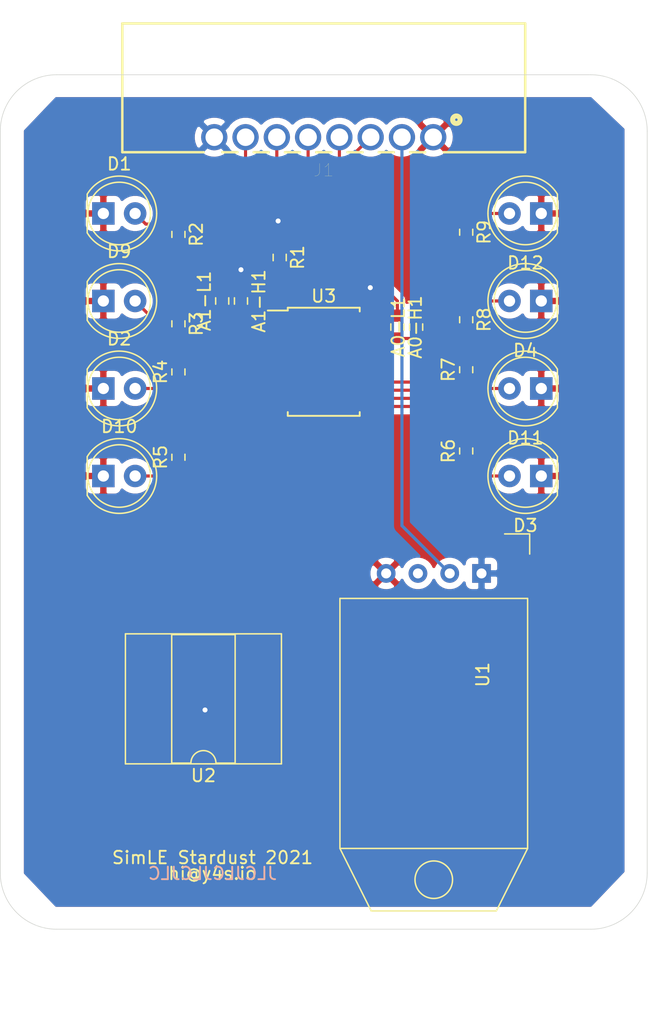
<source format=kicad_pcb>
(kicad_pcb (version 20171130) (host pcbnew 5.1.9)

  (general
    (thickness 1.6)
    (drawings 20)
    (tracks 111)
    (zones 0)
    (modules 25)
    (nets 28)
  )

  (page A4)
  (layers
    (0 F.Cu signal)
    (31 B.Cu signal)
    (32 B.Adhes user)
    (33 F.Adhes user)
    (34 B.Paste user)
    (35 F.Paste user)
    (36 B.SilkS user)
    (37 F.SilkS user)
    (38 B.Mask user)
    (39 F.Mask user)
    (40 Dwgs.User user)
    (41 Cmts.User user)
    (42 Eco1.User user)
    (43 Eco2.User user)
    (44 Edge.Cuts user)
    (45 Margin user)
    (46 B.CrtYd user)
    (47 F.CrtYd user)
    (48 B.Fab user)
    (49 F.Fab user)
  )

  (setup
    (last_trace_width 0.25)
    (user_trace_width 0.3)
    (trace_clearance 0.2)
    (zone_clearance 0.508)
    (zone_45_only no)
    (trace_min 0.2)
    (via_size 0.8)
    (via_drill 0.4)
    (via_min_size 0.4)
    (via_min_drill 0.3)
    (uvia_size 0.3)
    (uvia_drill 0.1)
    (uvias_allowed no)
    (uvia_min_size 0.2)
    (uvia_min_drill 0.1)
    (edge_width 0.05)
    (segment_width 0.2)
    (pcb_text_width 0.3)
    (pcb_text_size 1.5 1.5)
    (mod_edge_width 0.12)
    (mod_text_size 1 1)
    (mod_text_width 0.15)
    (pad_size 3.1 1.6)
    (pad_drill 0)
    (pad_to_mask_clearance 0.051)
    (solder_mask_min_width 0.25)
    (aux_axis_origin 136.138186 119.578155)
    (grid_origin 155.823186 93.035155)
    (visible_elements FFFFFF7F)
    (pcbplotparams
      (layerselection 0x010fc_ffffffff)
      (usegerberextensions false)
      (usegerberattributes false)
      (usegerberadvancedattributes false)
      (creategerberjobfile false)
      (excludeedgelayer true)
      (linewidth 0.100000)
      (plotframeref false)
      (viasonmask false)
      (mode 1)
      (useauxorigin false)
      (hpglpennumber 1)
      (hpglpenspeed 20)
      (hpglpendiameter 15.000000)
      (psnegative false)
      (psa4output false)
      (plotreference true)
      (plotvalue true)
      (plotinvisibletext false)
      (padsonsilk false)
      (subtractmaskfromsilk false)
      (outputformat 1)
      (mirror false)
      (drillshape 0)
      (scaleselection 1)
      (outputdirectory "gerber/"))
  )

  (net 0 "")
  (net 1 GND)
  (net 2 SPI-CLK)
  (net 3 SPI-SS-Pressure)
  (net 4 +5V)
  (net 5 DHT22)
  (net 6 SPI-MISO)
  (net 7 "Net-(D1-Pad2)")
  (net 8 "Net-(D2-Pad2)")
  (net 9 "Net-(D3-Pad2)")
  (net 10 "Net-(D4-Pad2)")
  (net 11 "Net-(D9-Pad2)")
  (net 12 "Net-(D10-Pad2)")
  (net 13 "Net-(D11-Pad2)")
  (net 14 "Net-(D12-Pad2)")
  (net 15 SCL)
  (net 16 "Net-(R1-Pad2)")
  (net 17 "Net-(R2-Pad2)")
  (net 18 "Net-(R3-Pad2)")
  (net 19 "Net-(R4-Pad2)")
  (net 20 "Net-(R5-Pad2)")
  (net 21 "Net-(R6-Pad2)")
  (net 22 "Net-(R7-Pad2)")
  (net 23 "Net-(R8-Pad2)")
  (net 24 "Net-(R9-Pad2)")
  (net 25 SDA)
  (net 26 "Net-(A0-H1-Pad2)")
  (net 27 "Net-(A1-H1-Pad2)")

  (net_class Default "This is the default net class."
    (clearance 0.2)
    (trace_width 0.25)
    (via_dia 0.8)
    (via_drill 0.4)
    (uvia_dia 0.3)
    (uvia_drill 0.1)
    (add_net +5V)
    (add_net DHT22)
    (add_net GND)
    (add_net "Net-(A0-H1-Pad2)")
    (add_net "Net-(A1-H1-Pad2)")
    (add_net "Net-(D1-Pad2)")
    (add_net "Net-(D10-Pad2)")
    (add_net "Net-(D11-Pad2)")
    (add_net "Net-(D12-Pad2)")
    (add_net "Net-(D2-Pad2)")
    (add_net "Net-(D3-Pad2)")
    (add_net "Net-(D4-Pad2)")
    (add_net "Net-(D9-Pad2)")
    (add_net "Net-(R1-Pad2)")
    (add_net "Net-(R2-Pad2)")
    (add_net "Net-(R3-Pad2)")
    (add_net "Net-(R4-Pad2)")
    (add_net "Net-(R5-Pad2)")
    (add_net "Net-(R6-Pad2)")
    (add_net "Net-(R7-Pad2)")
    (add_net "Net-(R8-Pad2)")
    (add_net "Net-(R9-Pad2)")
    (add_net SCL)
    (add_net SDA)
    (add_net SPI-CLK)
    (add_net SPI-MISO)
    (add_net SPI-SS-Pressure)
  )

  (module Package_SO:SSOP-24_5.3x8.2mm_P0.65mm (layer F.Cu) (tedit 5A02F25C) (tstamp 602207FB)
    (at 157.438186 78.89831)
    (descr "24-Lead Plastic Shrink Small Outline (SS)-5.30 mm Body [SSOP] (see Microchip Packaging Specification 00000049BS.pdf)")
    (tags "SSOP 0.65")
    (path /601916EE)
    (attr smd)
    (fp_text reference U3 (at 0 -5.25) (layer F.SilkS)
      (effects (font (size 1 1) (thickness 0.15)))
    )
    (fp_text value TCA9555DBR (at 0 5.25) (layer F.Fab)
      (effects (font (size 1 1) (thickness 0.15)))
    )
    (fp_line (start -2.875 -4.1) (end -4.475 -4.1) (layer F.SilkS) (width 0.15))
    (fp_line (start -2.875 4.325) (end 2.875 4.325) (layer F.SilkS) (width 0.15))
    (fp_line (start -2.875 -4.325) (end 2.875 -4.325) (layer F.SilkS) (width 0.15))
    (fp_line (start -2.875 4.325) (end -2.875 4.025) (layer F.SilkS) (width 0.15))
    (fp_line (start 2.875 4.325) (end 2.875 4.025) (layer F.SilkS) (width 0.15))
    (fp_line (start 2.875 -4.325) (end 2.875 -4.025) (layer F.SilkS) (width 0.15))
    (fp_line (start -2.875 -4.325) (end -2.875 -4.1) (layer F.SilkS) (width 0.15))
    (fp_line (start -4.75 4.5) (end 4.75 4.5) (layer F.CrtYd) (width 0.05))
    (fp_line (start -4.75 -4.5) (end 4.75 -4.5) (layer F.CrtYd) (width 0.05))
    (fp_line (start 4.75 -4.5) (end 4.75 4.5) (layer F.CrtYd) (width 0.05))
    (fp_line (start -4.75 -4.5) (end -4.75 4.5) (layer F.CrtYd) (width 0.05))
    (fp_line (start -2.65 -3.1) (end -1.65 -4.1) (layer F.Fab) (width 0.15))
    (fp_line (start -2.65 4.1) (end -2.65 -3.1) (layer F.Fab) (width 0.15))
    (fp_line (start 2.65 4.1) (end -2.65 4.1) (layer F.Fab) (width 0.15))
    (fp_line (start 2.65 -4.1) (end 2.65 4.1) (layer F.Fab) (width 0.15))
    (fp_line (start -1.65 -4.1) (end 2.65 -4.1) (layer F.Fab) (width 0.15))
    (fp_text user %R (at 0 0) (layer F.Fab)
      (effects (font (size 0.8 0.8) (thickness 0.15)))
    )
    (pad 24 smd rect (at 3.6 -3.575) (size 1.75 0.45) (layers F.Cu F.Paste F.Mask)
      (net 4 +5V))
    (pad 23 smd rect (at 3.6 -2.925) (size 1.75 0.45) (layers F.Cu F.Paste F.Mask)
      (net 25 SDA))
    (pad 22 smd rect (at 3.6 -2.275) (size 1.75 0.45) (layers F.Cu F.Paste F.Mask)
      (net 15 SCL))
    (pad 21 smd rect (at 3.6 -1.625) (size 1.75 0.45) (layers F.Cu F.Paste F.Mask)
      (net 26 "Net-(A0-H1-Pad2)"))
    (pad 20 smd rect (at 3.6 -0.975) (size 1.75 0.45) (layers F.Cu F.Paste F.Mask))
    (pad 19 smd rect (at 3.6 -0.325) (size 1.75 0.45) (layers F.Cu F.Paste F.Mask))
    (pad 18 smd rect (at 3.6 0.325) (size 1.75 0.45) (layers F.Cu F.Paste F.Mask))
    (pad 17 smd rect (at 3.6 0.975) (size 1.75 0.45) (layers F.Cu F.Paste F.Mask))
    (pad 16 smd rect (at 3.6 1.625) (size 1.75 0.45) (layers F.Cu F.Paste F.Mask)
      (net 24 "Net-(R9-Pad2)"))
    (pad 15 smd rect (at 3.6 2.275) (size 1.75 0.45) (layers F.Cu F.Paste F.Mask)
      (net 23 "Net-(R8-Pad2)"))
    (pad 14 smd rect (at 3.6 2.925) (size 1.75 0.45) (layers F.Cu F.Paste F.Mask)
      (net 22 "Net-(R7-Pad2)"))
    (pad 13 smd rect (at 3.6 3.575) (size 1.75 0.45) (layers F.Cu F.Paste F.Mask)
      (net 21 "Net-(R6-Pad2)"))
    (pad 12 smd rect (at -3.6 3.575) (size 1.75 0.45) (layers F.Cu F.Paste F.Mask)
      (net 1 GND))
    (pad 11 smd rect (at -3.6 2.925) (size 1.75 0.45) (layers F.Cu F.Paste F.Mask))
    (pad 10 smd rect (at -3.6 2.275) (size 1.75 0.45) (layers F.Cu F.Paste F.Mask))
    (pad 9 smd rect (at -3.6 1.625) (size 1.75 0.45) (layers F.Cu F.Paste F.Mask))
    (pad 8 smd rect (at -3.6 0.975) (size 1.75 0.45) (layers F.Cu F.Paste F.Mask))
    (pad 7 smd rect (at -3.6 0.325) (size 1.75 0.45) (layers F.Cu F.Paste F.Mask)
      (net 20 "Net-(R5-Pad2)"))
    (pad 6 smd rect (at -3.6 -0.325) (size 1.75 0.45) (layers F.Cu F.Paste F.Mask)
      (net 19 "Net-(R4-Pad2)"))
    (pad 5 smd rect (at -3.6 -0.975) (size 1.75 0.45) (layers F.Cu F.Paste F.Mask)
      (net 18 "Net-(R3-Pad2)"))
    (pad 4 smd rect (at -3.6 -1.625) (size 1.75 0.45) (layers F.Cu F.Paste F.Mask)
      (net 17 "Net-(R2-Pad2)"))
    (pad 3 smd rect (at -3.6 -2.275) (size 1.75 0.45) (layers F.Cu F.Paste F.Mask)
      (net 1 GND))
    (pad 2 smd rect (at -3.6 -2.925) (size 1.75 0.45) (layers F.Cu F.Paste F.Mask)
      (net 27 "Net-(A1-H1-Pad2)"))
    (pad 1 smd rect (at -3.6 -3.575) (size 1.75 0.45) (layers F.Cu F.Paste F.Mask)
      (net 16 "Net-(R1-Pad2)"))
    (model ${KISYS3DMOD}/Package_SO.3dshapes/SSOP-24_5.3x8.2mm_P0.65mm.wrl
      (at (xyz 0 0 0))
      (scale (xyz 1 1 1))
      (rotate (xyz 0 0 0))
    )
  )

  (module Resistor_SMD:R_0603_1608Metric_Pad0.98x0.95mm_HandSolder (layer F.Cu) (tedit 5F68FEEE) (tstamp 6085B30B)
    (at 149.323186 74.035155 90)
    (descr "Resistor SMD 0603 (1608 Metric), square (rectangular) end terminal, IPC_7351 nominal with elongated pad for handsoldering. (Body size source: IPC-SM-782 page 72, https://www.pcb-3d.com/wordpress/wp-content/uploads/ipc-sm-782a_amendment_1_and_2.pdf), generated with kicad-footprint-generator")
    (tags "resistor handsolder")
    (path /608B1851)
    (attr smd)
    (fp_text reference A1-L1 (at 0 -1.43 90) (layer F.SilkS)
      (effects (font (size 1 1) (thickness 0.15)))
    )
    (fp_text value 0R (at 0 1.43 90) (layer F.Fab)
      (effects (font (size 1 1) (thickness 0.15)))
    )
    (fp_text user %R (at 0 0 90) (layer F.Fab)
      (effects (font (size 0.4 0.4) (thickness 0.06)))
    )
    (fp_line (start -0.8 0.4125) (end -0.8 -0.4125) (layer F.Fab) (width 0.1))
    (fp_line (start -0.8 -0.4125) (end 0.8 -0.4125) (layer F.Fab) (width 0.1))
    (fp_line (start 0.8 -0.4125) (end 0.8 0.4125) (layer F.Fab) (width 0.1))
    (fp_line (start 0.8 0.4125) (end -0.8 0.4125) (layer F.Fab) (width 0.1))
    (fp_line (start -0.254724 -0.5225) (end 0.254724 -0.5225) (layer F.SilkS) (width 0.12))
    (fp_line (start -0.254724 0.5225) (end 0.254724 0.5225) (layer F.SilkS) (width 0.12))
    (fp_line (start -1.65 0.73) (end -1.65 -0.73) (layer F.CrtYd) (width 0.05))
    (fp_line (start -1.65 -0.73) (end 1.65 -0.73) (layer F.CrtYd) (width 0.05))
    (fp_line (start 1.65 -0.73) (end 1.65 0.73) (layer F.CrtYd) (width 0.05))
    (fp_line (start 1.65 0.73) (end -1.65 0.73) (layer F.CrtYd) (width 0.05))
    (pad 2 smd roundrect (at 0.9125 0 90) (size 0.975 0.95) (layers F.Cu F.Paste F.Mask) (roundrect_rratio 0.25)
      (net 1 GND))
    (pad 1 smd roundrect (at -0.9125 0 90) (size 0.975 0.95) (layers F.Cu F.Paste F.Mask) (roundrect_rratio 0.25)
      (net 27 "Net-(A1-H1-Pad2)"))
    (model ${KISYS3DMOD}/Resistor_SMD.3dshapes/R_0603_1608Metric.wrl
      (at (xyz 0 0 0))
      (scale (xyz 1 1 1))
      (rotate (xyz 0 0 0))
    )
  )

  (module Resistor_SMD:R_0603_1608Metric_Pad0.98x0.95mm_HandSolder (layer F.Cu) (tedit 5F68FEEE) (tstamp 6085B2FA)
    (at 150.823186 74.035155 270)
    (descr "Resistor SMD 0603 (1608 Metric), square (rectangular) end terminal, IPC_7351 nominal with elongated pad for handsoldering. (Body size source: IPC-SM-782 page 72, https://www.pcb-3d.com/wordpress/wp-content/uploads/ipc-sm-782a_amendment_1_and_2.pdf), generated with kicad-footprint-generator")
    (tags "resistor handsolder")
    (path /608AEAC8)
    (attr smd)
    (fp_text reference A1-H1 (at 0 -1.43 90) (layer F.SilkS)
      (effects (font (size 1 1) (thickness 0.15)))
    )
    (fp_text value 0R (at 0 1.43 90) (layer F.Fab)
      (effects (font (size 1 1) (thickness 0.15)))
    )
    (fp_text user %R (at 0 0 90) (layer F.Fab)
      (effects (font (size 0.4 0.4) (thickness 0.06)))
    )
    (fp_line (start -0.8 0.4125) (end -0.8 -0.4125) (layer F.Fab) (width 0.1))
    (fp_line (start -0.8 -0.4125) (end 0.8 -0.4125) (layer F.Fab) (width 0.1))
    (fp_line (start 0.8 -0.4125) (end 0.8 0.4125) (layer F.Fab) (width 0.1))
    (fp_line (start 0.8 0.4125) (end -0.8 0.4125) (layer F.Fab) (width 0.1))
    (fp_line (start -0.254724 -0.5225) (end 0.254724 -0.5225) (layer F.SilkS) (width 0.12))
    (fp_line (start -0.254724 0.5225) (end 0.254724 0.5225) (layer F.SilkS) (width 0.12))
    (fp_line (start -1.65 0.73) (end -1.65 -0.73) (layer F.CrtYd) (width 0.05))
    (fp_line (start -1.65 -0.73) (end 1.65 -0.73) (layer F.CrtYd) (width 0.05))
    (fp_line (start 1.65 -0.73) (end 1.65 0.73) (layer F.CrtYd) (width 0.05))
    (fp_line (start 1.65 0.73) (end -1.65 0.73) (layer F.CrtYd) (width 0.05))
    (pad 2 smd roundrect (at 0.9125 0 270) (size 0.975 0.95) (layers F.Cu F.Paste F.Mask) (roundrect_rratio 0.25)
      (net 27 "Net-(A1-H1-Pad2)"))
    (pad 1 smd roundrect (at -0.9125 0 270) (size 0.975 0.95) (layers F.Cu F.Paste F.Mask) (roundrect_rratio 0.25)
      (net 4 +5V))
    (model ${KISYS3DMOD}/Resistor_SMD.3dshapes/R_0603_1608Metric.wrl
      (at (xyz 0 0 0))
      (scale (xyz 1 1 1))
      (rotate (xyz 0 0 0))
    )
  )

  (module Resistor_SMD:R_0603_1608Metric_Pad0.98x0.95mm_HandSolder (layer F.Cu) (tedit 5F68FEEE) (tstamp 6085B2E9)
    (at 164.823186 76.122655 90)
    (descr "Resistor SMD 0603 (1608 Metric), square (rectangular) end terminal, IPC_7351 nominal with elongated pad for handsoldering. (Body size source: IPC-SM-782 page 72, https://www.pcb-3d.com/wordpress/wp-content/uploads/ipc-sm-782a_amendment_1_and_2.pdf), generated with kicad-footprint-generator")
    (tags "resistor handsolder")
    (path /608B1857)
    (attr smd)
    (fp_text reference A0-L1 (at 0 -1.43 90) (layer F.SilkS)
      (effects (font (size 1 1) (thickness 0.15)))
    )
    (fp_text value 0R (at 0 1.43 90) (layer F.Fab)
      (effects (font (size 1 1) (thickness 0.15)))
    )
    (fp_text user %R (at 0 0 90) (layer F.Fab)
      (effects (font (size 0.4 0.4) (thickness 0.06)))
    )
    (fp_line (start -0.8 0.4125) (end -0.8 -0.4125) (layer F.Fab) (width 0.1))
    (fp_line (start -0.8 -0.4125) (end 0.8 -0.4125) (layer F.Fab) (width 0.1))
    (fp_line (start 0.8 -0.4125) (end 0.8 0.4125) (layer F.Fab) (width 0.1))
    (fp_line (start 0.8 0.4125) (end -0.8 0.4125) (layer F.Fab) (width 0.1))
    (fp_line (start -0.254724 -0.5225) (end 0.254724 -0.5225) (layer F.SilkS) (width 0.12))
    (fp_line (start -0.254724 0.5225) (end 0.254724 0.5225) (layer F.SilkS) (width 0.12))
    (fp_line (start -1.65 0.73) (end -1.65 -0.73) (layer F.CrtYd) (width 0.05))
    (fp_line (start -1.65 -0.73) (end 1.65 -0.73) (layer F.CrtYd) (width 0.05))
    (fp_line (start 1.65 -0.73) (end 1.65 0.73) (layer F.CrtYd) (width 0.05))
    (fp_line (start 1.65 0.73) (end -1.65 0.73) (layer F.CrtYd) (width 0.05))
    (pad 2 smd roundrect (at 0.9125 0 90) (size 0.975 0.95) (layers F.Cu F.Paste F.Mask) (roundrect_rratio 0.25)
      (net 1 GND))
    (pad 1 smd roundrect (at -0.9125 0 90) (size 0.975 0.95) (layers F.Cu F.Paste F.Mask) (roundrect_rratio 0.25)
      (net 26 "Net-(A0-H1-Pad2)"))
    (model ${KISYS3DMOD}/Resistor_SMD.3dshapes/R_0603_1608Metric.wrl
      (at (xyz 0 0 0))
      (scale (xyz 1 1 1))
      (rotate (xyz 0 0 0))
    )
  )

  (module Resistor_SMD:R_0603_1608Metric_Pad0.98x0.95mm_HandSolder (layer F.Cu) (tedit 5F68FEEE) (tstamp 6085B2D8)
    (at 163.323186 76.122655 270)
    (descr "Resistor SMD 0603 (1608 Metric), square (rectangular) end terminal, IPC_7351 nominal with elongated pad for handsoldering. (Body size source: IPC-SM-782 page 72, https://www.pcb-3d.com/wordpress/wp-content/uploads/ipc-sm-782a_amendment_1_and_2.pdf), generated with kicad-footprint-generator")
    (tags "resistor handsolder")
    (path /608AE058)
    (attr smd)
    (fp_text reference A0-H1 (at 0 -1.43 90) (layer F.SilkS)
      (effects (font (size 1 1) (thickness 0.15)))
    )
    (fp_text value 0R (at 0 1.43 90) (layer F.Fab)
      (effects (font (size 1 1) (thickness 0.15)))
    )
    (fp_text user %R (at 0 0 90) (layer F.Fab)
      (effects (font (size 0.4 0.4) (thickness 0.06)))
    )
    (fp_line (start -0.8 0.4125) (end -0.8 -0.4125) (layer F.Fab) (width 0.1))
    (fp_line (start -0.8 -0.4125) (end 0.8 -0.4125) (layer F.Fab) (width 0.1))
    (fp_line (start 0.8 -0.4125) (end 0.8 0.4125) (layer F.Fab) (width 0.1))
    (fp_line (start 0.8 0.4125) (end -0.8 0.4125) (layer F.Fab) (width 0.1))
    (fp_line (start -0.254724 -0.5225) (end 0.254724 -0.5225) (layer F.SilkS) (width 0.12))
    (fp_line (start -0.254724 0.5225) (end 0.254724 0.5225) (layer F.SilkS) (width 0.12))
    (fp_line (start -1.65 0.73) (end -1.65 -0.73) (layer F.CrtYd) (width 0.05))
    (fp_line (start -1.65 -0.73) (end 1.65 -0.73) (layer F.CrtYd) (width 0.05))
    (fp_line (start 1.65 -0.73) (end 1.65 0.73) (layer F.CrtYd) (width 0.05))
    (fp_line (start 1.65 0.73) (end -1.65 0.73) (layer F.CrtYd) (width 0.05))
    (pad 2 smd roundrect (at 0.9125 0 270) (size 0.975 0.95) (layers F.Cu F.Paste F.Mask) (roundrect_rratio 0.25)
      (net 26 "Net-(A0-H1-Pad2)"))
    (pad 1 smd roundrect (at -0.9125 0 270) (size 0.975 0.95) (layers F.Cu F.Paste F.Mask) (roundrect_rratio 0.25)
      (net 4 +5V))
    (model ${KISYS3DMOD}/Resistor_SMD.3dshapes/R_0603_1608Metric.wrl
      (at (xyz 0 0 0))
      (scale (xyz 1 1 1))
      (rotate (xyz 0 0 0))
    )
  )

  (module Resistor_SMD:R_0603_1608Metric (layer F.Cu) (tedit 5F68FEEE) (tstamp 60859140)
    (at 168.823186 68.535155 270)
    (descr "Resistor SMD 0603 (1608 Metric), square (rectangular) end terminal, IPC_7351 nominal, (Body size source: IPC-SM-782 page 72, https://www.pcb-3d.com/wordpress/wp-content/uploads/ipc-sm-782a_amendment_1_and_2.pdf), generated with kicad-footprint-generator")
    (tags resistor)
    (path /6016D092)
    (attr smd)
    (fp_text reference R9 (at 0 -1.43 90) (layer F.SilkS)
      (effects (font (size 1 1) (thickness 0.15)))
    )
    (fp_text value R330 (at 0 1.43 90) (layer F.Fab)
      (effects (font (size 1 1) (thickness 0.15)))
    )
    (fp_text user %R (at 0 0 90) (layer F.Fab)
      (effects (font (size 0.4 0.4) (thickness 0.06)))
    )
    (fp_line (start -0.8 0.4125) (end -0.8 -0.4125) (layer F.Fab) (width 0.1))
    (fp_line (start -0.8 -0.4125) (end 0.8 -0.4125) (layer F.Fab) (width 0.1))
    (fp_line (start 0.8 -0.4125) (end 0.8 0.4125) (layer F.Fab) (width 0.1))
    (fp_line (start 0.8 0.4125) (end -0.8 0.4125) (layer F.Fab) (width 0.1))
    (fp_line (start -0.237258 -0.5225) (end 0.237258 -0.5225) (layer F.SilkS) (width 0.12))
    (fp_line (start -0.237258 0.5225) (end 0.237258 0.5225) (layer F.SilkS) (width 0.12))
    (fp_line (start -1.48 0.73) (end -1.48 -0.73) (layer F.CrtYd) (width 0.05))
    (fp_line (start -1.48 -0.73) (end 1.48 -0.73) (layer F.CrtYd) (width 0.05))
    (fp_line (start 1.48 -0.73) (end 1.48 0.73) (layer F.CrtYd) (width 0.05))
    (fp_line (start 1.48 0.73) (end -1.48 0.73) (layer F.CrtYd) (width 0.05))
    (pad 2 smd roundrect (at 0.825 0 270) (size 0.8 0.95) (layers F.Cu F.Paste F.Mask) (roundrect_rratio 0.25)
      (net 24 "Net-(R9-Pad2)"))
    (pad 1 smd roundrect (at -0.825 0 270) (size 0.8 0.95) (layers F.Cu F.Paste F.Mask) (roundrect_rratio 0.25)
      (net 14 "Net-(D12-Pad2)"))
    (model ${KISYS3DMOD}/Resistor_SMD.3dshapes/R_0603_1608Metric.wrl
      (at (xyz 0 0 0))
      (scale (xyz 1 1 1))
      (rotate (xyz 0 0 0))
    )
  )

  (module Resistor_SMD:R_0603_1608Metric (layer F.Cu) (tedit 5F68FEEE) (tstamp 6085912F)
    (at 168.823186 75.535155 270)
    (descr "Resistor SMD 0603 (1608 Metric), square (rectangular) end terminal, IPC_7351 nominal, (Body size source: IPC-SM-782 page 72, https://www.pcb-3d.com/wordpress/wp-content/uploads/ipc-sm-782a_amendment_1_and_2.pdf), generated with kicad-footprint-generator")
    (tags resistor)
    (path /6016D085)
    (attr smd)
    (fp_text reference R8 (at 0 -1.43 90) (layer F.SilkS)
      (effects (font (size 1 1) (thickness 0.15)))
    )
    (fp_text value R330 (at 0 1.43 90) (layer F.Fab)
      (effects (font (size 1 1) (thickness 0.15)))
    )
    (fp_text user %R (at 0 0 90) (layer F.Fab)
      (effects (font (size 0.4 0.4) (thickness 0.06)))
    )
    (fp_line (start -0.8 0.4125) (end -0.8 -0.4125) (layer F.Fab) (width 0.1))
    (fp_line (start -0.8 -0.4125) (end 0.8 -0.4125) (layer F.Fab) (width 0.1))
    (fp_line (start 0.8 -0.4125) (end 0.8 0.4125) (layer F.Fab) (width 0.1))
    (fp_line (start 0.8 0.4125) (end -0.8 0.4125) (layer F.Fab) (width 0.1))
    (fp_line (start -0.237258 -0.5225) (end 0.237258 -0.5225) (layer F.SilkS) (width 0.12))
    (fp_line (start -0.237258 0.5225) (end 0.237258 0.5225) (layer F.SilkS) (width 0.12))
    (fp_line (start -1.48 0.73) (end -1.48 -0.73) (layer F.CrtYd) (width 0.05))
    (fp_line (start -1.48 -0.73) (end 1.48 -0.73) (layer F.CrtYd) (width 0.05))
    (fp_line (start 1.48 -0.73) (end 1.48 0.73) (layer F.CrtYd) (width 0.05))
    (fp_line (start 1.48 0.73) (end -1.48 0.73) (layer F.CrtYd) (width 0.05))
    (pad 2 smd roundrect (at 0.825 0 270) (size 0.8 0.95) (layers F.Cu F.Paste F.Mask) (roundrect_rratio 0.25)
      (net 23 "Net-(R8-Pad2)"))
    (pad 1 smd roundrect (at -0.825 0 270) (size 0.8 0.95) (layers F.Cu F.Paste F.Mask) (roundrect_rratio 0.25)
      (net 10 "Net-(D4-Pad2)"))
    (model ${KISYS3DMOD}/Resistor_SMD.3dshapes/R_0603_1608Metric.wrl
      (at (xyz 0 0 0))
      (scale (xyz 1 1 1))
      (rotate (xyz 0 0 0))
    )
  )

  (module Resistor_SMD:R_0603_1608Metric (layer F.Cu) (tedit 5F68FEEE) (tstamp 6085911E)
    (at 168.823186 79.535155 90)
    (descr "Resistor SMD 0603 (1608 Metric), square (rectangular) end terminal, IPC_7351 nominal, (Body size source: IPC-SM-782 page 72, https://www.pcb-3d.com/wordpress/wp-content/uploads/ipc-sm-782a_amendment_1_and_2.pdf), generated with kicad-footprint-generator")
    (tags resistor)
    (path /6016BFE7)
    (attr smd)
    (fp_text reference R7 (at 0 -1.43 90) (layer F.SilkS)
      (effects (font (size 1 1) (thickness 0.15)))
    )
    (fp_text value R330 (at 0 1.43 90) (layer F.Fab)
      (effects (font (size 1 1) (thickness 0.15)))
    )
    (fp_text user %R (at 0 0 90) (layer F.Fab)
      (effects (font (size 0.4 0.4) (thickness 0.06)))
    )
    (fp_line (start -0.8 0.4125) (end -0.8 -0.4125) (layer F.Fab) (width 0.1))
    (fp_line (start -0.8 -0.4125) (end 0.8 -0.4125) (layer F.Fab) (width 0.1))
    (fp_line (start 0.8 -0.4125) (end 0.8 0.4125) (layer F.Fab) (width 0.1))
    (fp_line (start 0.8 0.4125) (end -0.8 0.4125) (layer F.Fab) (width 0.1))
    (fp_line (start -0.237258 -0.5225) (end 0.237258 -0.5225) (layer F.SilkS) (width 0.12))
    (fp_line (start -0.237258 0.5225) (end 0.237258 0.5225) (layer F.SilkS) (width 0.12))
    (fp_line (start -1.48 0.73) (end -1.48 -0.73) (layer F.CrtYd) (width 0.05))
    (fp_line (start -1.48 -0.73) (end 1.48 -0.73) (layer F.CrtYd) (width 0.05))
    (fp_line (start 1.48 -0.73) (end 1.48 0.73) (layer F.CrtYd) (width 0.05))
    (fp_line (start 1.48 0.73) (end -1.48 0.73) (layer F.CrtYd) (width 0.05))
    (pad 2 smd roundrect (at 0.825 0 90) (size 0.8 0.95) (layers F.Cu F.Paste F.Mask) (roundrect_rratio 0.25)
      (net 22 "Net-(R7-Pad2)"))
    (pad 1 smd roundrect (at -0.825 0 90) (size 0.8 0.95) (layers F.Cu F.Paste F.Mask) (roundrect_rratio 0.25)
      (net 13 "Net-(D11-Pad2)"))
    (model ${KISYS3DMOD}/Resistor_SMD.3dshapes/R_0603_1608Metric.wrl
      (at (xyz 0 0 0))
      (scale (xyz 1 1 1))
      (rotate (xyz 0 0 0))
    )
  )

  (module Resistor_SMD:R_0603_1608Metric (layer F.Cu) (tedit 5F68FEEE) (tstamp 6085910D)
    (at 168.823186 86.035155 90)
    (descr "Resistor SMD 0603 (1608 Metric), square (rectangular) end terminal, IPC_7351 nominal, (Body size source: IPC-SM-782 page 72, https://www.pcb-3d.com/wordpress/wp-content/uploads/ipc-sm-782a_amendment_1_and_2.pdf), generated with kicad-footprint-generator")
    (tags resistor)
    (path /6016BFDA)
    (attr smd)
    (fp_text reference R6 (at 0 -1.43 90) (layer F.SilkS)
      (effects (font (size 1 1) (thickness 0.15)))
    )
    (fp_text value R330 (at 0 1.43 90) (layer F.Fab)
      (effects (font (size 1 1) (thickness 0.15)))
    )
    (fp_text user %R (at 0 0 90) (layer F.Fab)
      (effects (font (size 0.4 0.4) (thickness 0.06)))
    )
    (fp_line (start -0.8 0.4125) (end -0.8 -0.4125) (layer F.Fab) (width 0.1))
    (fp_line (start -0.8 -0.4125) (end 0.8 -0.4125) (layer F.Fab) (width 0.1))
    (fp_line (start 0.8 -0.4125) (end 0.8 0.4125) (layer F.Fab) (width 0.1))
    (fp_line (start 0.8 0.4125) (end -0.8 0.4125) (layer F.Fab) (width 0.1))
    (fp_line (start -0.237258 -0.5225) (end 0.237258 -0.5225) (layer F.SilkS) (width 0.12))
    (fp_line (start -0.237258 0.5225) (end 0.237258 0.5225) (layer F.SilkS) (width 0.12))
    (fp_line (start -1.48 0.73) (end -1.48 -0.73) (layer F.CrtYd) (width 0.05))
    (fp_line (start -1.48 -0.73) (end 1.48 -0.73) (layer F.CrtYd) (width 0.05))
    (fp_line (start 1.48 -0.73) (end 1.48 0.73) (layer F.CrtYd) (width 0.05))
    (fp_line (start 1.48 0.73) (end -1.48 0.73) (layer F.CrtYd) (width 0.05))
    (pad 2 smd roundrect (at 0.825 0 90) (size 0.8 0.95) (layers F.Cu F.Paste F.Mask) (roundrect_rratio 0.25)
      (net 21 "Net-(R6-Pad2)"))
    (pad 1 smd roundrect (at -0.825 0 90) (size 0.8 0.95) (layers F.Cu F.Paste F.Mask) (roundrect_rratio 0.25)
      (net 9 "Net-(D3-Pad2)"))
    (model ${KISYS3DMOD}/Resistor_SMD.3dshapes/R_0603_1608Metric.wrl
      (at (xyz 0 0 0))
      (scale (xyz 1 1 1))
      (rotate (xyz 0 0 0))
    )
  )

  (module Resistor_SMD:R_0603_1608Metric (layer F.Cu) (tedit 5F68FEEE) (tstamp 608590FC)
    (at 145.823186 86.535155 90)
    (descr "Resistor SMD 0603 (1608 Metric), square (rectangular) end terminal, IPC_7351 nominal, (Body size source: IPC-SM-782 page 72, https://www.pcb-3d.com/wordpress/wp-content/uploads/ipc-sm-782a_amendment_1_and_2.pdf), generated with kicad-footprint-generator")
    (tags resistor)
    (path /6016B220)
    (attr smd)
    (fp_text reference R5 (at 0 -1.43 90) (layer F.SilkS)
      (effects (font (size 1 1) (thickness 0.15)))
    )
    (fp_text value R330 (at 0 1.43 90) (layer F.Fab)
      (effects (font (size 1 1) (thickness 0.15)))
    )
    (fp_text user %R (at 0 0 90) (layer F.Fab)
      (effects (font (size 0.4 0.4) (thickness 0.06)))
    )
    (fp_line (start -0.8 0.4125) (end -0.8 -0.4125) (layer F.Fab) (width 0.1))
    (fp_line (start -0.8 -0.4125) (end 0.8 -0.4125) (layer F.Fab) (width 0.1))
    (fp_line (start 0.8 -0.4125) (end 0.8 0.4125) (layer F.Fab) (width 0.1))
    (fp_line (start 0.8 0.4125) (end -0.8 0.4125) (layer F.Fab) (width 0.1))
    (fp_line (start -0.237258 -0.5225) (end 0.237258 -0.5225) (layer F.SilkS) (width 0.12))
    (fp_line (start -0.237258 0.5225) (end 0.237258 0.5225) (layer F.SilkS) (width 0.12))
    (fp_line (start -1.48 0.73) (end -1.48 -0.73) (layer F.CrtYd) (width 0.05))
    (fp_line (start -1.48 -0.73) (end 1.48 -0.73) (layer F.CrtYd) (width 0.05))
    (fp_line (start 1.48 -0.73) (end 1.48 0.73) (layer F.CrtYd) (width 0.05))
    (fp_line (start 1.48 0.73) (end -1.48 0.73) (layer F.CrtYd) (width 0.05))
    (pad 2 smd roundrect (at 0.825 0 90) (size 0.8 0.95) (layers F.Cu F.Paste F.Mask) (roundrect_rratio 0.25)
      (net 20 "Net-(R5-Pad2)"))
    (pad 1 smd roundrect (at -0.825 0 90) (size 0.8 0.95) (layers F.Cu F.Paste F.Mask) (roundrect_rratio 0.25)
      (net 12 "Net-(D10-Pad2)"))
    (model ${KISYS3DMOD}/Resistor_SMD.3dshapes/R_0603_1608Metric.wrl
      (at (xyz 0 0 0))
      (scale (xyz 1 1 1))
      (rotate (xyz 0 0 0))
    )
  )

  (module Resistor_SMD:R_0603_1608Metric (layer F.Cu) (tedit 5F68FEEE) (tstamp 608590EB)
    (at 145.823186 79.710155 90)
    (descr "Resistor SMD 0603 (1608 Metric), square (rectangular) end terminal, IPC_7351 nominal, (Body size source: IPC-SM-782 page 72, https://www.pcb-3d.com/wordpress/wp-content/uploads/ipc-sm-782a_amendment_1_and_2.pdf), generated with kicad-footprint-generator")
    (tags resistor)
    (path /6016B213)
    (attr smd)
    (fp_text reference R4 (at 0 -1.43 90) (layer F.SilkS)
      (effects (font (size 1 1) (thickness 0.15)))
    )
    (fp_text value R330 (at 0 1.43 90) (layer F.Fab)
      (effects (font (size 1 1) (thickness 0.15)))
    )
    (fp_text user %R (at 0 0 90) (layer F.Fab)
      (effects (font (size 0.4 0.4) (thickness 0.06)))
    )
    (fp_line (start -0.8 0.4125) (end -0.8 -0.4125) (layer F.Fab) (width 0.1))
    (fp_line (start -0.8 -0.4125) (end 0.8 -0.4125) (layer F.Fab) (width 0.1))
    (fp_line (start 0.8 -0.4125) (end 0.8 0.4125) (layer F.Fab) (width 0.1))
    (fp_line (start 0.8 0.4125) (end -0.8 0.4125) (layer F.Fab) (width 0.1))
    (fp_line (start -0.237258 -0.5225) (end 0.237258 -0.5225) (layer F.SilkS) (width 0.12))
    (fp_line (start -0.237258 0.5225) (end 0.237258 0.5225) (layer F.SilkS) (width 0.12))
    (fp_line (start -1.48 0.73) (end -1.48 -0.73) (layer F.CrtYd) (width 0.05))
    (fp_line (start -1.48 -0.73) (end 1.48 -0.73) (layer F.CrtYd) (width 0.05))
    (fp_line (start 1.48 -0.73) (end 1.48 0.73) (layer F.CrtYd) (width 0.05))
    (fp_line (start 1.48 0.73) (end -1.48 0.73) (layer F.CrtYd) (width 0.05))
    (pad 2 smd roundrect (at 0.825 0 90) (size 0.8 0.95) (layers F.Cu F.Paste F.Mask) (roundrect_rratio 0.25)
      (net 19 "Net-(R4-Pad2)"))
    (pad 1 smd roundrect (at -0.825 0 90) (size 0.8 0.95) (layers F.Cu F.Paste F.Mask) (roundrect_rratio 0.25)
      (net 8 "Net-(D2-Pad2)"))
    (model ${KISYS3DMOD}/Resistor_SMD.3dshapes/R_0603_1608Metric.wrl
      (at (xyz 0 0 0))
      (scale (xyz 1 1 1))
      (rotate (xyz 0 0 0))
    )
  )

  (module Resistor_SMD:R_0603_1608Metric (layer F.Cu) (tedit 5F68FEEE) (tstamp 608590DA)
    (at 145.823186 75.860155 270)
    (descr "Resistor SMD 0603 (1608 Metric), square (rectangular) end terminal, IPC_7351 nominal, (Body size source: IPC-SM-782 page 72, https://www.pcb-3d.com/wordpress/wp-content/uploads/ipc-sm-782a_amendment_1_and_2.pdf), generated with kicad-footprint-generator")
    (tags resistor)
    (path /601D891B)
    (attr smd)
    (fp_text reference R3 (at 0 -1.43 90) (layer F.SilkS)
      (effects (font (size 1 1) (thickness 0.15)))
    )
    (fp_text value R330 (at 0 1.43 90) (layer F.Fab)
      (effects (font (size 1 1) (thickness 0.15)))
    )
    (fp_text user %R (at 0 0 90) (layer F.Fab)
      (effects (font (size 0.4 0.4) (thickness 0.06)))
    )
    (fp_line (start -0.8 0.4125) (end -0.8 -0.4125) (layer F.Fab) (width 0.1))
    (fp_line (start -0.8 -0.4125) (end 0.8 -0.4125) (layer F.Fab) (width 0.1))
    (fp_line (start 0.8 -0.4125) (end 0.8 0.4125) (layer F.Fab) (width 0.1))
    (fp_line (start 0.8 0.4125) (end -0.8 0.4125) (layer F.Fab) (width 0.1))
    (fp_line (start -0.237258 -0.5225) (end 0.237258 -0.5225) (layer F.SilkS) (width 0.12))
    (fp_line (start -0.237258 0.5225) (end 0.237258 0.5225) (layer F.SilkS) (width 0.12))
    (fp_line (start -1.48 0.73) (end -1.48 -0.73) (layer F.CrtYd) (width 0.05))
    (fp_line (start -1.48 -0.73) (end 1.48 -0.73) (layer F.CrtYd) (width 0.05))
    (fp_line (start 1.48 -0.73) (end 1.48 0.73) (layer F.CrtYd) (width 0.05))
    (fp_line (start 1.48 0.73) (end -1.48 0.73) (layer F.CrtYd) (width 0.05))
    (pad 2 smd roundrect (at 0.825 0 270) (size 0.8 0.95) (layers F.Cu F.Paste F.Mask) (roundrect_rratio 0.25)
      (net 18 "Net-(R3-Pad2)"))
    (pad 1 smd roundrect (at -0.825 0 270) (size 0.8 0.95) (layers F.Cu F.Paste F.Mask) (roundrect_rratio 0.25)
      (net 11 "Net-(D9-Pad2)"))
    (model ${KISYS3DMOD}/Resistor_SMD.3dshapes/R_0603_1608Metric.wrl
      (at (xyz 0 0 0))
      (scale (xyz 1 1 1))
      (rotate (xyz 0 0 0))
    )
  )

  (module Resistor_SMD:R_0603_1608Metric (layer F.Cu) (tedit 5F68FEEE) (tstamp 608590C9)
    (at 145.823186 68.710155 270)
    (descr "Resistor SMD 0603 (1608 Metric), square (rectangular) end terminal, IPC_7351 nominal, (Body size source: IPC-SM-782 page 72, https://www.pcb-3d.com/wordpress/wp-content/uploads/ipc-sm-782a_amendment_1_and_2.pdf), generated with kicad-footprint-generator")
    (tags resistor)
    (path /6019E2BA)
    (attr smd)
    (fp_text reference R2 (at 0 -1.43 90) (layer F.SilkS)
      (effects (font (size 1 1) (thickness 0.15)))
    )
    (fp_text value R330 (at 0 1.43 90) (layer F.Fab)
      (effects (font (size 1 1) (thickness 0.15)))
    )
    (fp_text user %R (at 0 0 90) (layer F.Fab)
      (effects (font (size 0.4 0.4) (thickness 0.06)))
    )
    (fp_line (start -0.8 0.4125) (end -0.8 -0.4125) (layer F.Fab) (width 0.1))
    (fp_line (start -0.8 -0.4125) (end 0.8 -0.4125) (layer F.Fab) (width 0.1))
    (fp_line (start 0.8 -0.4125) (end 0.8 0.4125) (layer F.Fab) (width 0.1))
    (fp_line (start 0.8 0.4125) (end -0.8 0.4125) (layer F.Fab) (width 0.1))
    (fp_line (start -0.237258 -0.5225) (end 0.237258 -0.5225) (layer F.SilkS) (width 0.12))
    (fp_line (start -0.237258 0.5225) (end 0.237258 0.5225) (layer F.SilkS) (width 0.12))
    (fp_line (start -1.48 0.73) (end -1.48 -0.73) (layer F.CrtYd) (width 0.05))
    (fp_line (start -1.48 -0.73) (end 1.48 -0.73) (layer F.CrtYd) (width 0.05))
    (fp_line (start 1.48 -0.73) (end 1.48 0.73) (layer F.CrtYd) (width 0.05))
    (fp_line (start 1.48 0.73) (end -1.48 0.73) (layer F.CrtYd) (width 0.05))
    (pad 2 smd roundrect (at 0.825 0 270) (size 0.8 0.95) (layers F.Cu F.Paste F.Mask) (roundrect_rratio 0.25)
      (net 17 "Net-(R2-Pad2)"))
    (pad 1 smd roundrect (at -0.825 0 270) (size 0.8 0.95) (layers F.Cu F.Paste F.Mask) (roundrect_rratio 0.25)
      (net 7 "Net-(D1-Pad2)"))
    (model ${KISYS3DMOD}/Resistor_SMD.3dshapes/R_0603_1608Metric.wrl
      (at (xyz 0 0 0))
      (scale (xyz 1 1 1))
      (rotate (xyz 0 0 0))
    )
  )

  (module LED_THT:LED_D5.0mm (layer F.Cu) (tedit 5995936A) (tstamp 60859058)
    (at 174.823186 67.035155 180)
    (descr "LED, diameter 5.0mm, 2 pins, http://cdn-reichelt.de/documents/datenblatt/A500/LL-504BC2E-009.pdf")
    (tags "LED diameter 5.0mm 2 pins")
    (path /6016D09C)
    (fp_text reference D12 (at 1.27 -3.96) (layer F.SilkS)
      (effects (font (size 1 1) (thickness 0.15)))
    )
    (fp_text value LED (at 1.27 3.96) (layer F.Fab)
      (effects (font (size 1 1) (thickness 0.15)))
    )
    (fp_text user %R (at 1.25 0) (layer F.Fab)
      (effects (font (size 0.8 0.8) (thickness 0.2)))
    )
    (fp_arc (start 1.27 0) (end -1.29 1.54483) (angle -148.9) (layer F.SilkS) (width 0.12))
    (fp_arc (start 1.27 0) (end -1.29 -1.54483) (angle 148.9) (layer F.SilkS) (width 0.12))
    (fp_arc (start 1.27 0) (end -1.23 -1.469694) (angle 299.1) (layer F.Fab) (width 0.1))
    (fp_circle (center 1.27 0) (end 3.77 0) (layer F.Fab) (width 0.1))
    (fp_circle (center 1.27 0) (end 3.77 0) (layer F.SilkS) (width 0.12))
    (fp_line (start -1.23 -1.469694) (end -1.23 1.469694) (layer F.Fab) (width 0.1))
    (fp_line (start -1.29 -1.545) (end -1.29 1.545) (layer F.SilkS) (width 0.12))
    (fp_line (start -1.95 -3.25) (end -1.95 3.25) (layer F.CrtYd) (width 0.05))
    (fp_line (start -1.95 3.25) (end 4.5 3.25) (layer F.CrtYd) (width 0.05))
    (fp_line (start 4.5 3.25) (end 4.5 -3.25) (layer F.CrtYd) (width 0.05))
    (fp_line (start 4.5 -3.25) (end -1.95 -3.25) (layer F.CrtYd) (width 0.05))
    (pad 2 thru_hole circle (at 2.54 0 180) (size 1.8 1.8) (drill 0.9) (layers *.Cu *.Mask)
      (net 14 "Net-(D12-Pad2)"))
    (pad 1 thru_hole rect (at 0 0 180) (size 1.8 1.8) (drill 0.9) (layers *.Cu *.Mask)
      (net 1 GND))
    (model ${KISYS3DMOD}/LED_THT.3dshapes/LED_D5.0mm.wrl
      (at (xyz 0 0 0))
      (scale (xyz 1 1 1))
      (rotate (xyz 0 0 0))
    )
  )

  (module LED_THT:LED_D5.0mm (layer F.Cu) (tedit 5995936A) (tstamp 60859046)
    (at 174.823186 81.035155 180)
    (descr "LED, diameter 5.0mm, 2 pins, http://cdn-reichelt.de/documents/datenblatt/A500/LL-504BC2E-009.pdf")
    (tags "LED diameter 5.0mm 2 pins")
    (path /6016BFF1)
    (fp_text reference D11 (at 1.27 -3.96) (layer F.SilkS)
      (effects (font (size 1 1) (thickness 0.15)))
    )
    (fp_text value LED (at 1.27 3.96) (layer F.Fab)
      (effects (font (size 1 1) (thickness 0.15)))
    )
    (fp_text user %R (at 1.25 0) (layer F.Fab)
      (effects (font (size 0.8 0.8) (thickness 0.2)))
    )
    (fp_arc (start 1.27 0) (end -1.29 1.54483) (angle -148.9) (layer F.SilkS) (width 0.12))
    (fp_arc (start 1.27 0) (end -1.29 -1.54483) (angle 148.9) (layer F.SilkS) (width 0.12))
    (fp_arc (start 1.27 0) (end -1.23 -1.469694) (angle 299.1) (layer F.Fab) (width 0.1))
    (fp_circle (center 1.27 0) (end 3.77 0) (layer F.Fab) (width 0.1))
    (fp_circle (center 1.27 0) (end 3.77 0) (layer F.SilkS) (width 0.12))
    (fp_line (start -1.23 -1.469694) (end -1.23 1.469694) (layer F.Fab) (width 0.1))
    (fp_line (start -1.29 -1.545) (end -1.29 1.545) (layer F.SilkS) (width 0.12))
    (fp_line (start -1.95 -3.25) (end -1.95 3.25) (layer F.CrtYd) (width 0.05))
    (fp_line (start -1.95 3.25) (end 4.5 3.25) (layer F.CrtYd) (width 0.05))
    (fp_line (start 4.5 3.25) (end 4.5 -3.25) (layer F.CrtYd) (width 0.05))
    (fp_line (start 4.5 -3.25) (end -1.95 -3.25) (layer F.CrtYd) (width 0.05))
    (pad 2 thru_hole circle (at 2.54 0 180) (size 1.8 1.8) (drill 0.9) (layers *.Cu *.Mask)
      (net 13 "Net-(D11-Pad2)"))
    (pad 1 thru_hole rect (at 0 0 180) (size 1.8 1.8) (drill 0.9) (layers *.Cu *.Mask)
      (net 1 GND))
    (model ${KISYS3DMOD}/LED_THT.3dshapes/LED_D5.0mm.wrl
      (at (xyz 0 0 0))
      (scale (xyz 1 1 1))
      (rotate (xyz 0 0 0))
    )
  )

  (module LED_THT:LED_D5.0mm (layer F.Cu) (tedit 5995936A) (tstamp 60859034)
    (at 139.823186 88.035155)
    (descr "LED, diameter 5.0mm, 2 pins, http://cdn-reichelt.de/documents/datenblatt/A500/LL-504BC2E-009.pdf")
    (tags "LED diameter 5.0mm 2 pins")
    (path /6016B22A)
    (fp_text reference D10 (at 1.27 -3.96) (layer F.SilkS)
      (effects (font (size 1 1) (thickness 0.15)))
    )
    (fp_text value LED (at 1.27 3.96) (layer F.Fab)
      (effects (font (size 1 1) (thickness 0.15)))
    )
    (fp_text user %R (at 1.25 0) (layer F.Fab)
      (effects (font (size 0.8 0.8) (thickness 0.2)))
    )
    (fp_arc (start 1.27 0) (end -1.29 1.54483) (angle -148.9) (layer F.SilkS) (width 0.12))
    (fp_arc (start 1.27 0) (end -1.29 -1.54483) (angle 148.9) (layer F.SilkS) (width 0.12))
    (fp_arc (start 1.27 0) (end -1.23 -1.469694) (angle 299.1) (layer F.Fab) (width 0.1))
    (fp_circle (center 1.27 0) (end 3.77 0) (layer F.Fab) (width 0.1))
    (fp_circle (center 1.27 0) (end 3.77 0) (layer F.SilkS) (width 0.12))
    (fp_line (start -1.23 -1.469694) (end -1.23 1.469694) (layer F.Fab) (width 0.1))
    (fp_line (start -1.29 -1.545) (end -1.29 1.545) (layer F.SilkS) (width 0.12))
    (fp_line (start -1.95 -3.25) (end -1.95 3.25) (layer F.CrtYd) (width 0.05))
    (fp_line (start -1.95 3.25) (end 4.5 3.25) (layer F.CrtYd) (width 0.05))
    (fp_line (start 4.5 3.25) (end 4.5 -3.25) (layer F.CrtYd) (width 0.05))
    (fp_line (start 4.5 -3.25) (end -1.95 -3.25) (layer F.CrtYd) (width 0.05))
    (pad 2 thru_hole circle (at 2.54 0) (size 1.8 1.8) (drill 0.9) (layers *.Cu *.Mask)
      (net 12 "Net-(D10-Pad2)"))
    (pad 1 thru_hole rect (at 0 0) (size 1.8 1.8) (drill 0.9) (layers *.Cu *.Mask)
      (net 1 GND))
    (model ${KISYS3DMOD}/LED_THT.3dshapes/LED_D5.0mm.wrl
      (at (xyz 0 0 0))
      (scale (xyz 1 1 1))
      (rotate (xyz 0 0 0))
    )
  )

  (module LED_THT:LED_D5.0mm (layer F.Cu) (tedit 5995936A) (tstamp 60859022)
    (at 139.823186 74.035155)
    (descr "LED, diameter 5.0mm, 2 pins, http://cdn-reichelt.de/documents/datenblatt/A500/LL-504BC2E-009.pdf")
    (tags "LED diameter 5.0mm 2 pins")
    (path /6016817E)
    (fp_text reference D9 (at 1.27 -3.96) (layer F.SilkS)
      (effects (font (size 1 1) (thickness 0.15)))
    )
    (fp_text value LED (at 1.27 3.96) (layer F.Fab)
      (effects (font (size 1 1) (thickness 0.15)))
    )
    (fp_text user %R (at 1.25 0) (layer F.Fab)
      (effects (font (size 0.8 0.8) (thickness 0.2)))
    )
    (fp_arc (start 1.27 0) (end -1.29 1.54483) (angle -148.9) (layer F.SilkS) (width 0.12))
    (fp_arc (start 1.27 0) (end -1.29 -1.54483) (angle 148.9) (layer F.SilkS) (width 0.12))
    (fp_arc (start 1.27 0) (end -1.23 -1.469694) (angle 299.1) (layer F.Fab) (width 0.1))
    (fp_circle (center 1.27 0) (end 3.77 0) (layer F.Fab) (width 0.1))
    (fp_circle (center 1.27 0) (end 3.77 0) (layer F.SilkS) (width 0.12))
    (fp_line (start -1.23 -1.469694) (end -1.23 1.469694) (layer F.Fab) (width 0.1))
    (fp_line (start -1.29 -1.545) (end -1.29 1.545) (layer F.SilkS) (width 0.12))
    (fp_line (start -1.95 -3.25) (end -1.95 3.25) (layer F.CrtYd) (width 0.05))
    (fp_line (start -1.95 3.25) (end 4.5 3.25) (layer F.CrtYd) (width 0.05))
    (fp_line (start 4.5 3.25) (end 4.5 -3.25) (layer F.CrtYd) (width 0.05))
    (fp_line (start 4.5 -3.25) (end -1.95 -3.25) (layer F.CrtYd) (width 0.05))
    (pad 2 thru_hole circle (at 2.54 0) (size 1.8 1.8) (drill 0.9) (layers *.Cu *.Mask)
      (net 11 "Net-(D9-Pad2)"))
    (pad 1 thru_hole rect (at 0 0) (size 1.8 1.8) (drill 0.9) (layers *.Cu *.Mask)
      (net 1 GND))
    (model ${KISYS3DMOD}/LED_THT.3dshapes/LED_D5.0mm.wrl
      (at (xyz 0 0 0))
      (scale (xyz 1 1 1))
      (rotate (xyz 0 0 0))
    )
  )

  (module LED_THT:LED_D5.0mm (layer F.Cu) (tedit 5995936A) (tstamp 60859010)
    (at 174.823186 74.035155 180)
    (descr "LED, diameter 5.0mm, 2 pins, http://cdn-reichelt.de/documents/datenblatt/A500/LL-504BC2E-009.pdf")
    (tags "LED diameter 5.0mm 2 pins")
    (path /6016D08B)
    (fp_text reference D4 (at 1.27 -3.96) (layer F.SilkS)
      (effects (font (size 1 1) (thickness 0.15)))
    )
    (fp_text value LED (at 1.27 3.96) (layer F.Fab)
      (effects (font (size 1 1) (thickness 0.15)))
    )
    (fp_text user %R (at 1.25 0) (layer F.Fab)
      (effects (font (size 0.8 0.8) (thickness 0.2)))
    )
    (fp_arc (start 1.27 0) (end -1.29 1.54483) (angle -148.9) (layer F.SilkS) (width 0.12))
    (fp_arc (start 1.27 0) (end -1.29 -1.54483) (angle 148.9) (layer F.SilkS) (width 0.12))
    (fp_arc (start 1.27 0) (end -1.23 -1.469694) (angle 299.1) (layer F.Fab) (width 0.1))
    (fp_circle (center 1.27 0) (end 3.77 0) (layer F.Fab) (width 0.1))
    (fp_circle (center 1.27 0) (end 3.77 0) (layer F.SilkS) (width 0.12))
    (fp_line (start -1.23 -1.469694) (end -1.23 1.469694) (layer F.Fab) (width 0.1))
    (fp_line (start -1.29 -1.545) (end -1.29 1.545) (layer F.SilkS) (width 0.12))
    (fp_line (start -1.95 -3.25) (end -1.95 3.25) (layer F.CrtYd) (width 0.05))
    (fp_line (start -1.95 3.25) (end 4.5 3.25) (layer F.CrtYd) (width 0.05))
    (fp_line (start 4.5 3.25) (end 4.5 -3.25) (layer F.CrtYd) (width 0.05))
    (fp_line (start 4.5 -3.25) (end -1.95 -3.25) (layer F.CrtYd) (width 0.05))
    (pad 2 thru_hole circle (at 2.54 0 180) (size 1.8 1.8) (drill 0.9) (layers *.Cu *.Mask)
      (net 10 "Net-(D4-Pad2)"))
    (pad 1 thru_hole rect (at 0 0 180) (size 1.8 1.8) (drill 0.9) (layers *.Cu *.Mask)
      (net 1 GND))
    (model ${KISYS3DMOD}/LED_THT.3dshapes/LED_D5.0mm.wrl
      (at (xyz 0 0 0))
      (scale (xyz 1 1 1))
      (rotate (xyz 0 0 0))
    )
  )

  (module LED_THT:LED_D5.0mm (layer F.Cu) (tedit 5995936A) (tstamp 60858FFE)
    (at 174.823186 88.035155 180)
    (descr "LED, diameter 5.0mm, 2 pins, http://cdn-reichelt.de/documents/datenblatt/A500/LL-504BC2E-009.pdf")
    (tags "LED diameter 5.0mm 2 pins")
    (path /6016BFE0)
    (fp_text reference D3 (at 1.27 -3.96) (layer F.SilkS)
      (effects (font (size 1 1) (thickness 0.15)))
    )
    (fp_text value LED (at 1.27 3.96) (layer F.Fab)
      (effects (font (size 1 1) (thickness 0.15)))
    )
    (fp_text user %R (at 1.25 0) (layer F.Fab)
      (effects (font (size 0.8 0.8) (thickness 0.2)))
    )
    (fp_arc (start 1.27 0) (end -1.29 1.54483) (angle -148.9) (layer F.SilkS) (width 0.12))
    (fp_arc (start 1.27 0) (end -1.29 -1.54483) (angle 148.9) (layer F.SilkS) (width 0.12))
    (fp_arc (start 1.27 0) (end -1.23 -1.469694) (angle 299.1) (layer F.Fab) (width 0.1))
    (fp_circle (center 1.27 0) (end 3.77 0) (layer F.Fab) (width 0.1))
    (fp_circle (center 1.27 0) (end 3.77 0) (layer F.SilkS) (width 0.12))
    (fp_line (start -1.23 -1.469694) (end -1.23 1.469694) (layer F.Fab) (width 0.1))
    (fp_line (start -1.29 -1.545) (end -1.29 1.545) (layer F.SilkS) (width 0.12))
    (fp_line (start -1.95 -3.25) (end -1.95 3.25) (layer F.CrtYd) (width 0.05))
    (fp_line (start -1.95 3.25) (end 4.5 3.25) (layer F.CrtYd) (width 0.05))
    (fp_line (start 4.5 3.25) (end 4.5 -3.25) (layer F.CrtYd) (width 0.05))
    (fp_line (start 4.5 -3.25) (end -1.95 -3.25) (layer F.CrtYd) (width 0.05))
    (pad 2 thru_hole circle (at 2.54 0 180) (size 1.8 1.8) (drill 0.9) (layers *.Cu *.Mask)
      (net 9 "Net-(D3-Pad2)"))
    (pad 1 thru_hole rect (at 0 0 180) (size 1.8 1.8) (drill 0.9) (layers *.Cu *.Mask)
      (net 1 GND))
    (model ${KISYS3DMOD}/LED_THT.3dshapes/LED_D5.0mm.wrl
      (at (xyz 0 0 0))
      (scale (xyz 1 1 1))
      (rotate (xyz 0 0 0))
    )
  )

  (module LED_THT:LED_D5.0mm (layer F.Cu) (tedit 5995936A) (tstamp 60858FEC)
    (at 139.823186 81.035155)
    (descr "LED, diameter 5.0mm, 2 pins, http://cdn-reichelt.de/documents/datenblatt/A500/LL-504BC2E-009.pdf")
    (tags "LED diameter 5.0mm 2 pins")
    (path /6016B219)
    (fp_text reference D2 (at 1.27 -3.96) (layer F.SilkS)
      (effects (font (size 1 1) (thickness 0.15)))
    )
    (fp_text value LED (at 1.27 3.96) (layer F.Fab)
      (effects (font (size 1 1) (thickness 0.15)))
    )
    (fp_text user %R (at 1.25 0) (layer F.Fab)
      (effects (font (size 0.8 0.8) (thickness 0.2)))
    )
    (fp_arc (start 1.27 0) (end -1.29 1.54483) (angle -148.9) (layer F.SilkS) (width 0.12))
    (fp_arc (start 1.27 0) (end -1.29 -1.54483) (angle 148.9) (layer F.SilkS) (width 0.12))
    (fp_arc (start 1.27 0) (end -1.23 -1.469694) (angle 299.1) (layer F.Fab) (width 0.1))
    (fp_circle (center 1.27 0) (end 3.77 0) (layer F.Fab) (width 0.1))
    (fp_circle (center 1.27 0) (end 3.77 0) (layer F.SilkS) (width 0.12))
    (fp_line (start -1.23 -1.469694) (end -1.23 1.469694) (layer F.Fab) (width 0.1))
    (fp_line (start -1.29 -1.545) (end -1.29 1.545) (layer F.SilkS) (width 0.12))
    (fp_line (start -1.95 -3.25) (end -1.95 3.25) (layer F.CrtYd) (width 0.05))
    (fp_line (start -1.95 3.25) (end 4.5 3.25) (layer F.CrtYd) (width 0.05))
    (fp_line (start 4.5 3.25) (end 4.5 -3.25) (layer F.CrtYd) (width 0.05))
    (fp_line (start 4.5 -3.25) (end -1.95 -3.25) (layer F.CrtYd) (width 0.05))
    (pad 2 thru_hole circle (at 2.54 0) (size 1.8 1.8) (drill 0.9) (layers *.Cu *.Mask)
      (net 8 "Net-(D2-Pad2)"))
    (pad 1 thru_hole rect (at 0 0) (size 1.8 1.8) (drill 0.9) (layers *.Cu *.Mask)
      (net 1 GND))
    (model ${KISYS3DMOD}/LED_THT.3dshapes/LED_D5.0mm.wrl
      (at (xyz 0 0 0))
      (scale (xyz 1 1 1))
      (rotate (xyz 0 0 0))
    )
  )

  (module LED_THT:LED_D5.0mm (layer F.Cu) (tedit 5995936A) (tstamp 60858FDA)
    (at 139.823186 67.035155)
    (descr "LED, diameter 5.0mm, 2 pins, http://cdn-reichelt.de/documents/datenblatt/A500/LL-504BC2E-009.pdf")
    (tags "LED diameter 5.0mm 2 pins")
    (path /6019C6A2)
    (fp_text reference D1 (at 1.27 -3.96) (layer F.SilkS)
      (effects (font (size 1 1) (thickness 0.15)))
    )
    (fp_text value LED (at 1.27 3.96) (layer F.Fab)
      (effects (font (size 1 1) (thickness 0.15)))
    )
    (fp_text user %R (at 1.25 0) (layer F.Fab)
      (effects (font (size 0.8 0.8) (thickness 0.2)))
    )
    (fp_arc (start 1.27 0) (end -1.29 1.54483) (angle -148.9) (layer F.SilkS) (width 0.12))
    (fp_arc (start 1.27 0) (end -1.29 -1.54483) (angle 148.9) (layer F.SilkS) (width 0.12))
    (fp_arc (start 1.27 0) (end -1.23 -1.469694) (angle 299.1) (layer F.Fab) (width 0.1))
    (fp_circle (center 1.27 0) (end 3.77 0) (layer F.Fab) (width 0.1))
    (fp_circle (center 1.27 0) (end 3.77 0) (layer F.SilkS) (width 0.12))
    (fp_line (start -1.23 -1.469694) (end -1.23 1.469694) (layer F.Fab) (width 0.1))
    (fp_line (start -1.29 -1.545) (end -1.29 1.545) (layer F.SilkS) (width 0.12))
    (fp_line (start -1.95 -3.25) (end -1.95 3.25) (layer F.CrtYd) (width 0.05))
    (fp_line (start -1.95 3.25) (end 4.5 3.25) (layer F.CrtYd) (width 0.05))
    (fp_line (start 4.5 3.25) (end 4.5 -3.25) (layer F.CrtYd) (width 0.05))
    (fp_line (start 4.5 -3.25) (end -1.95 -3.25) (layer F.CrtYd) (width 0.05))
    (pad 2 thru_hole circle (at 2.54 0) (size 1.8 1.8) (drill 0.9) (layers *.Cu *.Mask)
      (net 7 "Net-(D1-Pad2)"))
    (pad 1 thru_hole rect (at 0 0) (size 1.8 1.8) (drill 0.9) (layers *.Cu *.Mask)
      (net 1 GND))
    (model ${KISYS3DMOD}/LED_THT.3dshapes/LED_D5.0mm.wrl
      (at (xyz 0 0 0))
      (scale (xyz 1 1 1))
      (rotate (xyz 0 0 0))
    )
  )

  (module Stardust:DHT22_15.0x25.0_P2.54mm_Horizontal (layer F.Cu) (tedit 60218385) (tstamp 602208FE)
    (at 170.047186 95.829155 270)
    (descr "Temperature and humidity module, http://akizukidenshi.com/download/ds/aosong/DHT11.pdf")
    (tags "Temperature and humidity module")
    (path /5EA2BC9C)
    (fp_text reference U1 (at 8.1 -0.1 90) (layer F.SilkS)
      (effects (font (size 1 1) (thickness 0.15)))
    )
    (fp_text value DHT22 (at 11.1 6.4 90) (layer F.Fab)
      (effects (font (size 1 1) (thickness 0.15)))
    )
    (fp_line (start -3 10.8) (end -3 10.7) (layer F.CrtYd) (width 0.12))
    (fp_line (start -3 11.3) (end -3 -2.44) (layer F.CrtYd) (width 0.12))
    (fp_line (start -0.5 11.3) (end -3 11.3) (layer F.CrtYd) (width 0.12))
    (fp_line (start 22 11.3) (end -0.5 11.3) (layer F.CrtYd) (width 0.12))
    (fp_line (start 27 8.8) (end 22 11.3) (layer F.CrtYd) (width 0.12))
    (fp_line (start 27 8.75) (end 27 8.8) (layer F.CrtYd) (width 0.12))
    (fp_line (start 27 -1.25) (end 27 8.75) (layer F.CrtYd) (width 0.12))
    (fp_line (start 22 -3.75) (end 27 -1.25) (layer F.CrtYd) (width 0.12))
    (fp_line (start -1.75 -3.75) (end 22 -3.75) (layer F.CrtYd) (width 0.12))
    (fp_line (start -2 -3.5) (end -1.75 -3.75) (layer F.CrtYd) (width 0.12))
    (fp_line (start -3 -2.44) (end -2 -3.5) (layer F.CrtYd) (width 0.12))
    (fp_line (start 27 -1.185) (end 22 -3.685) (layer F.SilkS) (width 0.12))
    (fp_line (start 27 8.815) (end 27 -1.185) (layer F.SilkS) (width 0.12))
    (fp_line (start 27 8.815) (end 22 11.315) (layer F.SilkS) (width 0.12))
    (fp_line (start 22 -3.685) (end 2 -3.685) (layer F.SilkS) (width 0.12))
    (fp_line (start 22 11.315) (end 22 -3.685) (layer F.SilkS) (width 0.12))
    (fp_line (start 2 11.315) (end 22 11.315) (layer F.SilkS) (width 0.12))
    (fp_line (start 2 -3.685) (end 2 11.315) (layer F.SilkS) (width 0.12))
    (fp_line (start -3.16 -3.85) (end -3.16 -1.85) (layer F.SilkS) (width 0.12))
    (fp_line (start -3.16 -3.85) (end -1.55 -3.85) (layer F.SilkS) (width 0.12))
    (fp_circle (center 24.5 3.815) (end 26 3.815) (layer F.SilkS) (width 0.12))
    (fp_text user %R (at 11 3 90) (layer F.Fab)
      (effects (font (size 1 1) (thickness 0.15)))
    )
    (pad 4 thru_hole circle (at 0 7.62 270) (size 1.5 1.5) (drill 0.8) (layers *.Cu *.Mask)
      (net 1 GND))
    (pad 3 thru_hole circle (at 0 5.08 270) (size 1.5 1.5) (drill 0.8) (layers *.Cu *.Mask))
    (pad 2 thru_hole circle (at 0 2.54 270) (size 1.5 1.5) (drill 0.8) (layers *.Cu *.Mask)
      (net 5 DHT22))
    (pad 1 thru_hole rect (at 0 0 270) (size 1.5 1.5) (drill 0.8) (layers *.Cu *.Mask)
      (net 4 +5V))
    (model ${KISYS3DMOD}/Sensor.3dshapes/Aosong_DHT11_5.5x12.0_P2.54mm.wrl
      (at (xyz 0 0 0))
      (scale (xyz 1 1 1))
      (rotate (xyz 0 0 0))
    )
  )

  (module Package_DIP:DIP-8_W8.89mm_SMDSocket_LongPads (layer F.Cu) (tedit 5A02E8C5) (tstamp 60220897)
    (at 147.822186 105.862155 180)
    (descr "8-lead though-hole mounted DIP package, row spacing 8.89 mm (350 mils), SMDSocket, LongPads")
    (tags "THT DIP DIL PDIP 2.54mm 8.89mm 350mil SMDSocket LongPads")
    (path /5EA36ED1)
    (attr smd)
    (fp_text reference U2 (at 0 -6.14) (layer F.SilkS)
      (effects (font (size 1 1) (thickness 0.15)))
    )
    (fp_text value SSCDRNN015PASA5 (at 0 6.14) (layer F.Fab)
      (effects (font (size 1 1) (thickness 0.15)))
    )
    (fp_line (start 6.25 -5.4) (end -6.25 -5.4) (layer F.CrtYd) (width 0.05))
    (fp_line (start 6.25 5.4) (end 6.25 -5.4) (layer F.CrtYd) (width 0.05))
    (fp_line (start -6.25 5.4) (end 6.25 5.4) (layer F.CrtYd) (width 0.05))
    (fp_line (start -6.25 -5.4) (end -6.25 5.4) (layer F.CrtYd) (width 0.05))
    (fp_line (start 6.235 -5.2) (end -6.235 -5.2) (layer F.SilkS) (width 0.12))
    (fp_line (start 6.235 5.2) (end 6.235 -5.2) (layer F.SilkS) (width 0.12))
    (fp_line (start -6.235 5.2) (end 6.235 5.2) (layer F.SilkS) (width 0.12))
    (fp_line (start -6.235 -5.2) (end -6.235 5.2) (layer F.SilkS) (width 0.12))
    (fp_line (start 2.535 -5.14) (end 1 -5.14) (layer F.SilkS) (width 0.12))
    (fp_line (start 2.535 5.14) (end 2.535 -5.14) (layer F.SilkS) (width 0.12))
    (fp_line (start -2.535 5.14) (end 2.535 5.14) (layer F.SilkS) (width 0.12))
    (fp_line (start -2.535 -5.14) (end -2.535 5.14) (layer F.SilkS) (width 0.12))
    (fp_line (start -1 -5.14) (end -2.535 -5.14) (layer F.SilkS) (width 0.12))
    (fp_line (start 5.08 -5.14) (end -5.08 -5.14) (layer F.Fab) (width 0.1))
    (fp_line (start 5.08 5.14) (end 5.08 -5.14) (layer F.Fab) (width 0.1))
    (fp_line (start -5.08 5.14) (end 5.08 5.14) (layer F.Fab) (width 0.1))
    (fp_line (start -5.08 -5.14) (end -5.08 5.14) (layer F.Fab) (width 0.1))
    (fp_line (start -3.175 -4.08) (end -2.175 -5.08) (layer F.Fab) (width 0.1))
    (fp_line (start -3.175 5.08) (end -3.175 -4.08) (layer F.Fab) (width 0.1))
    (fp_line (start 3.175 5.08) (end -3.175 5.08) (layer F.Fab) (width 0.1))
    (fp_line (start 3.175 -5.08) (end 3.175 5.08) (layer F.Fab) (width 0.1))
    (fp_line (start -2.175 -5.08) (end 3.175 -5.08) (layer F.Fab) (width 0.1))
    (fp_text user %R (at 0 0) (layer F.Fab)
      (effects (font (size 1 1) (thickness 0.15)))
    )
    (fp_arc (start 0 -5.14) (end -1 -5.14) (angle -180) (layer F.SilkS) (width 0.12))
    (pad 8 smd rect (at 4.445 -3.81 180) (size 3.1 1.6) (layers F.Cu F.Paste F.Mask))
    (pad 4 smd rect (at -4.445 3.81 180) (size 3.1 1.6) (layers F.Cu F.Paste F.Mask)
      (net 2 SPI-CLK))
    (pad 7 smd rect (at 4.445 -1.27 180) (size 3.1 1.6) (layers F.Cu F.Paste F.Mask))
    (pad 3 smd rect (at -4.445 1.27 180) (size 3.1 1.6) (layers F.Cu F.Paste F.Mask)
      (net 6 SPI-MISO))
    (pad 6 smd rect (at 4.445 1.27 180) (size 3.1 1.6) (layers F.Cu F.Paste F.Mask))
    (pad 2 smd rect (at -4.445 -1.27 180) (size 3.1 1.6) (layers F.Cu F.Paste F.Mask)
      (net 4 +5V))
    (pad 5 smd rect (at 4.445 3.81 180) (size 3.1 1.6) (layers F.Cu F.Paste F.Mask)
      (net 3 SPI-SS-Pressure))
    (pad 1 smd rect (at -4.445 -3.81 180) (size 3.1 1.6) (layers F.Cu F.Paste F.Mask)
      (net 1 GND))
    (model ${KISYS3DMOD}/Package_DIP.3dshapes/DIP-8_W8.89mm_SMDSocket.wrl
      (at (xyz 0 0 0))
      (scale (xyz 1 1 1))
      (rotate (xyz 0 0 0))
    )
  )

  (module Stardust:691382040008 (layer F.Cu) (tedit 60216225) (tstamp 60220877)
    (at 157.438186 60.935155 180)
    (descr "<b>WR-TBL Serie 382 - 2.50 mm Horizontal PCB Header with Flanges<br></b>Max Height = 8.1mm , Pitch 2.5mm , 8pins")
    (path /602359A6)
    (fp_text reference J1 (at 0 -2.635) (layer F.SilkS)
      (effects (font (size 1 1) (thickness 0.015)))
    )
    (fp_text value Conn_01x08_Female (at 4.12 10.365) (layer F.Fab)
      (effects (font (size 1 1) (thickness 0.015)))
    )
    (fp_circle (center -10.6 1.4) (end -10.5 1.4) (layer F.SilkS) (width 0.4))
    (fp_line (start 6.9 -1.2) (end 8.1 -1.2) (layer F.SilkS) (width 0.2))
    (fp_line (start 4.4 -1.2) (end 5.6 -1.2) (layer F.SilkS) (width 0.2))
    (fp_line (start 1.9 -1.2) (end 3.1 -1.2) (layer F.SilkS) (width 0.2))
    (fp_line (start -0.6 -1.2) (end 0.6 -1.2) (layer F.SilkS) (width 0.2))
    (fp_line (start -3.1 -1.2) (end -1.9 -1.2) (layer F.SilkS) (width 0.2))
    (fp_line (start -5.6 -1.2) (end -4.4 -1.2) (layer F.SilkS) (width 0.2))
    (fp_line (start -8.1 -1.2) (end -6.9 -1.2) (layer F.SilkS) (width 0.2))
    (fp_line (start 16.1 -1.2) (end 9.6 -1.2) (layer F.SilkS) (width 0.2))
    (fp_line (start 16.1 9.1) (end 16.1 -1.2) (layer F.SilkS) (width 0.2))
    (fp_line (start -16.1 9.1) (end 16.1 9.1) (layer F.SilkS) (width 0.2))
    (fp_line (start -16.1 -1.2) (end -16.1 9.1) (layer F.SilkS) (width 0.2))
    (fp_line (start -9.6 -1.2) (end -16.1 -1.2) (layer F.SilkS) (width 0.2))
    (fp_line (start -16 -1.1) (end 16 -1.1) (layer F.Fab) (width 0.1))
    (fp_line (start -16 9) (end -16 -1.1) (layer F.Fab) (width 0.1))
    (fp_line (start 16 9) (end -16 9) (layer F.Fab) (width 0.1))
    (fp_line (start 16 -1.1) (end 16 9) (layer F.Fab) (width 0.1))
    (fp_line (start -16.3 -1.4) (end 16.3 -1.4) (layer F.CrtYd) (width 0.12))
    (fp_line (start 16.3 -1.4) (end 16.3 9.3) (layer F.CrtYd) (width 0.12))
    (fp_line (start 16.3 9.3) (end -16.3 9.3) (layer F.CrtYd) (width 0.12))
    (fp_line (start -16.3 9.3) (end -16.3 -1.4) (layer F.CrtYd) (width 0.12))
    (pad 1 thru_hole circle (at -8.75 0 180) (size 2.1 2.1) (drill 1.4) (layers *.Cu *.Mask)
      (net 1 GND))
    (pad 2 thru_hole circle (at -6.25 0 180) (size 2.1 2.1) (drill 1.4) (layers *.Cu *.Mask)
      (net 5 DHT22))
    (pad 3 thru_hole circle (at -3.75 0 180) (size 2.1 2.1) (drill 1.4) (layers *.Cu *.Mask)
      (net 25 SDA))
    (pad 4 thru_hole circle (at -1.25 0 180) (size 2.1 2.1) (drill 1.4) (layers *.Cu *.Mask)
      (net 15 SCL))
    (pad 5 thru_hole circle (at 1.25 0 180) (size 2.1 2.1) (drill 1.4) (layers *.Cu *.Mask)
      (net 2 SPI-CLK))
    (pad 6 thru_hole circle (at 3.75 0 180) (size 2.1 2.1) (drill 1.4) (layers *.Cu *.Mask)
      (net 6 SPI-MISO))
    (pad 7 thru_hole circle (at 6.25 0 180) (size 2.1 2.1) (drill 1.4) (layers *.Cu *.Mask)
      (net 3 SPI-SS-Pressure))
    (pad 8 thru_hole circle (at 8.75 0 180) (size 2.1 2.1) (drill 1.4) (layers *.Cu *.Mask)
      (net 4 +5V))
  )

  (module Resistor_SMD:R_0603_1608Metric_Pad0.98x0.95mm_HandSolder (layer F.Cu) (tedit 5F68FEEE) (tstamp 60220788)
    (at 153.918186 70.556155 270)
    (descr "Resistor SMD 0603 (1608 Metric), square (rectangular) end terminal, IPC_7351 nominal with elongated pad for handsoldering. (Body size source: IPC-SM-782 page 72, https://www.pcb-3d.com/wordpress/wp-content/uploads/ipc-sm-782a_amendment_1_and_2.pdf), generated with kicad-footprint-generator")
    (tags "resistor handsolder")
    (path /60195E07)
    (attr smd)
    (fp_text reference R1 (at 0 -1.43 270) (layer F.SilkS)
      (effects (font (size 1 1) (thickness 0.15)))
    )
    (fp_text value R10k (at 0 1.43 270) (layer F.Fab)
      (effects (font (size 1 1) (thickness 0.15)))
    )
    (fp_line (start 1.65 0.73) (end -1.65 0.73) (layer F.CrtYd) (width 0.05))
    (fp_line (start 1.65 -0.73) (end 1.65 0.73) (layer F.CrtYd) (width 0.05))
    (fp_line (start -1.65 -0.73) (end 1.65 -0.73) (layer F.CrtYd) (width 0.05))
    (fp_line (start -1.65 0.73) (end -1.65 -0.73) (layer F.CrtYd) (width 0.05))
    (fp_line (start -0.254724 0.5225) (end 0.254724 0.5225) (layer F.SilkS) (width 0.12))
    (fp_line (start -0.254724 -0.5225) (end 0.254724 -0.5225) (layer F.SilkS) (width 0.12))
    (fp_line (start 0.8 0.4125) (end -0.8 0.4125) (layer F.Fab) (width 0.1))
    (fp_line (start 0.8 -0.4125) (end 0.8 0.4125) (layer F.Fab) (width 0.1))
    (fp_line (start -0.8 -0.4125) (end 0.8 -0.4125) (layer F.Fab) (width 0.1))
    (fp_line (start -0.8 0.4125) (end -0.8 -0.4125) (layer F.Fab) (width 0.1))
    (fp_text user %R (at 0 0 270) (layer F.Fab)
      (effects (font (size 0.4 0.4) (thickness 0.06)))
    )
    (pad 2 smd roundrect (at 0.9125 0 270) (size 0.975 0.95) (layers F.Cu F.Paste F.Mask) (roundrect_rratio 0.25)
      (net 16 "Net-(R1-Pad2)"))
    (pad 1 smd roundrect (at -0.9125 0 270) (size 0.975 0.95) (layers F.Cu F.Paste F.Mask) (roundrect_rratio 0.25)
      (net 4 +5V))
    (model ${KISYS3DMOD}/Resistor_SMD.3dshapes/R_0603_1608Metric.wrl
      (at (xyz 0 0 0))
      (scale (xyz 1 1 1))
      (rotate (xyz 0 0 0))
    )
  )

  (dimension 51.595114 (width 0.15) (layer Dwgs.User)
    (gr_text "51,595 mm" (at 157.464013 132.384964 359.8789578) (layer Dwgs.User)
      (effects (font (size 1 1) (thickness 0.15)))
    )
    (feature1 (pts (xy 183.288185 119.814154) (xy 183.26302 131.725886)))
    (feature2 (pts (xy 131.693186 119.705155) (xy 131.668021 131.616887)))
    (crossbar (pts (xy 131.66926 131.030468) (xy 183.264259 131.139467)))
    (arrow1a (pts (xy 183.264259 131.139467) (xy 182.136519 131.723507)))
    (arrow1b (pts (xy 183.264259 131.139467) (xy 182.138997 130.550668)))
    (arrow2a (pts (xy 131.66926 131.030468) (xy 132.794522 131.619267)))
    (arrow2b (pts (xy 131.66926 131.030468) (xy 132.797 130.446428)))
  )
  (gr_line (start 178.841306 118.564154) (end 178.841306 118.564154) (layer Dwgs.User) (width 0.2) (tstamp 6022099C))
  (gr_line (start 131.588186 119.789155) (end 131.588186 60.439155) (layer Edge.Cuts) (width 0.05) (tstamp 60220994))
  (gr_line (start 183.288185 60.464154) (end 183.288185 119.814154) (layer Edge.Cuts) (width 0.05) (tstamp 60220961))
  (gr_arc (start 178.788186 119.789155) (end 178.763187 124.289154) (angle -90) (layer Edge.Cuts) (width 0.05) (tstamp 60220960))
  (gr_line (start 178.763187 124.289154) (end 136.088186 124.289155) (layer Edge.Cuts) (width 0.05) (tstamp 6022095F))
  (gr_text JLCJLCJLCJLC (at 148.548186 119.832155) (layer B.SilkS) (tstamp 6022094C)
    (effects (font (size 1 1) (thickness 0.15)) (justify mirror))
  )
  (gr_circle (center 178.788185 60.439155) (end 180.013185 60.439155) (layer Dwgs.User) (width 0.2) (tstamp 60220939))
  (gr_arc (start 136.088186 119.789154) (end 136.088186 118.564154) (angle -180) (layer Dwgs.User) (width 0.2) (tstamp 60220938))
  (gr_arc (start 136.088186 60.439155) (end 136.088186 55.939155) (angle -90) (layer Edge.Cuts) (width 0.05) (tstamp 60220937))
  (gr_line (start 178.841306 61.664155) (end 178.841306 61.664155) (layer Dwgs.User) (width 0.2) (tstamp 6022085E))
  (gr_circle (center 136.088186 119.789154) (end 137.313186 119.789154) (layer Dwgs.User) (width 0.2) (tstamp 6022085D))
  (gr_text hi@y4s.io (at 148.548185 119.832155) (layer F.SilkS) (tstamp 602207FA)
    (effects (font (size 1 1) (thickness 0.15)))
  )
  (gr_circle (center 178.788185 119.789154) (end 180.013185 119.789154) (layer Dwgs.User) (width 0.2) (tstamp 60220775))
  (gr_circle (center 136.088186 60.439155) (end 137.313186 60.439155) (layer Dwgs.User) (width 0.2) (tstamp 6022075D))
  (gr_arc (start 136.088186 119.789155) (end 131.588186 119.789155) (angle -90) (layer Edge.Cuts) (width 0.05) (tstamp 6022075C))
  (gr_arc (start 178.788186 60.439155) (end 183.288185 60.464154) (angle -90.31830661) (layer Edge.Cuts) (width 0.05) (tstamp 6022075B))
  (gr_line (start 136.088186 55.939155) (end 178.788185 55.939087) (layer Edge.Cuts) (width 0.05) (tstamp 6022075A))
  (gr_text "SimLE Stardust 2021" (at 148.548186 118.562155) (layer F.SilkS) (tstamp 6022070C)
    (effects (font (size 1 1) (thickness 0.15)))
  )
  (gr_line (start 178.841306 121.014154) (end 178.841306 121.014154) (layer Dwgs.User) (width 0.2) (tstamp 6022070B))

  (segment (start 150.235186 102.052155) (end 152.267186 102.052155) (width 0.25) (layer F.Cu) (net 2))
  (segment (start 149.473186 101.290155) (end 150.235186 102.052155) (width 0.25) (layer F.Cu) (net 2))
  (segment (start 149.473186 97.482975) (end 149.473186 101.290155) (width 0.25) (layer F.Cu) (net 2))
  (segment (start 157.093186 89.862975) (end 149.473186 97.482975) (width 0.25) (layer F.Cu) (net 2))
  (segment (start 156.188186 62.920155) (end 157.093186 63.825155) (width 0.25) (layer F.Cu) (net 2))
  (segment (start 156.188186 60.935155) (end 156.188186 62.920155) (width 0.25) (layer F.Cu) (net 2))
  (segment (start 157.093186 63.825155) (end 157.093186 89.862975) (width 0.25) (layer F.Cu) (net 2))
  (segment (start 146.171186 102.052155) (end 143.377186 102.052155) (width 0.25) (layer F.Cu) (net 3))
  (segment (start 146.933186 98.750155) (end 146.933186 101.290155) (width 0.25) (layer F.Cu) (net 3))
  (segment (start 155.823186 89.860155) (end 146.933186 98.750155) (width 0.25) (layer F.Cu) (net 3))
  (segment (start 155.823186 67.635155) (end 155.823186 89.860155) (width 0.25) (layer F.Cu) (net 3))
  (segment (start 151.188186 63.000155) (end 155.823186 67.635155) (width 0.25) (layer F.Cu) (net 3))
  (segment (start 146.933186 101.290155) (end 146.171186 102.052155) (width 0.25) (layer F.Cu) (net 3))
  (segment (start 151.188186 60.935155) (end 151.188186 63.000155) (width 0.25) (layer F.Cu) (net 3))
  (via (at 161.157186 72.969155) (size 0.8) (drill 0.4) (layers F.Cu B.Cu) (net 4))
  (segment (start 161.038186 73.088155) (end 161.157186 72.969155) (width 0.25) (layer F.Cu) (net 4))
  (segment (start 161.038186 75.32331) (end 161.038186 73.088155) (width 0.25) (layer F.Cu) (net 4))
  (via (at 153.791186 67.635155) (size 0.8) (drill 0.4) (layers F.Cu B.Cu) (net 4))
  (segment (start 153.918186 67.762155) (end 153.791186 67.635155) (width 0.25) (layer F.Cu) (net 4))
  (segment (start 153.918186 69.643655) (end 153.918186 67.762155) (width 0.25) (layer F.Cu) (net 4))
  (via (at 147.949186 106.751155) (size 0.8) (drill 0.4) (layers F.Cu B.Cu) (net 4))
  (segment (start 148.330186 107.132155) (end 147.949186 106.751155) (width 0.25) (layer F.Cu) (net 4))
  (segment (start 152.267186 107.132155) (end 148.330186 107.132155) (width 0.25) (layer F.Cu) (net 4))
  (segment (start 163.688186 92.010155) (end 167.507186 95.829155) (width 0.25) (layer B.Cu) (net 5))
  (segment (start 163.688186 60.935155) (end 163.688186 92.010155) (width 0.25) (layer B.Cu) (net 5))
  (segment (start 153.688186 62.960155) (end 153.688186 60.935155) (width 0.25) (layer F.Cu) (net 6))
  (segment (start 156.458186 65.730155) (end 153.688186 62.960155) (width 0.25) (layer F.Cu) (net 6))
  (segment (start 156.458186 89.861565) (end 156.458186 65.730155) (width 0.25) (layer F.Cu) (net 6))
  (segment (start 148.203186 103.195155) (end 148.203186 98.116565) (width 0.25) (layer F.Cu) (net 6))
  (segment (start 149.600186 104.592155) (end 148.203186 103.195155) (width 0.25) (layer F.Cu) (net 6))
  (segment (start 148.203186 98.116565) (end 156.458186 89.861565) (width 0.25) (layer F.Cu) (net 6))
  (segment (start 152.267186 104.592155) (end 149.600186 104.592155) (width 0.25) (layer F.Cu) (net 6))
  (segment (start 159.985341 76.62331) (end 161.038186 76.62331) (width 0.25) (layer F.Cu) (net 15))
  (segment (start 158.688186 75.326155) (end 159.985341 76.62331) (width 0.25) (layer F.Cu) (net 15))
  (segment (start 158.688186 60.935155) (end 158.688186 75.326155) (width 0.25) (layer F.Cu) (net 15))
  (segment (start 153.838186 71.548655) (end 153.918186 71.468655) (width 0.25) (layer F.Cu) (net 16))
  (segment (start 153.838186 75.32331) (end 153.838186 71.548655) (width 0.25) (layer F.Cu) (net 16))
  (segment (start 153.838186 76.62331) (end 148.911341 76.62331) (width 0.25) (layer F.Cu) (net 1))
  (segment (start 148.911341 76.62331) (end 148.323186 76.035155) (width 0.25) (layer F.Cu) (net 1))
  (segment (start 154.963186 82.47331) (end 155.323186 82.11331) (width 0.25) (layer F.Cu) (net 1))
  (segment (start 153.838186 82.47331) (end 154.963186 82.47331) (width 0.25) (layer F.Cu) (net 1))
  (segment (start 154.963186 76.62331) (end 153.838186 76.62331) (width 0.25) (layer F.Cu) (net 1))
  (segment (start 155.323186 76.98331) (end 154.963186 76.62331) (width 0.25) (layer F.Cu) (net 1))
  (segment (start 155.323186 82.11331) (end 155.323186 76.98331) (width 0.25) (layer F.Cu) (net 1))
  (via (at 150.823186 71.535155) (size 0.8) (drill 0.4) (layers F.Cu B.Cu) (net 4))
  (segment (start 150.823186 73.122655) (end 150.823186 71.535155) (width 0.25) (layer F.Cu) (net 4))
  (segment (start 163.323186 75.210155) (end 163.323186 74.035155) (width 0.25) (layer F.Cu) (net 4))
  (segment (start 162.257186 72.969155) (end 161.157186 72.969155) (width 0.25) (layer F.Cu) (net 4))
  (segment (start 163.323186 74.035155) (end 162.257186 72.969155) (width 0.25) (layer F.Cu) (net 4))
  (segment (start 143.213186 67.885155) (end 142.363186 67.035155) (width 0.25) (layer F.Cu) (net 7))
  (segment (start 145.823186 67.885155) (end 143.213186 67.885155) (width 0.25) (layer F.Cu) (net 7))
  (segment (start 145.323186 81.035155) (end 145.823186 80.535155) (width 0.25) (layer F.Cu) (net 8))
  (segment (start 142.363186 81.035155) (end 145.323186 81.035155) (width 0.25) (layer F.Cu) (net 8))
  (segment (start 169.998186 88.035155) (end 168.823186 86.860155) (width 0.25) (layer F.Cu) (net 9))
  (segment (start 172.283186 88.035155) (end 169.998186 88.035155) (width 0.25) (layer F.Cu) (net 9))
  (segment (start 169.498186 74.035155) (end 168.823186 74.710155) (width 0.25) (layer F.Cu) (net 10))
  (segment (start 172.283186 74.035155) (end 169.498186 74.035155) (width 0.25) (layer F.Cu) (net 10))
  (segment (start 143.363186 75.035155) (end 142.363186 74.035155) (width 0.25) (layer F.Cu) (net 11))
  (segment (start 145.823186 75.035155) (end 143.363186 75.035155) (width 0.25) (layer F.Cu) (net 11))
  (segment (start 145.148186 88.035155) (end 145.823186 87.360155) (width 0.25) (layer F.Cu) (net 12))
  (segment (start 142.363186 88.035155) (end 145.148186 88.035155) (width 0.25) (layer F.Cu) (net 12))
  (segment (start 169.498186 81.035155) (end 168.823186 80.360155) (width 0.25) (layer F.Cu) (net 13))
  (segment (start 172.283186 81.035155) (end 169.498186 81.035155) (width 0.25) (layer F.Cu) (net 13))
  (segment (start 169.498186 67.035155) (end 168.823186 67.710155) (width 0.25) (layer F.Cu) (net 14))
  (segment (start 172.283186 67.035155) (end 169.498186 67.035155) (width 0.25) (layer F.Cu) (net 14))
  (segment (start 147.323186 73.535155) (end 147.323186 76.535155) (width 0.25) (layer F.Cu) (net 17))
  (segment (start 148.061341 77.27331) (end 153.838186 77.27331) (width 0.25) (layer F.Cu) (net 17))
  (segment (start 147.323186 76.535155) (end 148.061341 77.27331) (width 0.25) (layer F.Cu) (net 17))
  (segment (start 146.823186 73.035155) (end 147.323186 73.535155) (width 0.25) (layer F.Cu) (net 17))
  (segment (start 146.127676 73.035155) (end 146.823186 73.035155) (width 0.25) (layer F.Cu) (net 17))
  (segment (start 145.823186 72.730665) (end 146.127676 73.035155) (width 0.25) (layer F.Cu) (net 17))
  (segment (start 145.823186 69.535155) (end 145.823186 72.730665) (width 0.25) (layer F.Cu) (net 17))
  (segment (start 153.838186 77.92331) (end 146.211341 77.92331) (width 0.25) (layer F.Cu) (net 18))
  (segment (start 145.823186 77.535155) (end 145.823186 76.685155) (width 0.25) (layer F.Cu) (net 18))
  (segment (start 146.211341 77.92331) (end 145.823186 77.535155) (width 0.25) (layer F.Cu) (net 18))
  (segment (start 153.838186 78.57331) (end 147.285031 78.57331) (width 0.25) (layer F.Cu) (net 19))
  (segment (start 146.973186 78.885155) (end 145.823186 78.885155) (width 0.25) (layer F.Cu) (net 19))
  (segment (start 147.285031 78.57331) (end 146.973186 78.885155) (width 0.25) (layer F.Cu) (net 19))
  (segment (start 145.823186 85.710155) (end 145.823186 82.535155) (width 0.25) (layer F.Cu) (net 20))
  (segment (start 149.135031 79.22331) (end 153.838186 79.22331) (width 0.25) (layer F.Cu) (net 20))
  (segment (start 145.823186 82.535155) (end 149.135031 79.22331) (width 0.25) (layer F.Cu) (net 20))
  (segment (start 161.038186 82.47331) (end 167.261341 82.47331) (width 0.25) (layer F.Cu) (net 21))
  (segment (start 168.823186 84.035155) (end 168.823186 85.210155) (width 0.25) (layer F.Cu) (net 21))
  (segment (start 167.261341 82.47331) (end 168.823186 84.035155) (width 0.25) (layer F.Cu) (net 21))
  (segment (start 165.171441 81.82331) (end 167.323186 79.671565) (width 0.25) (layer F.Cu) (net 22))
  (segment (start 161.038186 81.82331) (end 165.171441 81.82331) (width 0.25) (layer F.Cu) (net 22))
  (segment (start 167.323186 79.671565) (end 167.323186 79.535155) (width 0.25) (layer F.Cu) (net 22))
  (segment (start 168.823186 78.710155) (end 167.648186 78.710155) (width 0.25) (layer F.Cu) (net 22))
  (segment (start 167.323186 79.035155) (end 167.323186 79.671565) (width 0.25) (layer F.Cu) (net 22))
  (segment (start 167.648186 78.710155) (end 167.323186 79.035155) (width 0.25) (layer F.Cu) (net 22))
  (segment (start 165.185031 81.17331) (end 166.823186 79.535155) (width 0.25) (layer F.Cu) (net 23))
  (segment (start 161.038186 81.17331) (end 165.185031 81.17331) (width 0.25) (layer F.Cu) (net 23))
  (segment (start 166.823186 79.535155) (end 166.823186 77.035155) (width 0.25) (layer F.Cu) (net 23))
  (segment (start 167.498186 76.360155) (end 168.823186 76.360155) (width 0.25) (layer F.Cu) (net 23))
  (segment (start 166.823186 77.035155) (end 167.498186 76.360155) (width 0.25) (layer F.Cu) (net 23))
  (segment (start 168.823186 69.360155) (end 167.498186 69.360155) (width 0.25) (layer F.Cu) (net 24))
  (segment (start 165.198621 80.52331) (end 166.323186 79.398745) (width 0.25) (layer F.Cu) (net 24))
  (segment (start 161.038186 80.52331) (end 165.198621 80.52331) (width 0.25) (layer F.Cu) (net 24))
  (segment (start 166.323186 70.535155) (end 167.498186 69.360155) (width 0.25) (layer F.Cu) (net 24))
  (segment (start 166.323186 79.398745) (end 166.323186 70.535155) (width 0.25) (layer F.Cu) (net 24))
  (segment (start 159.138196 62.985145) (end 161.188186 60.935155) (width 0.25) (layer F.Cu) (net 25))
  (segment (start 160.003184 75.97331) (end 159.138196 75.108322) (width 0.25) (layer F.Cu) (net 25))
  (segment (start 161.038186 75.97331) (end 160.003184 75.97331) (width 0.25) (layer F.Cu) (net 25))
  (segment (start 159.138196 75.108322) (end 159.138196 62.985145) (width 0.25) (layer F.Cu) (net 25))
  (segment (start 161.038186 77.27331) (end 162.085031 77.27331) (width 0.25) (layer F.Cu) (net 26))
  (segment (start 162.323186 77.035155) (end 164.823186 77.035155) (width 0.25) (layer F.Cu) (net 26))
  (segment (start 162.085031 77.27331) (end 162.323186 77.035155) (width 0.25) (layer F.Cu) (net 26))
  (segment (start 149.348841 74.97331) (end 149.323186 74.947655) (width 0.25) (layer F.Cu) (net 27))
  (segment (start 149.323186 74.947655) (end 150.823186 74.947655) (width 0.25) (layer F.Cu) (net 27))
  (segment (start 151.848841 75.97331) (end 150.823186 74.947655) (width 0.25) (layer F.Cu) (net 27))
  (segment (start 153.838186 75.97331) (end 151.848841 75.97331) (width 0.25) (layer F.Cu) (net 27))

  (zone (net 4) (net_name +5V) (layer B.Cu) (tstamp 602206E8) (hatch edge 0.508)
    (connect_pads (clearance 0.508))
    (min_thickness 0.254)
    (fill yes (arc_segments 32) (thermal_gap 0.508) (thermal_bridge_width 0.508))
    (polygon
      (pts
        (xy 181.477186 60.269155) (xy 181.477186 119.705155) (xy 178.810186 122.499155) (xy 136.011186 122.499155) (xy 133.471186 119.832155)
        (xy 133.471186 60.396155) (xy 136.011186 57.729155) (xy 178.810186 57.729155)
      )
    )
    (filled_polygon
      (pts
        (xy 181.350186 60.323584) (xy 181.350186 119.654272) (xy 178.755843 122.372155) (xy 136.065615 122.372155) (xy 133.598186 119.781355)
        (xy 133.598186 87.135155) (xy 138.285114 87.135155) (xy 138.285114 88.935155) (xy 138.297374 89.059637) (xy 138.333684 89.179335)
        (xy 138.392649 89.289649) (xy 138.472001 89.38634) (xy 138.568692 89.465692) (xy 138.679006 89.524657) (xy 138.798704 89.560967)
        (xy 138.923186 89.573227) (xy 140.723186 89.573227) (xy 140.847668 89.560967) (xy 140.967366 89.524657) (xy 141.07768 89.465692)
        (xy 141.174371 89.38634) (xy 141.253723 89.289649) (xy 141.312688 89.179335) (xy 141.318242 89.161028) (xy 141.384681 89.227467)
        (xy 141.636091 89.395454) (xy 141.915443 89.511166) (xy 142.212002 89.570155) (xy 142.51437 89.570155) (xy 142.810929 89.511166)
        (xy 143.090281 89.395454) (xy 143.341691 89.227467) (xy 143.555498 89.01366) (xy 143.723485 88.76225) (xy 143.839197 88.482898)
        (xy 143.898186 88.186339) (xy 143.898186 87.883971) (xy 143.839197 87.587412) (xy 143.723485 87.30806) (xy 143.555498 87.05665)
        (xy 143.341691 86.842843) (xy 143.090281 86.674856) (xy 142.810929 86.559144) (xy 142.51437 86.500155) (xy 142.212002 86.500155)
        (xy 141.915443 86.559144) (xy 141.636091 86.674856) (xy 141.384681 86.842843) (xy 141.318242 86.909282) (xy 141.312688 86.890975)
        (xy 141.253723 86.780661) (xy 141.174371 86.68397) (xy 141.07768 86.604618) (xy 140.967366 86.545653) (xy 140.847668 86.509343)
        (xy 140.723186 86.497083) (xy 138.923186 86.497083) (xy 138.798704 86.509343) (xy 138.679006 86.545653) (xy 138.568692 86.604618)
        (xy 138.472001 86.68397) (xy 138.392649 86.780661) (xy 138.333684 86.890975) (xy 138.297374 87.010673) (xy 138.285114 87.135155)
        (xy 133.598186 87.135155) (xy 133.598186 80.135155) (xy 138.285114 80.135155) (xy 138.285114 81.935155) (xy 138.297374 82.059637)
        (xy 138.333684 82.179335) (xy 138.392649 82.289649) (xy 138.472001 82.38634) (xy 138.568692 82.465692) (xy 138.679006 82.524657)
        (xy 138.798704 82.560967) (xy 138.923186 82.573227) (xy 140.723186 82.573227) (xy 140.847668 82.560967) (xy 140.967366 82.524657)
        (xy 141.07768 82.465692) (xy 141.174371 82.38634) (xy 141.253723 82.289649) (xy 141.312688 82.179335) (xy 141.318242 82.161028)
        (xy 141.384681 82.227467) (xy 141.636091 82.395454) (xy 141.915443 82.511166) (xy 142.212002 82.570155) (xy 142.51437 82.570155)
        (xy 142.810929 82.511166) (xy 143.090281 82.395454) (xy 143.341691 82.227467) (xy 143.555498 82.01366) (xy 143.723485 81.76225)
        (xy 143.839197 81.482898) (xy 143.898186 81.186339) (xy 143.898186 80.883971) (xy 143.839197 80.587412) (xy 143.723485 80.30806)
        (xy 143.555498 80.05665) (xy 143.341691 79.842843) (xy 143.090281 79.674856) (xy 142.810929 79.559144) (xy 142.51437 79.500155)
        (xy 142.212002 79.500155) (xy 141.915443 79.559144) (xy 141.636091 79.674856) (xy 141.384681 79.842843) (xy 141.318242 79.909282)
        (xy 141.312688 79.890975) (xy 141.253723 79.780661) (xy 141.174371 79.68397) (xy 141.07768 79.604618) (xy 140.967366 79.545653)
        (xy 140.847668 79.509343) (xy 140.723186 79.497083) (xy 138.923186 79.497083) (xy 138.798704 79.509343) (xy 138.679006 79.545653)
        (xy 138.568692 79.604618) (xy 138.472001 79.68397) (xy 138.392649 79.780661) (xy 138.333684 79.890975) (xy 138.297374 80.010673)
        (xy 138.285114 80.135155) (xy 133.598186 80.135155) (xy 133.598186 73.135155) (xy 138.285114 73.135155) (xy 138.285114 74.935155)
        (xy 138.297374 75.059637) (xy 138.333684 75.179335) (xy 138.392649 75.289649) (xy 138.472001 75.38634) (xy 138.568692 75.465692)
        (xy 138.679006 75.524657) (xy 138.798704 75.560967) (xy 138.923186 75.573227) (xy 140.723186 75.573227) (xy 140.847668 75.560967)
        (xy 140.967366 75.524657) (xy 141.07768 75.465692) (xy 141.174371 75.38634) (xy 141.253723 75.289649) (xy 141.312688 75.179335)
        (xy 141.318242 75.161028) (xy 141.384681 75.227467) (xy 141.636091 75.395454) (xy 141.915443 75.511166) (xy 142.212002 75.570155)
        (xy 142.51437 75.570155) (xy 142.810929 75.511166) (xy 143.090281 75.395454) (xy 143.341691 75.227467) (xy 143.555498 75.01366)
        (xy 143.723485 74.76225) (xy 143.839197 74.482898) (xy 143.898186 74.186339) (xy 143.898186 73.883971) (xy 143.839197 73.587412)
        (xy 143.723485 73.30806) (xy 143.555498 73.05665) (xy 143.341691 72.842843) (xy 143.090281 72.674856) (xy 142.810929 72.559144)
        (xy 142.51437 72.500155) (xy 142.212002 72.500155) (xy 141.915443 72.559144) (xy 141.636091 72.674856) (xy 141.384681 72.842843)
        (xy 141.318242 72.909282) (xy 141.312688 72.890975) (xy 141.253723 72.780661) (xy 141.174371 72.68397) (xy 141.07768 72.604618)
        (xy 140.967366 72.545653) (xy 140.847668 72.509343) (xy 140.723186 72.497083) (xy 138.923186 72.497083) (xy 138.798704 72.509343)
        (xy 138.679006 72.545653) (xy 138.568692 72.604618) (xy 138.472001 72.68397) (xy 138.392649 72.780661) (xy 138.333684 72.890975)
        (xy 138.297374 73.010673) (xy 138.285114 73.135155) (xy 133.598186 73.135155) (xy 133.598186 66.135155) (xy 138.285114 66.135155)
        (xy 138.285114 67.935155) (xy 138.297374 68.059637) (xy 138.333684 68.179335) (xy 138.392649 68.289649) (xy 138.472001 68.38634)
        (xy 138.568692 68.465692) (xy 138.679006 68.524657) (xy 138.798704 68.560967) (xy 138.923186 68.573227) (xy 140.723186 68.573227)
        (xy 140.847668 68.560967) (xy 140.967366 68.524657) (xy 141.07768 68.465692) (xy 141.174371 68.38634) (xy 141.253723 68.289649)
        (xy 141.312688 68.179335) (xy 141.318242 68.161028) (xy 141.384681 68.227467) (xy 141.636091 68.395454) (xy 141.915443 68.511166)
        (xy 142.212002 68.570155) (xy 142.51437 68.570155) (xy 142.810929 68.511166) (xy 143.090281 68.395454) (xy 143.341691 68.227467)
        (xy 143.555498 68.01366) (xy 143.723485 67.76225) (xy 143.839197 67.482898) (xy 143.898186 67.186339) (xy 143.898186 66.883971)
        (xy 143.839197 66.587412) (xy 143.723485 66.30806) (xy 143.555498 66.05665) (xy 143.341691 65.842843) (xy 143.090281 65.674856)
        (xy 142.810929 65.559144) (xy 142.51437 65.500155) (xy 142.212002 65.500155) (xy 141.915443 65.559144) (xy 141.636091 65.674856)
        (xy 141.384681 65.842843) (xy 141.318242 65.909282) (xy 141.312688 65.890975) (xy 141.253723 65.780661) (xy 141.174371 65.68397)
        (xy 141.07768 65.604618) (xy 140.967366 65.545653) (xy 140.847668 65.509343) (xy 140.723186 65.497083) (xy 138.923186 65.497083)
        (xy 138.798704 65.509343) (xy 138.679006 65.545653) (xy 138.568692 65.604618) (xy 138.472001 65.68397) (xy 138.392649 65.780661)
        (xy 138.333684 65.890975) (xy 138.297374 66.010673) (xy 138.285114 66.135155) (xy 133.598186 66.135155) (xy 133.598186 62.106221)
        (xy 147.696725 62.106221) (xy 147.798525 62.375734) (xy 148.096663 62.521618) (xy 148.417532 62.606535) (xy 148.748803 62.627221)
        (xy 149.077743 62.582883) (xy 149.391713 62.475224) (xy 149.577847 62.375734) (xy 149.679647 62.106221) (xy 148.688186 61.11476)
        (xy 147.696725 62.106221) (xy 133.598186 62.106221) (xy 133.598186 60.995772) (xy 146.99612 60.995772) (xy 147.040458 61.324712)
        (xy 147.148117 61.638682) (xy 147.247607 61.824816) (xy 147.51712 61.926616) (xy 148.508581 60.935155) (xy 148.867791 60.935155)
        (xy 149.753395 61.820759) (xy 149.879361 62.00928) (xy 150.114061 62.24398) (xy 150.390039 62.428383) (xy 150.69669 62.555401)
        (xy 151.022228 62.620155) (xy 151.354144 62.620155) (xy 151.679682 62.555401) (xy 151.986333 62.428383) (xy 152.262311 62.24398)
        (xy 152.438186 62.068105) (xy 152.614061 62.24398) (xy 152.890039 62.428383) (xy 153.19669 62.555401) (xy 153.522228 62.620155)
        (xy 153.854144 62.620155) (xy 154.179682 62.555401) (xy 154.486333 62.428383) (xy 154.762311 62.24398) (xy 154.938186 62.068105)
        (xy 155.114061 62.24398) (xy 155.390039 62.428383) (xy 155.69669 62.555401) (xy 156.022228 62.620155) (xy 156.354144 62.620155)
        (xy 156.679682 62.555401) (xy 156.986333 62.428383) (xy 157.262311 62.24398) (xy 157.438186 62.068105) (xy 157.614061 62.24398)
        (xy 157.890039 62.428383) (xy 158.19669 62.555401) (xy 158.522228 62.620155) (xy 158.854144 62.620155) (xy 159.179682 62.555401)
        (xy 159.486333 62.428383) (xy 159.762311 62.24398) (xy 159.938186 62.068105) (xy 160.114061 62.24398) (xy 160.390039 62.428383)
        (xy 160.69669 62.555401) (xy 161.022228 62.620155) (xy 161.354144 62.620155) (xy 161.679682 62.555401) (xy 161.986333 62.428383)
        (xy 162.262311 62.24398) (xy 162.438186 62.068105) (xy 162.614061 62.24398) (xy 162.890039 62.428383) (xy 162.928186 62.444184)
        (xy 162.928187 91.972822) (xy 162.92451 92.010155) (xy 162.939184 92.15914) (xy 162.98264 92.302401) (xy 163.053212 92.434431)
        (xy 163.124387 92.521157) (xy 163.148186 92.550156) (xy 163.177184 92.573954) (xy 165.047385 94.444155) (xy 164.830775 94.444155)
        (xy 164.563197 94.49738) (xy 164.311143 94.601784) (xy 164.0843 94.753356) (xy 163.891387 94.946269) (xy 163.739815 95.173112)
        (xy 163.697186 95.276028) (xy 163.654557 95.173112) (xy 163.502985 94.946269) (xy 163.310072 94.753356) (xy 163.083229 94.601784)
        (xy 162.831175 94.49738) (xy 162.563597 94.444155) (xy 162.290775 94.444155) (xy 162.023197 94.49738) (xy 161.771143 94.601784)
        (xy 161.5443 94.753356) (xy 161.351387 94.946269) (xy 161.199815 95.173112) (xy 161.095411 95.425166) (xy 161.042186 95.692744)
        (xy 161.042186 95.965566) (xy 161.095411 96.233144) (xy 161.199815 96.485198) (xy 161.351387 96.712041) (xy 161.5443 96.904954)
        (xy 161.771143 97.056526) (xy 162.023197 97.16093) (xy 162.290775 97.214155) (xy 162.563597 97.214155) (xy 162.831175 97.16093)
        (xy 163.083229 97.056526) (xy 163.310072 96.904954) (xy 163.502985 96.712041) (xy 163.654557 96.485198) (xy 163.697186 96.382282)
        (xy 163.739815 96.485198) (xy 163.891387 96.712041) (xy 164.0843 96.904954) (xy 164.311143 97.056526) (xy 164.563197 97.16093)
        (xy 164.830775 97.214155) (xy 165.103597 97.214155) (xy 165.371175 97.16093) (xy 165.623229 97.056526) (xy 165.850072 96.904954)
        (xy 166.042985 96.712041) (xy 166.194557 96.485198) (xy 166.237186 96.382282) (xy 166.279815 96.485198) (xy 166.431387 96.712041)
        (xy 166.6243 96.904954) (xy 166.851143 97.056526) (xy 167.103197 97.16093) (xy 167.370775 97.214155) (xy 167.643597 97.214155)
        (xy 167.911175 97.16093) (xy 168.163229 97.056526) (xy 168.390072 96.904954) (xy 168.582985 96.712041) (xy 168.660741 96.595672)
        (xy 168.671374 96.703637) (xy 168.707684 96.823335) (xy 168.766649 96.933649) (xy 168.846001 97.03034) (xy 168.942692 97.109692)
        (xy 169.053006 97.168657) (xy 169.172704 97.204967) (xy 169.297186 97.217227) (xy 169.761436 97.214155) (xy 169.920186 97.055405)
        (xy 169.920186 95.956155) (xy 170.174186 95.956155) (xy 170.174186 97.055405) (xy 170.332936 97.214155) (xy 170.797186 97.217227)
        (xy 170.921668 97.204967) (xy 171.041366 97.168657) (xy 171.15168 97.109692) (xy 171.248371 97.03034) (xy 171.327723 96.933649)
        (xy 171.386688 96.823335) (xy 171.422998 96.703637) (xy 171.435258 96.579155) (xy 171.432186 96.114905) (xy 171.273436 95.956155)
        (xy 170.174186 95.956155) (xy 169.920186 95.956155) (xy 169.900186 95.956155) (xy 169.900186 95.702155) (xy 169.920186 95.702155)
        (xy 169.920186 94.602905) (xy 170.174186 94.602905) (xy 170.174186 95.702155) (xy 171.273436 95.702155) (xy 171.432186 95.543405)
        (xy 171.435258 95.079155) (xy 171.422998 94.954673) (xy 171.386688 94.834975) (xy 171.327723 94.724661) (xy 171.248371 94.62797)
        (xy 171.15168 94.548618) (xy 171.041366 94.489653) (xy 170.921668 94.453343) (xy 170.797186 94.441083) (xy 170.332936 94.444155)
        (xy 170.174186 94.602905) (xy 169.920186 94.602905) (xy 169.761436 94.444155) (xy 169.297186 94.441083) (xy 169.172704 94.453343)
        (xy 169.053006 94.489653) (xy 168.942692 94.548618) (xy 168.846001 94.62797) (xy 168.766649 94.724661) (xy 168.707684 94.834975)
        (xy 168.671374 94.954673) (xy 168.660741 95.062638) (xy 168.582985 94.946269) (xy 168.390072 94.753356) (xy 168.163229 94.601784)
        (xy 167.911175 94.49738) (xy 167.643597 94.444155) (xy 167.370775 94.444155) (xy 167.225821 94.472988) (xy 164.448186 91.695354)
        (xy 164.448186 87.883971) (xy 170.748186 87.883971) (xy 170.748186 88.186339) (xy 170.807175 88.482898) (xy 170.922887 88.76225)
        (xy 171.090874 89.01366) (xy 171.304681 89.227467) (xy 171.556091 89.395454) (xy 171.835443 89.511166) (xy 172.132002 89.570155)
        (xy 172.43437 89.570155) (xy 172.730929 89.511166) (xy 173.010281 89.395454) (xy 173.261691 89.227467) (xy 173.32813 89.161028)
        (xy 173.333684 89.179335) (xy 173.392649 89.289649) (xy 173.472001 89.38634) (xy 173.568692 89.465692) (xy 173.679006 89.524657)
        (xy 173.798704 89.560967) (xy 173.923186 89.573227) (xy 175.723186 89.573227) (xy 175.847668 89.560967) (xy 175.967366 89.524657)
        (xy 176.07768 89.465692) (xy 176.174371 89.38634) (xy 176.253723 89.289649) (xy 176.312688 89.179335) (xy 176.348998 89.059637)
        (xy 176.361258 88.935155) (xy 176.361258 87.135155) (xy 176.348998 87.010673) (xy 176.312688 86.890975) (xy 176.253723 86.780661)
        (xy 176.174371 86.68397) (xy 176.07768 86.604618) (xy 175.967366 86.545653) (xy 175.847668 86.509343) (xy 175.723186 86.497083)
        (xy 173.923186 86.497083) (xy 173.798704 86.509343) (xy 173.679006 86.545653) (xy 173.568692 86.604618) (xy 173.472001 86.68397)
        (xy 173.392649 86.780661) (xy 173.333684 86.890975) (xy 173.32813 86.909282) (xy 173.261691 86.842843) (xy 173.010281 86.674856)
        (xy 172.730929 86.559144) (xy 172.43437 86.500155) (xy 172.132002 86.500155) (xy 171.835443 86.559144) (xy 171.556091 86.674856)
        (xy 171.304681 86.842843) (xy 171.090874 87.05665) (xy 170.922887 87.30806) (xy 170.807175 87.587412) (xy 170.748186 87.883971)
        (xy 164.448186 87.883971) (xy 164.448186 80.883971) (xy 170.748186 80.883971) (xy 170.748186 81.186339) (xy 170.807175 81.482898)
        (xy 170.922887 81.76225) (xy 171.090874 82.01366) (xy 171.304681 82.227467) (xy 171.556091 82.395454) (xy 171.835443 82.511166)
        (xy 172.132002 82.570155) (xy 172.43437 82.570155) (xy 172.730929 82.511166) (xy 173.010281 82.395454) (xy 173.261691 82.227467)
        (xy 173.32813 82.161028) (xy 173.333684 82.179335) (xy 173.392649 82.289649) (xy 173.472001 82.38634) (xy 173.568692 82.465692)
        (xy 173.679006 82.524657) (xy 173.798704 82.560967) (xy 173.923186 82.573227) (xy 175.723186 82.573227) (xy 175.847668 82.560967)
        (xy 175.967366 82.524657) (xy 176.07768 82.465692) (xy 176.174371 82.38634) (xy 176.253723 82.289649) (xy 176.312688 82.179335)
        (xy 176.348998 82.059637) (xy 176.361258 81.935155) (xy 176.361258 80.135155) (xy 176.348998 80.010673) (xy 176.312688 79.890975)
        (xy 176.253723 79.780661) (xy 176.174371 79.68397) (xy 176.07768 79.604618) (xy 175.967366 79.545653) (xy 175.847668 79.509343)
        (xy 175.723186 79.497083) (xy 173.923186 79.497083) (xy 173.798704 79.509343) (xy 173.679006 79.545653) (xy 173.568692 79.604618)
        (xy 173.472001 79.68397) (xy 173.392649 79.780661) (xy 173.333684 79.890975) (xy 173.32813 79.909282) (xy 173.261691 79.842843)
        (xy 173.010281 79.674856) (xy 172.730929 79.559144) (xy 172.43437 79.500155) (xy 172.132002 79.500155) (xy 171.835443 79.559144)
        (xy 171.556091 79.674856) (xy 171.304681 79.842843) (xy 171.090874 80.05665) (xy 170.922887 80.30806) (xy 170.807175 80.587412)
        (xy 170.748186 80.883971) (xy 164.448186 80.883971) (xy 164.448186 73.883971) (xy 170.748186 73.883971) (xy 170.748186 74.186339)
        (xy 170.807175 74.482898) (xy 170.922887 74.76225) (xy 171.090874 75.01366) (xy 171.304681 75.227467) (xy 171.556091 75.395454)
        (xy 171.835443 75.511166) (xy 172.132002 75.570155) (xy 172.43437 75.570155) (xy 172.730929 75.511166) (xy 173.010281 75.395454)
        (xy 173.261691 75.227467) (xy 173.32813 75.161028) (xy 173.333684 75.179335) (xy 173.392649 75.289649) (xy 173.472001 75.38634)
        (xy 173.568692 75.465692) (xy 173.679006 75.524657) (xy 173.798704 75.560967) (xy 173.923186 75.573227) (xy 175.723186 75.573227)
        (xy 175.847668 75.560967) (xy 175.967366 75.524657) (xy 176.07768 75.465692) (xy 176.174371 75.38634) (xy 176.253723 75.289649)
        (xy 176.312688 75.179335) (xy 176.348998 75.059637) (xy 176.361258 74.935155) (xy 176.361258 73.135155) (xy 176.348998 73.010673)
        (xy 176.312688 72.890975) (xy 176.253723 72.780661) (xy 176.174371 72.68397) (xy 176.07768 72.604618) (xy 175.967366 72.545653)
        (xy 175.847668 72.509343) (xy 175.723186 72.497083) (xy 173.923186 72.497083) (xy 173.798704 72.509343) (xy 173.679006 72.545653)
        (xy 173.568692 72.604618) (xy 173.472001 72.68397) (xy 173.392649 72.780661) (xy 173.333684 72.890975) (xy 173.32813 72.909282)
        (xy 173.261691 72.842843) (xy 173.010281 72.674856) (xy 172.730929 72.559144) (xy 172.43437 72.500155) (xy 172.132002 72.500155)
        (xy 171.835443 72.559144) (xy 171.556091 72.674856) (xy 171.304681 72.842843) (xy 171.090874 73.05665) (xy 170.922887 73.30806)
        (xy 170.807175 73.587412) (xy 170.748186 73.883971) (xy 164.448186 73.883971) (xy 164.448186 66.883971) (xy 170.748186 66.883971)
        (xy 170.748186 67.186339) (xy 170.807175 67.482898) (xy 170.922887 67.76225) (xy 171.090874 68.01366) (xy 171.304681 68.227467)
        (xy 171.556091 68.395454) (xy 171.835443 68.511166) (xy 172.132002 68.570155) (xy 172.43437 68.570155) (xy 172.730929 68.511166)
        (xy 173.010281 68.395454) (xy 173.261691 68.227467) (xy 173.32813 68.161028) (xy 173.333684 68.179335) (xy 173.392649 68.289649)
        (xy 173.472001 68.38634) (xy 173.568692 68.465692) (xy 173.679006 68.524657) (xy 173.798704 68.560967) (xy 173.923186 68.573227)
        (xy 175.723186 68.573227) (xy 175.847668 68.560967) (xy 175.967366 68.524657) (xy 176.07768 68.465692) (xy 176.174371 68.38634)
        (xy 176.253723 68.289649) (xy 176.312688 68.179335) (xy 176.348998 68.059637) (xy 176.361258 67.935155) (xy 176.361258 66.135155)
        (xy 176.348998 66.010673) (xy 176.312688 65.890975) (xy 176.253723 65.780661) (xy 176.174371 65.68397) (xy 176.07768 65.604618)
        (xy 175.967366 65.545653) (xy 175.847668 65.509343) (xy 175.723186 65.497083) (xy 173.923186 65.497083) (xy 173.798704 65.509343)
        (xy 173.679006 65.545653) (xy 173.568692 65.604618) (xy 173.472001 65.68397) (xy 173.392649 65.780661) (xy 173.333684 65.890975)
        (xy 173.32813 65.909282) (xy 173.261691 65.842843) (xy 173.010281 65.674856) (xy 172.730929 65.559144) (xy 172.43437 65.500155)
        (xy 172.132002 65.500155) (xy 171.835443 65.559144) (xy 171.556091 65.674856) (xy 171.304681 65.842843) (xy 171.090874 66.05665)
        (xy 170.922887 66.30806) (xy 170.807175 66.587412) (xy 170.748186 66.883971) (xy 164.448186 66.883971) (xy 164.448186 62.444184)
        (xy 164.486333 62.428383) (xy 164.762311 62.24398) (xy 164.938186 62.068105) (xy 165.114061 62.24398) (xy 165.390039 62.428383)
        (xy 165.69669 62.555401) (xy 166.022228 62.620155) (xy 166.354144 62.620155) (xy 166.679682 62.555401) (xy 166.986333 62.428383)
        (xy 167.262311 62.24398) (xy 167.497011 62.00928) (xy 167.681414 61.733302) (xy 167.808432 61.426651) (xy 167.873186 61.101113)
        (xy 167.873186 60.769197) (xy 167.808432 60.443659) (xy 167.681414 60.137008) (xy 167.497011 59.86103) (xy 167.262311 59.62633)
        (xy 166.986333 59.441927) (xy 166.679682 59.314909) (xy 166.354144 59.250155) (xy 166.022228 59.250155) (xy 165.69669 59.314909)
        (xy 165.390039 59.441927) (xy 165.114061 59.62633) (xy 164.938186 59.802205) (xy 164.762311 59.62633) (xy 164.486333 59.441927)
        (xy 164.179682 59.314909) (xy 163.854144 59.250155) (xy 163.522228 59.250155) (xy 163.19669 59.314909) (xy 162.890039 59.441927)
        (xy 162.614061 59.62633) (xy 162.438186 59.802205) (xy 162.262311 59.62633) (xy 161.986333 59.441927) (xy 161.679682 59.314909)
        (xy 161.354144 59.250155) (xy 161.022228 59.250155) (xy 160.69669 59.314909) (xy 160.390039 59.441927) (xy 160.114061 59.62633)
        (xy 159.938186 59.802205) (xy 159.762311 59.62633) (xy 159.486333 59.441927) (xy 159.179682 59.314909) (xy 158.854144 59.250155)
        (xy 158.522228 59.250155) (xy 158.19669 59.314909) (xy 157.890039 59.441927) (xy 157.614061 59.62633) (xy 157.438186 59.802205)
        (xy 157.262311 59.62633) (xy 156.986333 59.441927) (xy 156.679682 59.314909) (xy 156.354144 59.250155) (xy 156.022228 59.250155)
        (xy 155.69669 59.314909) (xy 155.390039 59.441927) (xy 155.114061 59.62633) (xy 154.938186 59.802205) (xy 154.762311 59.62633)
        (xy 154.486333 59.441927) (xy 154.179682 59.314909) (xy 153.854144 59.250155) (xy 153.522228 59.250155) (xy 153.19669 59.314909)
        (xy 152.890039 59.441927) (xy 152.614061 59.62633) (xy 152.438186 59.802205) (xy 152.262311 59.62633) (xy 151.986333 59.441927)
        (xy 151.679682 59.314909) (xy 151.354144 59.250155) (xy 151.022228 59.250155) (xy 150.69669 59.314909) (xy 150.390039 59.441927)
        (xy 150.114061 59.62633) (xy 149.879361 59.86103) (xy 149.753395 60.049551) (xy 148.867791 60.935155) (xy 148.508581 60.935155)
        (xy 147.51712 59.943694) (xy 147.247607 60.045494) (xy 147.101723 60.343632) (xy 147.016806 60.664501) (xy 146.99612 60.995772)
        (xy 133.598186 60.995772) (xy 133.598186 60.446955) (xy 134.248534 59.764089) (xy 147.696725 59.764089) (xy 148.688186 60.75555)
        (xy 149.679647 59.764089) (xy 149.577847 59.494576) (xy 149.279709 59.348692) (xy 148.95884 59.263775) (xy 148.627569 59.243089)
        (xy 148.298629 59.287427) (xy 147.984659 59.395086) (xy 147.798525 59.494576) (xy 147.696725 59.764089) (xy 134.248534 59.764089)
        (xy 136.065615 57.856155) (xy 178.759386 57.856155)
      )
    )
  )
  (zone (net 1) (net_name GND) (layer F.Cu) (tstamp 60220866) (hatch edge 0.508)
    (connect_pads (clearance 0.508))
    (min_thickness 0.254)
    (fill yes (arc_segments 32) (thermal_gap 0.508) (thermal_bridge_width 0.508))
    (polygon
      (pts
        (xy 181.477186 60.269155) (xy 181.477186 119.705155) (xy 178.810186 122.499155) (xy 136.011186 122.499155) (xy 133.471186 119.832155)
        (xy 133.471186 60.396155) (xy 136.011186 57.729155) (xy 178.810186 57.729155)
      )
    )
    (filled_polygon
      (pts
        (xy 181.350186 60.323584) (xy 181.350186 119.654272) (xy 178.755843 122.372155) (xy 136.065615 122.372155) (xy 133.598186 119.781355)
        (xy 133.598186 88.935155) (xy 138.285114 88.935155) (xy 138.297374 89.059637) (xy 138.333684 89.179335) (xy 138.392649 89.289649)
        (xy 138.472001 89.38634) (xy 138.568692 89.465692) (xy 138.679006 89.524657) (xy 138.798704 89.560967) (xy 138.923186 89.573227)
        (xy 139.537436 89.570155) (xy 139.696186 89.411405) (xy 139.696186 88.162155) (xy 138.446936 88.162155) (xy 138.288186 88.320905)
        (xy 138.285114 88.935155) (xy 133.598186 88.935155) (xy 133.598186 87.135155) (xy 138.285114 87.135155) (xy 138.288186 87.749405)
        (xy 138.446936 87.908155) (xy 139.696186 87.908155) (xy 139.696186 86.658905) (xy 139.537436 86.500155) (xy 138.923186 86.497083)
        (xy 138.798704 86.509343) (xy 138.679006 86.545653) (xy 138.568692 86.604618) (xy 138.472001 86.68397) (xy 138.392649 86.780661)
        (xy 138.333684 86.890975) (xy 138.297374 87.010673) (xy 138.285114 87.135155) (xy 133.598186 87.135155) (xy 133.598186 81.935155)
        (xy 138.285114 81.935155) (xy 138.297374 82.059637) (xy 138.333684 82.179335) (xy 138.392649 82.289649) (xy 138.472001 82.38634)
        (xy 138.568692 82.465692) (xy 138.679006 82.524657) (xy 138.798704 82.560967) (xy 138.923186 82.573227) (xy 139.537436 82.570155)
        (xy 139.696186 82.411405) (xy 139.696186 81.162155) (xy 138.446936 81.162155) (xy 138.288186 81.320905) (xy 138.285114 81.935155)
        (xy 133.598186 81.935155) (xy 133.598186 80.135155) (xy 138.285114 80.135155) (xy 138.288186 80.749405) (xy 138.446936 80.908155)
        (xy 139.696186 80.908155) (xy 139.696186 79.658905) (xy 139.537436 79.500155) (xy 138.923186 79.497083) (xy 138.798704 79.509343)
        (xy 138.679006 79.545653) (xy 138.568692 79.604618) (xy 138.472001 79.68397) (xy 138.392649 79.780661) (xy 138.333684 79.890975)
        (xy 138.297374 80.010673) (xy 138.285114 80.135155) (xy 133.598186 80.135155) (xy 133.598186 74.935155) (xy 138.285114 74.935155)
        (xy 138.297374 75.059637) (xy 138.333684 75.179335) (xy 138.392649 75.289649) (xy 138.472001 75.38634) (xy 138.568692 75.465692)
        (xy 138.679006 75.524657) (xy 138.798704 75.560967) (xy 138.923186 75.573227) (xy 139.537436 75.570155) (xy 139.696186 75.411405)
        (xy 139.696186 74.162155) (xy 138.446936 74.162155) (xy 138.288186 74.320905) (xy 138.285114 74.935155) (xy 133.598186 74.935155)
        (xy 133.598186 73.135155) (xy 138.285114 73.135155) (xy 138.288186 73.749405) (xy 138.446936 73.908155) (xy 139.696186 73.908155)
        (xy 139.696186 72.658905) (xy 139.537436 72.500155) (xy 138.923186 72.497083) (xy 138.798704 72.509343) (xy 138.679006 72.545653)
        (xy 138.568692 72.604618) (xy 138.472001 72.68397) (xy 138.392649 72.780661) (xy 138.333684 72.890975) (xy 138.297374 73.010673)
        (xy 138.285114 73.135155) (xy 133.598186 73.135155) (xy 133.598186 67.935155) (xy 138.285114 67.935155) (xy 138.297374 68.059637)
        (xy 138.333684 68.179335) (xy 138.392649 68.289649) (xy 138.472001 68.38634) (xy 138.568692 68.465692) (xy 138.679006 68.524657)
        (xy 138.798704 68.560967) (xy 138.923186 68.573227) (xy 139.537436 68.570155) (xy 139.696186 68.411405) (xy 139.696186 67.162155)
        (xy 138.446936 67.162155) (xy 138.288186 67.320905) (xy 138.285114 67.935155) (xy 133.598186 67.935155) (xy 133.598186 66.135155)
        (xy 138.285114 66.135155) (xy 138.288186 66.749405) (xy 138.446936 66.908155) (xy 139.696186 66.908155) (xy 139.696186 65.658905)
        (xy 139.950186 65.658905) (xy 139.950186 66.908155) (xy 139.970186 66.908155) (xy 139.970186 67.162155) (xy 139.950186 67.162155)
        (xy 139.950186 68.411405) (xy 140.108936 68.570155) (xy 140.723186 68.573227) (xy 140.847668 68.560967) (xy 140.967366 68.524657)
        (xy 141.07768 68.465692) (xy 141.174371 68.38634) (xy 141.253723 68.289649) (xy 141.312688 68.179335) (xy 141.318242 68.161028)
        (xy 141.384681 68.227467) (xy 141.636091 68.395454) (xy 141.915443 68.511166) (xy 142.212002 68.570155) (xy 142.51437 68.570155)
        (xy 142.784415 68.51644) (xy 142.78891 68.520129) (xy 142.920939 68.590701) (xy 143.0642 68.634158) (xy 143.213186 68.648832)
        (xy 143.250519 68.645155) (xy 144.928821 68.645155) (xy 144.95558 68.677761) (xy 144.995052 68.710155) (xy 144.95558 68.742549)
        (xy 144.851355 68.869547) (xy 144.773908 69.014439) (xy 144.726217 69.171655) (xy 144.710114 69.335155) (xy 144.710114 69.735155)
        (xy 144.726217 69.898655) (xy 144.773908 70.055871) (xy 144.851355 70.200763) (xy 144.95558 70.327761) (xy 145.063186 70.416072)
        (xy 145.063187 72.693333) (xy 145.05951 72.730665) (xy 145.063187 72.767998) (xy 145.074184 72.879651) (xy 145.077619 72.890975)
        (xy 145.11764 73.022911) (xy 145.188212 73.154941) (xy 145.255672 73.23714) (xy 145.283186 73.270666) (xy 145.312184 73.294464)
        (xy 145.563872 73.546152) (xy 145.587675 73.575156) (xy 145.7034 73.670129) (xy 145.835429 73.740701) (xy 145.97869 73.784158)
        (xy 146.090343 73.795155) (xy 146.090353 73.795155) (xy 146.127676 73.798831) (xy 146.164999 73.795155) (xy 146.508385 73.795155)
        (xy 146.563186 73.849956) (xy 146.563186 74.137999) (xy 146.418902 74.060877) (xy 146.261686 74.013186) (xy 146.098186 73.997083)
        (xy 145.548186 73.997083) (xy 145.384686 74.013186) (xy 145.22747 74.060877) (xy 145.082578 74.138324) (xy 144.95558 74.242549)
        (xy 144.928821 74.275155) (xy 143.880519 74.275155) (xy 143.898186 74.186339) (xy 143.898186 73.883971) (xy 143.839197 73.587412)
        (xy 143.723485 73.30806) (xy 143.555498 73.05665) (xy 143.341691 72.842843) (xy 143.090281 72.674856) (xy 142.810929 72.559144)
        (xy 142.51437 72.500155) (xy 142.212002 72.500155) (xy 141.915443 72.559144) (xy 141.636091 72.674856) (xy 141.384681 72.842843)
        (xy 141.318242 72.909282) (xy 141.312688 72.890975) (xy 141.253723 72.780661) (xy 141.174371 72.68397) (xy 141.07768 72.604618)
        (xy 140.967366 72.545653) (xy 140.847668 72.509343) (xy 140.723186 72.497083) (xy 140.108936 72.500155) (xy 139.950186 72.658905)
        (xy 139.950186 73.908155) (xy 139.970186 73.908155) (xy 139.970186 74.162155) (xy 139.950186 74.162155) (xy 139.950186 75.411405)
        (xy 140.108936 75.570155) (xy 140.723186 75.573227) (xy 140.847668 75.560967) (xy 140.967366 75.524657) (xy 141.07768 75.465692)
        (xy 141.174371 75.38634) (xy 141.253723 75.289649) (xy 141.312688 75.179335) (xy 141.318242 75.161028) (xy 141.384681 75.227467)
        (xy 141.636091 75.395454) (xy 141.915443 75.511166) (xy 142.212002 75.570155) (xy 142.51437 75.570155) (xy 142.772116 75.518886)
        (xy 142.799387 75.546158) (xy 142.823185 75.575156) (xy 142.872413 75.615556) (xy 142.93891 75.670129) (xy 143.070939 75.740701)
        (xy 143.2142 75.784158) (xy 143.363186 75.798832) (xy 143.400519 75.795155) (xy 144.928821 75.795155) (xy 144.95558 75.827761)
        (xy 144.995052 75.860155) (xy 144.95558 75.892549) (xy 144.851355 76.019547) (xy 144.773908 76.164439) (xy 144.726217 76.321655)
        (xy 144.710114 76.485155) (xy 144.710114 76.885155) (xy 144.726217 77.048655) (xy 144.773908 77.205871) (xy 144.851355 77.350763)
        (xy 144.95558 77.477761) (xy 145.0625 77.565508) (xy 145.063186 77.572477) (xy 145.063186 77.572487) (xy 145.074183 77.68414)
        (xy 145.108974 77.798831) (xy 145.11764 77.827401) (xy 145.17675 77.937988) (xy 145.082578 77.988324) (xy 144.95558 78.092549)
        (xy 144.851355 78.219547) (xy 144.773908 78.364439) (xy 144.726217 78.521655) (xy 144.710114 78.685155) (xy 144.710114 79.085155)
        (xy 144.726217 79.248655) (xy 144.773908 79.405871) (xy 144.851355 79.550763) (xy 144.95558 79.677761) (xy 144.995052 79.710155)
        (xy 144.95558 79.742549) (xy 144.851355 79.869547) (xy 144.773908 80.014439) (xy 144.726217 80.171655) (xy 144.716023 80.275155)
        (xy 143.701499 80.275155) (xy 143.555498 80.05665) (xy 143.341691 79.842843) (xy 143.090281 79.674856) (xy 142.810929 79.559144)
        (xy 142.51437 79.500155) (xy 142.212002 79.500155) (xy 141.915443 79.559144) (xy 141.636091 79.674856) (xy 141.384681 79.842843)
        (xy 141.318242 79.909282) (xy 141.312688 79.890975) (xy 141.253723 79.780661) (xy 141.174371 79.68397) (xy 141.07768 79.604618)
        (xy 140.967366 79.545653) (xy 140.847668 79.509343) (xy 140.723186 79.497083) (xy 140.108936 79.500155) (xy 139.950186 79.658905)
        (xy 139.950186 80.908155) (xy 139.970186 80.908155) (xy 139.970186 81.162155) (xy 139.950186 81.162155) (xy 139.950186 82.411405)
        (xy 140.108936 82.570155) (xy 140.723186 82.573227) (xy 140.847668 82.560967) (xy 140.967366 82.524657) (xy 141.07768 82.465692)
        (xy 141.174371 82.38634) (xy 141.253723 82.289649) (xy 141.312688 82.179335) (xy 141.318242 82.161028) (xy 141.384681 82.227467)
        (xy 141.636091 82.395454) (xy 141.915443 82.511166) (xy 142.212002 82.570155) (xy 142.51437 82.570155) (xy 142.810929 82.511166)
        (xy 143.090281 82.395454) (xy 143.341691 82.227467) (xy 143.555498 82.01366) (xy 143.701499 81.795155) (xy 145.285864 81.795155)
        (xy 145.323186 81.798831) (xy 145.360508 81.795155) (xy 145.360519 81.795155) (xy 145.472172 81.784158) (xy 145.51123 81.77231)
        (xy 145.312184 81.971356) (xy 145.283186 81.995154) (xy 145.259388 82.024152) (xy 145.259387 82.024153) (xy 145.188212 82.110879)
        (xy 145.11764 82.242909) (xy 145.092944 82.324324) (xy 145.074184 82.386169) (xy 145.067081 82.458284) (xy 145.05951 82.535155)
        (xy 145.063187 82.572487) (xy 145.063186 84.829238) (xy 144.95558 84.917549) (xy 144.851355 85.044547) (xy 144.773908 85.189439)
        (xy 144.726217 85.346655) (xy 144.710114 85.510155) (xy 144.710114 85.910155) (xy 144.726217 86.073655) (xy 144.773908 86.230871)
        (xy 144.851355 86.375763) (xy 144.95558 86.502761) (xy 144.995052 86.535155) (xy 144.95558 86.567549) (xy 144.851355 86.694547)
        (xy 144.773908 86.839439) (xy 144.726217 86.996655) (xy 144.710114 87.160155) (xy 144.710114 87.275155) (xy 143.701499 87.275155)
        (xy 143.555498 87.05665) (xy 143.341691 86.842843) (xy 143.090281 86.674856) (xy 142.810929 86.559144) (xy 142.51437 86.500155)
        (xy 142.212002 86.500155) (xy 141.915443 86.559144) (xy 141.636091 86.674856) (xy 141.384681 86.842843) (xy 141.318242 86.909282)
        (xy 141.312688 86.890975) (xy 141.253723 86.780661) (xy 141.174371 86.68397) (xy 141.07768 86.604618) (xy 140.967366 86.545653)
        (xy 140.847668 86.509343) (xy 140.723186 86.497083) (xy 140.108936 86.500155) (xy 139.950186 86.658905) (xy 139.950186 87.908155)
        (xy 139.970186 87.908155) (xy 139.970186 88.162155) (xy 139.950186 88.162155) (xy 139.950186 89.411405) (xy 140.108936 89.570155)
        (xy 140.723186 89.573227) (xy 140.847668 89.560967) (xy 140.967366 89.524657) (xy 141.07768 89.465692) (xy 141.174371 89.38634)
        (xy 141.253723 89.289649) (xy 141.312688 89.179335) (xy 141.318242 89.161028) (xy 141.384681 89.227467) (xy 141.636091 89.395454)
        (xy 141.915443 89.511166) (xy 142.212002 89.570155) (xy 142.51437 89.570155) (xy 142.810929 89.511166) (xy 143.090281 89.395454)
        (xy 143.341691 89.227467) (xy 143.555498 89.01366) (xy 143.701499 88.795155) (xy 145.110864 88.795155) (xy 145.148186 88.798831)
        (xy 145.185508 88.795155) (xy 145.185519 88.795155) (xy 145.297172 88.784158) (xy 145.440433 88.740701) (xy 145.572462 88.670129)
        (xy 145.688187 88.575156) (xy 145.711989 88.546153) (xy 145.859915 88.398227) (xy 146.098186 88.398227) (xy 146.261686 88.382124)
        (xy 146.418902 88.334433) (xy 146.563794 88.256986) (xy 146.690792 88.152761) (xy 146.795017 88.025763) (xy 146.872464 87.880871)
        (xy 146.920155 87.723655) (xy 146.936258 87.560155) (xy 146.936258 87.160155) (xy 146.920155 86.996655) (xy 146.872464 86.839439)
        (xy 146.795017 86.694547) (xy 146.690792 86.567549) (xy 146.65132 86.535155) (xy 146.690792 86.502761) (xy 146.795017 86.375763)
        (xy 146.872464 86.230871) (xy 146.920155 86.073655) (xy 146.936258 85.910155) (xy 146.936258 85.510155) (xy 146.920155 85.346655)
        (xy 146.872464 85.189439) (xy 146.795017 85.044547) (xy 146.690792 84.917549) (xy 146.583186 84.829239) (xy 146.583186 82.849956)
        (xy 149.449833 79.98331) (xy 152.325114 79.98331) (xy 152.325114 80.09831) (xy 152.334963 80.19831) (xy 152.325114 80.29831)
        (xy 152.325114 80.74831) (xy 152.334963 80.84831) (xy 152.325114 80.94831) (xy 152.325114 81.39831) (xy 152.334963 81.49831)
        (xy 152.325114 81.59831) (xy 152.325114 82.04831) (xy 152.335242 82.151148) (xy 152.328186 82.21656) (xy 152.360433 82.248807)
        (xy 152.373684 82.29249) (xy 152.432649 82.402804) (xy 152.512001 82.499495) (xy 152.599508 82.57131) (xy 152.486936 82.57131)
        (xy 152.328186 82.73006) (xy 152.339087 82.831111) (xy 152.376987 82.950315) (xy 152.437414 83.059834) (xy 152.518047 83.155461)
        (xy 152.615786 83.233519) (xy 152.726875 83.29101) (xy 152.847046 83.325723) (xy 152.971679 83.336325) (xy 153.552436 83.33331)
        (xy 153.711186 83.17456) (xy 153.711186 82.686382) (xy 153.965186 82.686382) (xy 153.965186 83.17456) (xy 154.123936 83.33331)
        (xy 154.704693 83.336325) (xy 154.829326 83.325723) (xy 154.949497 83.29101) (xy 155.060586 83.233519) (xy 155.063187 83.231442)
        (xy 155.063187 89.545352) (xy 146.422189 98.186351) (xy 146.393185 98.210154) (xy 146.363233 98.246651) (xy 146.298212 98.325879)
        (xy 146.253884 98.408811) (xy 146.22764 98.457909) (xy 146.184183 98.60117) (xy 146.173186 98.712823) (xy 146.173186 98.712833)
        (xy 146.16951 98.750155) (xy 146.173186 98.787478) (xy 146.173187 100.975352) (xy 145.856385 101.292155) (xy 145.565258 101.292155)
        (xy 145.565258 101.252155) (xy 145.552998 101.127673) (xy 145.516688 101.007975) (xy 145.457723 100.897661) (xy 145.378371 100.80097)
        (xy 145.28168 100.721618) (xy 145.171366 100.662653) (xy 145.051668 100.626343) (xy 144.927186 100.614083) (xy 141.827186 100.614083)
        (xy 141.702704 100.626343) (xy 141.583006 100.662653) (xy 141.472692 100.721618) (xy 141.376001 100.80097) (xy 141.296649 100.897661)
        (xy 141.237684 101.007975) (xy 141.201374 101.127673) (xy 141.189114 101.252155) (xy 141.189114 102.852155) (xy 141.201374 102.976637)
        (xy 141.237684 103.096335) (xy 141.296649 103.206649) (xy 141.376001 103.30334) (xy 141.398927 103.322155) (xy 141.376001 103.34097)
        (xy 141.296649 103.437661) (xy 141.237684 103.547975) (xy 141.201374 103.667673) (xy 141.189114 103.792155) (xy 141.189114 105.392155)
        (xy 141.201374 105.516637) (xy 141.237684 105.636335) (xy 141.296649 105.746649) (xy 141.376001 105.84334) (xy 141.398927 105.862155)
        (xy 141.376001 105.88097) (xy 141.296649 105.977661) (xy 141.237684 106.087975) (xy 141.201374 106.207673) (xy 141.189114 106.332155)
        (xy 141.189114 107.932155) (xy 141.201374 108.056637) (xy 141.237684 108.176335) (xy 141.296649 108.286649) (xy 141.376001 108.38334)
        (xy 141.398927 108.402155) (xy 141.376001 108.42097) (xy 141.296649 108.517661) (xy 141.237684 108.627975) (xy 141.201374 108.747673)
        (xy 141.189114 108.872155) (xy 141.189114 110.472155) (xy 141.201374 110.596637) (xy 141.237684 110.716335) (xy 141.296649 110.826649)
        (xy 141.376001 110.92334) (xy 141.472692 111.002692) (xy 141.583006 111.061657) (xy 141.702704 111.097967) (xy 141.827186 111.110227)
        (xy 144.927186 111.110227) (xy 145.051668 111.097967) (xy 145.171366 111.061657) (xy 145.28168 111.002692) (xy 145.378371 110.92334)
        (xy 145.457723 110.826649) (xy 145.516688 110.716335) (xy 145.552998 110.596637) (xy 145.565258 110.472155) (xy 150.079114 110.472155)
        (xy 150.091374 110.596637) (xy 150.127684 110.716335) (xy 150.186649 110.826649) (xy 150.266001 110.92334) (xy 150.362692 111.002692)
        (xy 150.473006 111.061657) (xy 150.592704 111.097967) (xy 150.717186 111.110227) (xy 151.981436 111.107155) (xy 152.140186 110.948405)
        (xy 152.140186 109.799155) (xy 152.394186 109.799155) (xy 152.394186 110.948405) (xy 152.552936 111.107155) (xy 153.817186 111.110227)
        (xy 153.941668 111.097967) (xy 154.061366 111.061657) (xy 154.17168 111.002692) (xy 154.268371 110.92334) (xy 154.347723 110.826649)
        (xy 154.406688 110.716335) (xy 154.442998 110.596637) (xy 154.455258 110.472155) (xy 154.452186 109.957905) (xy 154.293436 109.799155)
        (xy 152.394186 109.799155) (xy 152.140186 109.799155) (xy 150.240936 109.799155) (xy 150.082186 109.957905) (xy 150.079114 110.472155)
        (xy 145.565258 110.472155) (xy 145.565258 108.872155) (xy 145.552998 108.747673) (xy 145.516688 108.627975) (xy 145.457723 108.517661)
        (xy 145.378371 108.42097) (xy 145.355445 108.402155) (xy 145.378371 108.38334) (xy 145.457723 108.286649) (xy 145.516688 108.176335)
        (xy 145.552998 108.056637) (xy 145.565258 107.932155) (xy 145.565258 106.332155) (xy 145.552998 106.207673) (xy 145.516688 106.087975)
        (xy 145.457723 105.977661) (xy 145.378371 105.88097) (xy 145.355445 105.862155) (xy 145.378371 105.84334) (xy 145.457723 105.746649)
        (xy 145.516688 105.636335) (xy 145.552998 105.516637) (xy 145.565258 105.392155) (xy 145.565258 103.792155) (xy 145.552998 103.667673)
        (xy 145.516688 103.547975) (xy 145.457723 103.437661) (xy 145.378371 103.34097) (xy 145.355445 103.322155) (xy 145.378371 103.30334)
        (xy 145.457723 103.206649) (xy 145.516688 103.096335) (xy 145.552998 102.976637) (xy 145.565258 102.852155) (xy 145.565258 102.812155)
        (xy 146.133864 102.812155) (xy 146.171186 102.815831) (xy 146.208508 102.812155) (xy 146.208519 102.812155) (xy 146.320172 102.801158)
        (xy 146.463433 102.757701) (xy 146.595462 102.687129) (xy 146.711187 102.592156) (xy 146.734989 102.563153) (xy 147.443186 101.854957)
        (xy 147.443186 103.157832) (xy 147.43951 103.195155) (xy 147.443186 103.232477) (xy 147.443186 103.232487) (xy 147.454183 103.34414)
        (xy 147.482552 103.437661) (xy 147.49764 103.487401) (xy 147.568212 103.619431) (xy 147.607804 103.667673) (xy 147.663185 103.735156)
        (xy 147.692189 103.758959) (xy 149.036387 105.103158) (xy 149.060185 105.132156) (xy 149.17591 105.227129) (xy 149.307939 105.297701)
        (xy 149.4512 105.341158) (xy 149.562853 105.352155) (xy 149.562862 105.352155) (xy 149.600185 105.355831) (xy 149.637508 105.352155)
        (xy 150.079114 105.352155) (xy 150.079114 105.392155) (xy 150.091374 105.516637) (xy 150.127684 105.636335) (xy 150.186649 105.746649)
        (xy 150.266001 105.84334) (xy 150.288927 105.862155) (xy 150.266001 105.88097) (xy 150.186649 105.977661) (xy 150.127684 106.087975)
        (xy 150.091374 106.207673) (xy 150.079114 106.332155) (xy 150.079114 106.372155) (xy 148.912475 106.372155) (xy 148.866391 106.260899)
        (xy 148.753123 106.091381) (xy 148.60896 105.947218) (xy 148.439442 105.83395) (xy 148.251084 105.755929) (xy 148.051125 105.716155)
        (xy 147.847247 105.716155) (xy 147.647288 105.755929) (xy 147.45893 105.83395) (xy 147.289412 105.947218) (xy 147.145249 106.091381)
        (xy 147.031981 106.260899) (xy 146.95396 106.449257) (xy 146.914186 106.649216) (xy 146.914186 106.853094) (xy 146.95396 107.053053)
        (xy 147.031981 107.241411) (xy 147.145249 107.410929) (xy 147.289412 107.555092) (xy 147.45893 107.66836) (xy 147.647288 107.746381)
        (xy 147.847247 107.786155) (xy 147.941505 107.786155) (xy 148.037939 107.837701) (xy 148.1812 107.881158) (xy 148.292853 107.892155)
        (xy 148.292862 107.892155) (xy 148.330185 107.895831) (xy 148.367508 107.892155) (xy 150.079114 107.892155) (xy 150.079114 107.932155)
        (xy 150.091374 108.056637) (xy 150.127684 108.176335) (xy 150.186649 108.286649) (xy 150.266001 108.38334) (xy 150.288927 108.402155)
        (xy 150.266001 108.42097) (xy 150.186649 108.517661) (xy 150.127684 108.627975) (xy 150.091374 108.747673) (xy 150.079114 108.872155)
        (xy 150.082186 109.386405) (xy 150.240936 109.545155) (xy 152.140186 109.545155) (xy 152.140186 109.525155) (xy 152.394186 109.525155)
        (xy 152.394186 109.545155) (xy 154.293436 109.545155) (xy 154.452186 109.386405) (xy 154.455258 108.872155) (xy 154.442998 108.747673)
        (xy 154.406688 108.627975) (xy 154.347723 108.517661) (xy 154.268371 108.42097) (xy 154.245445 108.402155) (xy 154.268371 108.38334)
        (xy 154.347723 108.286649) (xy 154.406688 108.176335) (xy 154.442998 108.056637) (xy 154.455258 107.932155) (xy 154.455258 106.332155)
        (xy 154.442998 106.207673) (xy 154.406688 106.087975) (xy 154.347723 105.977661) (xy 154.268371 105.88097) (xy 154.245445 105.862155)
        (xy 154.268371 105.84334) (xy 154.347723 105.746649) (xy 154.406688 105.636335) (xy 154.442998 105.516637) (xy 154.455258 105.392155)
        (xy 154.455258 103.792155) (xy 154.442998 103.667673) (xy 154.406688 103.547975) (xy 154.347723 103.437661) (xy 154.268371 103.34097)
        (xy 154.245445 103.322155) (xy 154.268371 103.30334) (xy 154.347723 103.206649) (xy 154.406688 103.096335) (xy 154.442998 102.976637)
        (xy 154.455258 102.852155) (xy 154.455258 101.252155) (xy 154.442998 101.127673) (xy 154.406688 101.007975) (xy 154.347723 100.897661)
        (xy 154.268371 100.80097) (xy 154.17168 100.721618) (xy 154.061366 100.662653) (xy 153.941668 100.626343) (xy 153.817186 100.614083)
        (xy 150.717186 100.614083) (xy 150.592704 100.626343) (xy 150.473006 100.662653) (xy 150.362692 100.721618) (xy 150.266001 100.80097)
        (xy 150.233186 100.840955) (xy 150.233186 97.797776) (xy 151.244814 96.786148) (xy 161.649798 96.786148) (xy 161.715323 97.025015)
        (xy 161.962302 97.140915) (xy 162.227146 97.206405) (xy 162.499678 97.218967) (xy 162.769424 97.17812) (xy 163.026018 97.085432)
        (xy 163.139049 97.025015) (xy 163.204574 96.786148) (xy 162.427186 96.00876) (xy 161.649798 96.786148) (xy 151.244814 96.786148)
        (xy 152.129315 95.901647) (xy 161.037374 95.901647) (xy 161.078221 96.171393) (xy 161.170909 96.427987) (xy 161.231326 96.541018)
        (xy 161.470193 96.606543) (xy 162.247581 95.829155) (xy 162.606791 95.829155) (xy 163.384179 96.606543) (xy 163.623046 96.541018)
        (xy 163.69735 96.382678) (xy 163.739815 96.485198) (xy 163.891387 96.712041) (xy 164.0843 96.904954) (xy 164.311143 97.056526)
        (xy 164.563197 97.16093) (xy 164.830775 97.214155) (xy 165.103597 97.214155) (xy 165.371175 97.16093) (xy 165.623229 97.056526)
        (xy 165.850072 96.904954) (xy 166.042985 96.712041) (xy 166.194557 96.485198) (xy 166.237186 96.382282) (xy 166.279815 96.485198)
        (xy 166.431387 96.712041) (xy 166.6243 96.904954) (xy 166.851143 97.056526) (xy 167.103197 97.16093) (xy 167.370775 97.214155)
        (xy 167.643597 97.214155) (xy 167.911175 97.16093) (xy 168.163229 97.056526) (xy 168.390072 96.904954) (xy 168.582985 96.712041)
        (xy 168.660741 96.595672) (xy 168.671374 96.703637) (xy 168.707684 96.823335) (xy 168.766649 96.933649) (xy 168.846001 97.03034)
        (xy 168.942692 97.109692) (xy 169.053006 97.168657) (xy 169.172704 97.204967) (xy 169.297186 97.217227) (xy 170.797186 97.217227)
        (xy 170.921668 97.204967) (xy 171.041366 97.168657) (xy 171.15168 97.109692) (xy 171.248371 97.03034) (xy 171.327723 96.933649)
        (xy 171.386688 96.823335) (xy 171.422998 96.703637) (xy 171.435258 96.579155) (xy 171.435258 95.079155) (xy 171.422998 94.954673)
        (xy 171.386688 94.834975) (xy 171.327723 94.724661) (xy 171.248371 94.62797) (xy 171.15168 94.548618) (xy 171.041366 94.489653)
        (xy 170.921668 94.453343) (xy 170.797186 94.441083) (xy 169.297186 94.441083) (xy 169.172704 94.453343) (xy 169.053006 94.489653)
        (xy 168.942692 94.548618) (xy 168.846001 94.62797) (xy 168.766649 94.724661) (xy 168.707684 94.834975) (xy 168.671374 94.954673)
        (xy 168.660741 95.062638) (xy 168.582985 94.946269) (xy 168.390072 94.753356) (xy 168.163229 94.601784) (xy 167.911175 94.49738)
        (xy 167.643597 94.444155) (xy 167.370775 94.444155) (xy 167.103197 94.49738) (xy 166.851143 94.601784) (xy 166.6243 94.753356)
        (xy 166.431387 94.946269) (xy 166.279815 95.173112) (xy 166.237186 95.276028) (xy 166.194557 95.173112) (xy 166.042985 94.946269)
        (xy 165.850072 94.753356) (xy 165.623229 94.601784) (xy 165.371175 94.49738) (xy 165.103597 94.444155) (xy 164.830775 94.444155)
        (xy 164.563197 94.49738) (xy 164.311143 94.601784) (xy 164.0843 94.753356) (xy 163.891387 94.946269) (xy 163.739815 95.173112)
        (xy 163.698675 95.272434) (xy 163.683463 95.230323) (xy 163.623046 95.117292) (xy 163.384179 95.051767) (xy 162.606791 95.829155)
        (xy 162.247581 95.829155) (xy 161.470193 95.051767) (xy 161.231326 95.117292) (xy 161.115426 95.364271) (xy 161.049936 95.629115)
        (xy 161.037374 95.901647) (xy 152.129315 95.901647) (xy 153.1588 94.872162) (xy 161.649798 94.872162) (xy 162.427186 95.64955)
        (xy 163.204574 94.872162) (xy 163.139049 94.633295) (xy 162.89207 94.517395) (xy 162.627226 94.451905) (xy 162.354694 94.439343)
        (xy 162.084948 94.48019) (xy 161.828354 94.572878) (xy 161.715323 94.633295) (xy 161.649798 94.872162) (xy 153.1588 94.872162)
        (xy 157.604189 90.426774) (xy 157.633187 90.402976) (xy 157.72816 90.287251) (xy 157.798732 90.155222) (xy 157.842189 90.011961)
        (xy 157.853186 89.900308) (xy 157.853186 89.900299) (xy 157.856862 89.862976) (xy 157.853186 89.825653) (xy 157.853186 63.862477)
        (xy 157.856862 63.825154) (xy 157.853186 63.787831) (xy 157.853186 63.787822) (xy 157.842189 63.676169) (xy 157.798732 63.532908)
        (xy 157.72816 63.400879) (xy 157.633187 63.285154) (xy 157.60419 63.261357) (xy 156.948186 62.605354) (xy 156.948186 62.444184)
        (xy 156.986333 62.428383) (xy 157.262311 62.24398) (xy 157.438186 62.068105) (xy 157.614061 62.24398) (xy 157.890039 62.428383)
        (xy 157.928186 62.444184) (xy 157.928187 75.288823) (xy 157.92451 75.326155) (xy 157.928187 75.363488) (xy 157.939184 75.475141)
        (xy 157.947562 75.502761) (xy 157.98264 75.618401) (xy 158.053212 75.750431) (xy 158.124387 75.837157) (xy 158.148186 75.866156)
        (xy 158.177184 75.889954) (xy 159.421542 77.134313) (xy 159.44534 77.163311) (xy 159.525114 77.22878) (xy 159.525114 77.49831)
        (xy 159.534963 77.59831) (xy 159.525114 77.69831) (xy 159.525114 78.14831) (xy 159.534963 78.24831) (xy 159.525114 78.34831)
        (xy 159.525114 78.79831) (xy 159.534963 78.89831) (xy 159.525114 78.99831) (xy 159.525114 79.44831) (xy 159.534963 79.54831)
        (xy 159.525114 79.64831) (xy 159.525114 80.09831) (xy 159.534963 80.19831) (xy 159.525114 80.29831) (xy 159.525114 80.74831)
        (xy 159.534963 80.84831) (xy 159.525114 80.94831) (xy 159.525114 81.39831) (xy 159.534963 81.49831) (xy 159.525114 81.59831)
        (xy 159.525114 82.04831) (xy 159.534963 82.14831) (xy 159.525114 82.24831) (xy 159.525114 82.69831) (xy 159.537374 82.822792)
        (xy 159.573684 82.94249) (xy 159.632649 83.052804) (xy 159.712001 83.149495) (xy 159.808692 83.228847) (xy 159.919006 83.287812)
        (xy 160.038704 83.324122) (xy 160.163186 83.336382) (xy 161.913186 83.336382) (xy 162.037668 83.324122) (xy 162.157366 83.287812)
        (xy 162.25933 83.23331) (xy 166.94654 83.23331) (xy 168.051806 84.338578) (xy 167.95558 84.417549) (xy 167.851355 84.544547)
        (xy 167.773908 84.689439) (xy 167.726217 84.846655) (xy 167.710114 85.010155) (xy 167.710114 85.410155) (xy 167.726217 85.573655)
        (xy 167.773908 85.730871) (xy 167.851355 85.875763) (xy 167.95558 86.002761) (xy 167.995052 86.035155) (xy 167.95558 86.067549)
        (xy 167.851355 86.194547) (xy 167.773908 86.339439) (xy 167.726217 86.496655) (xy 167.710114 86.660155) (xy 167.710114 87.060155)
        (xy 167.726217 87.223655) (xy 167.773908 87.380871) (xy 167.851355 87.525763) (xy 167.95558 87.652761) (xy 168.082578 87.756986)
        (xy 168.22747 87.834433) (xy 168.384686 87.882124) (xy 168.548186 87.898227) (xy 168.786457 87.898227) (xy 169.434387 88.546158)
        (xy 169.458185 88.575156) (xy 169.487183 88.598954) (xy 169.573909 88.670129) (xy 169.705939 88.740701) (xy 169.8492 88.784158)
        (xy 169.960853 88.795155) (xy 169.960863 88.795155) (xy 169.998186 88.798831) (xy 170.035509 88.795155) (xy 170.944873 88.795155)
        (xy 171.090874 89.01366) (xy 171.304681 89.227467) (xy 171.556091 89.395454) (xy 171.835443 89.511166) (xy 172.132002 89.570155)
        (xy 172.43437 89.570155) (xy 172.730929 89.511166) (xy 173.010281 89.395454) (xy 173.261691 89.227467) (xy 173.32813 89.161028)
        (xy 173.333684 89.179335) (xy 173.392649 89.289649) (xy 173.472001 89.38634) (xy 173.568692 89.465692) (xy 173.679006 89.524657)
        (xy 173.798704 89.560967) (xy 173.923186 89.573227) (xy 174.537436 89.570155) (xy 174.696186 89.411405) (xy 174.696186 88.162155)
        (xy 174.950186 88.162155) (xy 174.950186 89.411405) (xy 175.108936 89.570155) (xy 175.723186 89.573227) (xy 175.847668 89.560967)
        (xy 175.967366 89.524657) (xy 176.07768 89.465692) (xy 176.174371 89.38634) (xy 176.253723 89.289649) (xy 176.312688 89.179335)
        (xy 176.348998 89.059637) (xy 176.361258 88.935155) (xy 176.358186 88.320905) (xy 176.199436 88.162155) (xy 174.950186 88.162155)
        (xy 174.696186 88.162155) (xy 174.676186 88.162155) (xy 174.676186 87.908155) (xy 174.696186 87.908155) (xy 174.696186 86.658905)
        (xy 174.950186 86.658905) (xy 174.950186 87.908155) (xy 176.199436 87.908155) (xy 176.358186 87.749405) (xy 176.361258 87.135155)
        (xy 176.348998 87.010673) (xy 176.312688 86.890975) (xy 176.253723 86.780661) (xy 176.174371 86.68397) (xy 176.07768 86.604618)
        (xy 175.967366 86.545653) (xy 175.847668 86.509343) (xy 175.723186 86.497083) (xy 175.108936 86.500155) (xy 174.950186 86.658905)
        (xy 174.696186 86.658905) (xy 174.537436 86.500155) (xy 173.923186 86.497083) (xy 173.798704 86.509343) (xy 173.679006 86.545653)
        (xy 173.568692 86.604618) (xy 173.472001 86.68397) (xy 173.392649 86.780661) (xy 173.333684 86.890975) (xy 173.32813 86.909282)
        (xy 173.261691 86.842843) (xy 173.010281 86.674856) (xy 172.730929 86.559144) (xy 172.43437 86.500155) (xy 172.132002 86.500155)
        (xy 171.835443 86.559144) (xy 171.556091 86.674856) (xy 171.304681 86.842843) (xy 171.090874 87.05665) (xy 170.944873 87.275155)
        (xy 170.312988 87.275155) (xy 169.936258 86.898426) (xy 169.936258 86.660155) (xy 169.920155 86.496655) (xy 169.872464 86.339439)
        (xy 169.795017 86.194547) (xy 169.690792 86.067549) (xy 169.65132 86.035155) (xy 169.690792 86.002761) (xy 169.795017 85.875763)
        (xy 169.872464 85.730871) (xy 169.920155 85.573655) (xy 169.936258 85.410155) (xy 169.936258 85.010155) (xy 169.920155 84.846655)
        (xy 169.872464 84.689439) (xy 169.795017 84.544547) (xy 169.690792 84.417549) (xy 169.583186 84.329239) (xy 169.583186 84.072477)
        (xy 169.586862 84.035154) (xy 169.583186 83.997831) (xy 169.583186 83.997822) (xy 169.572189 83.886169) (xy 169.528732 83.742908)
        (xy 169.45816 83.610879) (xy 169.444997 83.59484) (xy 169.386985 83.524151) (xy 169.386981 83.524147) (xy 169.363187 83.495154)
        (xy 169.334195 83.471361) (xy 167.825144 81.962312) (xy 167.801342 81.933309) (xy 167.685617 81.838336) (xy 167.553588 81.767764)
        (xy 167.410327 81.724307) (xy 167.298674 81.71331) (xy 167.298663 81.71331) (xy 167.261341 81.709634) (xy 167.224019 81.71331)
        (xy 166.356242 81.71331) (xy 167.710114 80.359439) (xy 167.710114 80.560155) (xy 167.726217 80.723655) (xy 167.773908 80.880871)
        (xy 167.851355 81.025763) (xy 167.95558 81.152761) (xy 168.082578 81.256986) (xy 168.22747 81.334433) (xy 168.384686 81.382124)
        (xy 168.548186 81.398227) (xy 168.786456 81.398227) (xy 168.934386 81.546157) (xy 168.958185 81.575156) (xy 168.987183 81.598954)
        (xy 169.073909 81.670129) (xy 169.163044 81.717773) (xy 169.205939 81.740701) (xy 169.3492 81.784158) (xy 169.460853 81.795155)
        (xy 169.460862 81.795155) (xy 169.498185 81.798831) (xy 169.535508 81.795155) (xy 170.944873 81.795155) (xy 171.090874 82.01366)
        (xy 171.304681 82.227467) (xy 171.556091 82.395454) (xy 171.835443 82.511166) (xy 172.132002 82.570155) (xy 172.43437 82.570155)
        (xy 172.730929 82.511166) (xy 173.010281 82.395454) (xy 173.261691 82.227467) (xy 173.32813 82.161028) (xy 173.333684 82.179335)
        (xy 173.392649 82.289649) (xy 173.472001 82.38634) (xy 173.568692 82.465692) (xy 173.679006 82.524657) (xy 173.798704 82.560967)
        (xy 173.923186 82.573227) (xy 174.537436 82.570155) (xy 174.696186 82.411405) (xy 174.696186 81.162155) (xy 174.950186 81.162155)
        (xy 174.950186 82.411405) (xy 175.108936 82.570155) (xy 175.723186 82.573227) (xy 175.847668 82.560967) (xy 175.967366 82.524657)
        (xy 176.07768 82.465692) (xy 176.174371 82.38634) (xy 176.253723 82.289649) (xy 176.312688 82.179335) (xy 176.348998 82.059637)
        (xy 176.361258 81.935155) (xy 176.358186 81.320905) (xy 176.199436 81.162155) (xy 174.950186 81.162155) (xy 174.696186 81.162155)
        (xy 174.676186 81.162155) (xy 174.676186 80.908155) (xy 174.696186 80.908155) (xy 174.696186 79.658905) (xy 174.950186 79.658905)
        (xy 174.950186 80.908155) (xy 176.199436 80.908155) (xy 176.358186 80.749405) (xy 176.361258 80.135155) (xy 176.348998 80.010673)
        (xy 176.312688 79.890975) (xy 176.253723 79.780661) (xy 176.174371 79.68397) (xy 176.07768 79.604618) (xy 175.967366 79.545653)
        (xy 175.847668 79.509343) (xy 175.723186 79.497083) (xy 175.108936 79.500155) (xy 174.950186 79.658905) (xy 174.696186 79.658905)
        (xy 174.537436 79.500155) (xy 173.923186 79.497083) (xy 173.798704 79.509343) (xy 173.679006 79.545653) (xy 173.568692 79.604618)
        (xy 173.472001 79.68397) (xy 173.392649 79.780661) (xy 173.333684 79.890975) (xy 173.32813 79.909282) (xy 173.261691 79.842843)
        (xy 173.010281 79.674856) (xy 172.730929 79.559144) (xy 172.43437 79.500155) (xy 172.132002 79.500155) (xy 171.835443 79.559144)
        (xy 171.556091 79.674856) (xy 171.304681 79.842843) (xy 171.090874 80.05665) (xy 170.944873 80.275155) (xy 169.936258 80.275155)
        (xy 169.936258 80.160155) (xy 169.920155 79.996655) (xy 169.872464 79.839439) (xy 169.795017 79.694547) (xy 169.690792 79.567549)
        (xy 169.65132 79.535155) (xy 169.690792 79.502761) (xy 169.795017 79.375763) (xy 169.872464 79.230871) (xy 169.920155 79.073655)
        (xy 169.936258 78.910155) (xy 169.936258 78.510155) (xy 169.920155 78.346655) (xy 169.872464 78.189439) (xy 169.795017 78.044547)
        (xy 169.690792 77.917549) (xy 169.563794 77.813324) (xy 169.418902 77.735877) (xy 169.261686 77.688186) (xy 169.098186 77.672083)
        (xy 168.548186 77.672083) (xy 168.384686 77.688186) (xy 168.22747 77.735877) (xy 168.082578 77.813324) (xy 167.95558 77.917549)
        (xy 167.928821 77.950155) (xy 167.685508 77.950155) (xy 167.648185 77.946479) (xy 167.610862 77.950155) (xy 167.610853 77.950155)
        (xy 167.583186 77.95288) (xy 167.583186 77.349956) (xy 167.812988 77.120155) (xy 167.928821 77.120155) (xy 167.95558 77.152761)
        (xy 168.082578 77.256986) (xy 168.22747 77.334433) (xy 168.384686 77.382124) (xy 168.548186 77.398227) (xy 169.098186 77.398227)
        (xy 169.261686 77.382124) (xy 169.418902 77.334433) (xy 169.563794 77.256986) (xy 169.690792 77.152761) (xy 169.795017 77.025763)
        (xy 169.872464 76.880871) (xy 169.920155 76.723655) (xy 169.936258 76.560155) (xy 169.936258 76.160155) (xy 169.920155 75.996655)
        (xy 169.872464 75.839439) (xy 169.795017 75.694547) (xy 169.690792 75.567549) (xy 169.65132 75.535155) (xy 169.690792 75.502761)
        (xy 169.795017 75.375763) (xy 169.872464 75.230871) (xy 169.920155 75.073655) (xy 169.936258 74.910155) (xy 169.936258 74.795155)
        (xy 170.944873 74.795155) (xy 171.090874 75.01366) (xy 171.304681 75.227467) (xy 171.556091 75.395454) (xy 171.835443 75.511166)
        (xy 172.132002 75.570155) (xy 172.43437 75.570155) (xy 172.730929 75.511166) (xy 173.010281 75.395454) (xy 173.261691 75.227467)
        (xy 173.32813 75.161028) (xy 173.333684 75.179335) (xy 173.392649 75.289649) (xy 173.472001 75.38634) (xy 173.568692 75.465692)
        (xy 173.679006 75.524657) (xy 173.798704 75.560967) (xy 173.923186 75.573227) (xy 174.537436 75.570155) (xy 174.696186 75.411405)
        (xy 174.696186 74.162155) (xy 174.950186 74.162155) (xy 174.950186 75.411405) (xy 175.108936 75.570155) (xy 175.723186 75.573227)
        (xy 175.847668 75.560967) (xy 175.967366 75.524657) (xy 176.07768 75.465692) (xy 176.174371 75.38634) (xy 176.253723 75.289649)
        (xy 176.312688 75.179335) (xy 176.348998 75.059637) (xy 176.361258 74.935155) (xy 176.358186 74.320905) (xy 176.199436 74.162155)
        (xy 174.950186 74.162155) (xy 174.696186 74.162155) (xy 174.676186 74.162155) (xy 174.676186 73.908155) (xy 174.696186 73.908155)
        (xy 174.696186 72.658905) (xy 174.950186 72.658905) (xy 174.950186 73.908155) (xy 176.199436 73.908155) (xy 176.358186 73.749405)
        (xy 176.361258 73.135155) (xy 176.348998 73.010673) (xy 176.312688 72.890975) (xy 176.253723 72.780661) (xy 176.174371 72.68397)
        (xy 176.07768 72.604618) (xy 175.967366 72.545653) (xy 175.847668 72.509343) (xy 175.723186 72.497083) (xy 175.108936 72.500155)
        (xy 174.950186 72.658905) (xy 174.696186 72.658905) (xy 174.537436 72.500155) (xy 173.923186 72.497083) (xy 173.798704 72.509343)
        (xy 173.679006 72.545653) (xy 173.568692 72.604618) (xy 173.472001 72.68397) (xy 173.392649 72.780661) (xy 173.333684 72.890975)
        (xy 173.32813 72.909282) (xy 173.261691 72.842843) (xy 173.010281 72.674856) (xy 172.730929 72.559144) (xy 172.43437 72.500155)
        (xy 172.132002 72.500155) (xy 171.835443 72.559144) (xy 171.556091 72.674856) (xy 171.304681 72.842843) (xy 171.090874 73.05665)
        (xy 170.944873 73.275155) (xy 169.535508 73.275155) (xy 169.498185 73.271479) (xy 169.460862 73.275155) (xy 169.460853 73.275155)
        (xy 169.3492 73.286152) (xy 169.213218 73.327401) (xy 169.205939 73.329609) (xy 169.073909 73.400181) (xy 168.990269 73.468823)
        (xy 168.958185 73.495154) (xy 168.934387 73.524152) (xy 168.786456 73.672083) (xy 168.548186 73.672083) (xy 168.384686 73.688186)
        (xy 168.22747 73.735877) (xy 168.082578 73.813324) (xy 167.95558 73.917549) (xy 167.851355 74.044547) (xy 167.773908 74.189439)
        (xy 167.726217 74.346655) (xy 167.710114 74.510155) (xy 167.710114 74.910155) (xy 167.726217 75.073655) (xy 167.773908 75.230871)
        (xy 167.851355 75.375763) (xy 167.95558 75.502761) (xy 167.995052 75.535155) (xy 167.95558 75.567549) (xy 167.928821 75.600155)
        (xy 167.535508 75.600155) (xy 167.498185 75.596479) (xy 167.460862 75.600155) (xy 167.460853 75.600155) (xy 167.3492 75.611152)
        (xy 167.226662 75.648323) (xy 167.205939 75.654609) (xy 167.083186 75.720222) (xy 167.083186 70.849956) (xy 167.812988 70.120155)
        (xy 167.928821 70.120155) (xy 167.95558 70.152761) (xy 168.082578 70.256986) (xy 168.22747 70.334433) (xy 168.384686 70.382124)
        (xy 168.548186 70.398227) (xy 169.098186 70.398227) (xy 169.261686 70.382124) (xy 169.418902 70.334433) (xy 169.563794 70.256986)
        (xy 169.690792 70.152761) (xy 169.795017 70.025763) (xy 169.872464 69.880871) (xy 169.920155 69.723655) (xy 169.936258 69.560155)
        (xy 169.936258 69.160155) (xy 169.920155 68.996655) (xy 169.872464 68.839439) (xy 169.795017 68.694547) (xy 169.690792 68.567549)
        (xy 169.65132 68.535155) (xy 169.690792 68.502761) (xy 169.795017 68.375763) (xy 169.872464 68.230871) (xy 169.920155 68.073655)
        (xy 169.936258 67.910155) (xy 169.936258 67.795155) (xy 170.944873 67.795155) (xy 171.090874 68.01366) (xy 171.304681 68.227467)
        (xy 171.556091 68.395454) (xy 171.835443 68.511166) (xy 172.132002 68.570155) (xy 172.43437 68.570155) (xy 172.730929 68.511166)
        (xy 173.010281 68.395454) (xy 173.261691 68.227467) (xy 173.32813 68.161028) (xy 173.333684 68.179335) (xy 173.392649 68.289649)
        (xy 173.472001 68.38634) (xy 173.568692 68.465692) (xy 173.679006 68.524657) (xy 173.798704 68.560967) (xy 173.923186 68.573227)
        (xy 174.537436 68.570155) (xy 174.696186 68.411405) (xy 174.696186 67.162155) (xy 174.950186 67.162155) (xy 174.950186 68.411405)
        (xy 175.108936 68.570155) (xy 175.723186 68.573227) (xy 175.847668 68.560967) (xy 175.967366 68.524657) (xy 176.07768 68.465692)
        (xy 176.174371 68.38634) (xy 176.253723 68.289649) (xy 176.312688 68.179335) (xy 176.348998 68.059637) (xy 176.361258 67.935155)
        (xy 176.358186 67.320905) (xy 176.199436 67.162155) (xy 174.950186 67.162155) (xy 174.696186 67.162155) (xy 174.676186 67.162155)
        (xy 174.676186 66.908155) (xy 174.696186 66.908155) (xy 174.696186 65.658905) (xy 174.950186 65.658905) (xy 174.950186 66.908155)
        (xy 176.199436 66.908155) (xy 176.358186 66.749405) (xy 176.361258 66.135155) (xy 176.348998 66.010673) (xy 176.312688 65.890975)
        (xy 176.253723 65.780661) (xy 176.174371 65.68397) (xy 176.07768 65.604618) (xy 175.967366 65.545653) (xy 175.847668 65.509343)
        (xy 175.723186 65.497083) (xy 175.108936 65.500155) (xy 174.950186 65.658905) (xy 174.696186 65.658905) (xy 174.537436 65.500155)
        (xy 173.923186 65.497083) (xy 173.798704 65.509343) (xy 173.679006 65.545653) (xy 173.568692 65.604618) (xy 173.472001 65.68397)
        (xy 173.392649 65.780661) (xy 173.333684 65.890975) (xy 173.32813 65.909282) (xy 173.261691 65.842843) (xy 173.010281 65.674856)
        (xy 172.730929 65.559144) (xy 172.43437 65.500155) (xy 172.132002 65.500155) (xy 171.835443 65.559144) (xy 171.556091 65.674856)
        (xy 171.304681 65.842843) (xy 171.090874 66.05665) (xy 170.944873 66.275155) (xy 169.535508 66.275155) (xy 169.498185 66.271479)
        (xy 169.460862 66.275155) (xy 169.460853 66.275155) (xy 169.3492 66.286152) (xy 169.205939 66.329609) (xy 169.073909 66.400181)
        (xy 168.990269 66.468823) (xy 168.958185 66.495154) (xy 168.934386 66.524153) (xy 168.786456 66.672083) (xy 168.548186 66.672083)
        (xy 168.384686 66.688186) (xy 168.22747 66.735877) (xy 168.082578 66.813324) (xy 167.95558 66.917549) (xy 167.851355 67.044547)
        (xy 167.773908 67.189439) (xy 167.726217 67.346655) (xy 167.710114 67.510155) (xy 167.710114 67.910155) (xy 167.726217 68.073655)
        (xy 167.773908 68.230871) (xy 167.851355 68.375763) (xy 167.95558 68.502761) (xy 167.995052 68.535155) (xy 167.95558 68.567549)
        (xy 167.928821 68.600155) (xy 167.535509 68.600155) (xy 167.498186 68.596479) (xy 167.460863 68.600155) (xy 167.460853 68.600155)
        (xy 167.3492 68.611152) (xy 167.224984 68.648832) (xy 167.205939 68.654609) (xy 167.073909 68.725181) (xy 166.990269 68.793823)
        (xy 166.958185 68.820154) (xy 166.934387 68.849152) (xy 165.812184 69.971356) (xy 165.783186 69.995154) (xy 165.759388 70.024152)
        (xy 165.759387 70.024153) (xy 165.688212 70.110879) (xy 165.61764 70.242909) (xy 165.574184 70.38617) (xy 165.55951 70.535155)
        (xy 165.563187 70.572487) (xy 165.563187 74.144282) (xy 165.542366 74.133153) (xy 165.422668 74.096843) (xy 165.298186 74.084583)
        (xy 165.108936 74.087655) (xy 164.950186 74.246405) (xy 164.950186 75.083155) (xy 164.970186 75.083155) (xy 164.970186 75.337155)
        (xy 164.950186 75.337155) (xy 164.950186 75.357155) (xy 164.696186 75.357155) (xy 164.696186 75.337155) (xy 164.676186 75.337155)
        (xy 164.676186 75.083155) (xy 164.696186 75.083155) (xy 164.696186 74.246405) (xy 164.537436 74.087655) (xy 164.348186 74.084583)
        (xy 164.223704 74.096843) (xy 164.104006 74.133153) (xy 164.083186 74.144282) (xy 164.083186 74.07248) (xy 164.086862 74.035155)
        (xy 164.083186 73.99783) (xy 164.083186 73.997822) (xy 164.072189 73.886169) (xy 164.028732 73.742908) (xy 163.95816 73.610879)
        (xy 163.863187 73.495154) (xy 163.834189 73.471356) (xy 162.82099 72.458157) (xy 162.797187 72.429154) (xy 162.681462 72.334181)
        (xy 162.549433 72.263609) (xy 162.406172 72.220152) (xy 162.294519 72.209155) (xy 162.294508 72.209155) (xy 162.257186 72.205479)
        (xy 162.219864 72.209155) (xy 161.860897 72.209155) (xy 161.81696 72.165218) (xy 161.647442 72.05195) (xy 161.459084 71.973929)
        (xy 161.259125 71.934155) (xy 161.055247 71.934155) (xy 160.855288 71.973929) (xy 160.66693 72.05195) (xy 160.497412 72.165218)
        (xy 160.353249 72.309381) (xy 160.239981 72.478899) (xy 160.16196 72.667257) (xy 160.122186 72.867216) (xy 160.122186 73.071094)
        (xy 160.16196 73.271053) (xy 160.239981 73.459411) (xy 160.278187 73.51659) (xy 160.278186 74.460238) (xy 160.163186 74.460238)
        (xy 160.038704 74.472498) (xy 159.919006 74.508808) (xy 159.898196 74.519931) (xy 159.898196 63.299946) (xy 160.658543 62.5396)
        (xy 160.69669 62.555401) (xy 161.022228 62.620155) (xy 161.354144 62.620155) (xy 161.679682 62.555401) (xy 161.986333 62.428383)
        (xy 162.262311 62.24398) (xy 162.438186 62.068105) (xy 162.614061 62.24398) (xy 162.890039 62.428383) (xy 163.19669 62.555401)
        (xy 163.522228 62.620155) (xy 163.854144 62.620155) (xy 164.179682 62.555401) (xy 164.486333 62.428383) (xy 164.762311 62.24398)
        (xy 164.90007 62.106221) (xy 165.196725 62.106221) (xy 165.298525 62.375734) (xy 165.596663 62.521618) (xy 165.917532 62.606535)
        (xy 166.248803 62.627221) (xy 166.577743 62.582883) (xy 166.891713 62.475224) (xy 167.077847 62.375734) (xy 167.179647 62.106221)
        (xy 166.188186 61.11476) (xy 165.196725 62.106221) (xy 164.90007 62.106221) (xy 164.997011 62.00928) (xy 165.122977 61.820759)
        (xy 166.008581 60.935155) (xy 166.367791 60.935155) (xy 167.359252 61.926616) (xy 167.628765 61.824816) (xy 167.774649 61.526678)
        (xy 167.859566 61.205809) (xy 167.880252 60.874538) (xy 167.835914 60.545598) (xy 167.728255 60.231628) (xy 167.628765 60.045494)
        (xy 167.359252 59.943694) (xy 166.367791 60.935155) (xy 166.008581 60.935155) (xy 165.122977 60.049551) (xy 164.997011 59.86103)
        (xy 164.90007 59.764089) (xy 165.196725 59.764089) (xy 166.188186 60.75555) (xy 167.179647 59.764089) (xy 167.077847 59.494576)
        (xy 166.779709 59.348692) (xy 166.45884 59.263775) (xy 166.127569 59.243089) (xy 165.798629 59.287427) (xy 165.484659 59.395086)
        (xy 165.298525 59.494576) (xy 165.196725 59.764089) (xy 164.90007 59.764089) (xy 164.762311 59.62633) (xy 164.486333 59.441927)
        (xy 164.179682 59.314909) (xy 163.854144 59.250155) (xy 163.522228 59.250155) (xy 163.19669 59.314909) (xy 162.890039 59.441927)
        (xy 162.614061 59.62633) (xy 162.438186 59.802205) (xy 162.262311 59.62633) (xy 161.986333 59.441927) (xy 161.679682 59.314909)
        (xy 161.354144 59.250155) (xy 161.022228 59.250155) (xy 160.69669 59.314909) (xy 160.390039 59.441927) (xy 160.114061 59.62633)
        (xy 159.938186 59.802205) (xy 159.762311 59.62633) (xy 159.486333 59.441927) (xy 159.179682 59.314909) (xy 158.854144 59.250155)
        (xy 158.522228 59.250155) (xy 158.19669 59.314909) (xy 157.890039 59.441927) (xy 157.614061 59.62633) (xy 157.438186 59.802205)
        (xy 157.262311 59.62633) (xy 156.986333 59.441927) (xy 156.679682 59.314909) (xy 156.354144 59.250155) (xy 156.022228 59.250155)
        (xy 155.69669 59.314909) (xy 155.390039 59.441927) (xy 155.114061 59.62633) (xy 154.938186 59.802205) (xy 154.762311 59.62633)
        (xy 154.486333 59.441927) (xy 154.179682 59.314909) (xy 153.854144 59.250155) (xy 153.522228 59.250155) (xy 153.19669 59.314909)
        (xy 152.890039 59.441927) (xy 152.614061 59.62633) (xy 152.438186 59.802205) (xy 152.262311 59.62633) (xy 151.986333 59.441927)
        (xy 151.679682 59.314909) (xy 151.354144 59.250155) (xy 151.022228 59.250155) (xy 150.69669 59.314909) (xy 150.390039 59.441927)
        (xy 150.114061 59.62633) (xy 149.938186 59.802205) (xy 149.762311 59.62633) (xy 149.486333 59.441927) (xy 149.179682 59.314909)
        (xy 148.854144 59.250155) (xy 148.522228 59.250155) (xy 148.19669 59.314909) (xy 147.890039 59.441927) (xy 147.614061 59.62633)
        (xy 147.379361 59.86103) (xy 147.194958 60.137008) (xy 147.06794 60.443659) (xy 147.003186 60.769197) (xy 147.003186 61.101113)
        (xy 147.06794 61.426651) (xy 147.194958 61.733302) (xy 147.379361 62.00928) (xy 147.614061 62.24398) (xy 147.890039 62.428383)
        (xy 148.19669 62.555401) (xy 148.522228 62.620155) (xy 148.854144 62.620155) (xy 149.179682 62.555401) (xy 149.486333 62.428383)
        (xy 149.762311 62.24398) (xy 149.938186 62.068105) (xy 150.114061 62.24398) (xy 150.390039 62.428383) (xy 150.428187 62.444184)
        (xy 150.428187 62.962823) (xy 150.42451 63.000155) (xy 150.428187 63.037488) (xy 150.431305 63.06914) (xy 150.439184 63.14914)
        (xy 150.48264 63.292401) (xy 150.553212 63.424431) (xy 150.615359 63.500156) (xy 150.648186 63.540156) (xy 150.677184 63.563954)
        (xy 153.713384 66.600155) (xy 153.689247 66.600155) (xy 153.489288 66.639929) (xy 153.30093 66.71795) (xy 153.131412 66.831218)
        (xy 152.987249 66.975381) (xy 152.873981 67.144899) (xy 152.79596 67.333257) (xy 152.756186 67.533216) (xy 152.756186 67.737094)
        (xy 152.79596 67.937053) (xy 152.873981 68.125411) (xy 152.987249 68.294929) (xy 153.131412 68.439092) (xy 153.158187 68.456982)
        (xy 153.158187 68.695235) (xy 153.061563 68.774532) (xy 152.952674 68.907213) (xy 152.871763 69.058588) (xy 152.821938 69.222839)
        (xy 152.805114 69.393655) (xy 152.805114 69.893655) (xy 152.821938 70.064471) (xy 152.871763 70.228722) (xy 152.952674 70.380097)
        (xy 153.061563 70.512778) (xy 153.114418 70.556155) (xy 153.061563 70.599532) (xy 152.952674 70.732213) (xy 152.871763 70.883588)
        (xy 152.821938 71.047839) (xy 152.805114 71.218655) (xy 152.805114 71.718655) (xy 152.821938 71.889471) (xy 152.871763 72.053722)
        (xy 152.952674 72.205097) (xy 153.061563 72.337778) (xy 153.078187 72.351421) (xy 153.078186 74.460238) (xy 152.963186 74.460238)
        (xy 152.838704 74.472498) (xy 152.719006 74.508808) (xy 152.608692 74.567773) (xy 152.512001 74.647125) (xy 152.432649 74.743816)
        (xy 152.373684 74.85413) (xy 152.337374 74.973828) (xy 152.325114 75.09831) (xy 152.325114 75.21331) (xy 152.163643 75.21331)
        (xy 151.936258 74.985925) (xy 151.936258 74.697655) (xy 151.919434 74.526839) (xy 151.869609 74.362588) (xy 151.788698 74.211213)
        (xy 151.679809 74.078532) (xy 151.626954 74.035155) (xy 151.679809 73.991778) (xy 151.788698 73.859097) (xy 151.869609 73.707722)
        (xy 151.919434 73.543471) (xy 151.936258 73.372655) (xy 151.936258 72.872655) (xy 151.919434 72.701839) (xy 151.869609 72.537588)
        (xy 151.788698 72.386213) (xy 151.679809 72.253532) (xy 151.618684 72.203368) (xy 151.627123 72.194929) (xy 151.740391 72.025411)
        (xy 151.818412 71.837053) (xy 151.858186 71.637094) (xy 151.858186 71.433216) (xy 151.818412 71.233257) (xy 151.740391 71.044899)
        (xy 151.627123 70.875381) (xy 151.48296 70.731218) (xy 151.313442 70.61795) (xy 151.125084 70.539929) (xy 150.925125 70.500155)
        (xy 150.721247 70.500155) (xy 150.521288 70.539929) (xy 150.33293 70.61795) (xy 150.163412 70.731218) (xy 150.019249 70.875381)
        (xy 149.905981 71.044899) (xy 149.82796 71.233257) (xy 149.788186 71.433216) (xy 149.788186 71.637094) (xy 149.82796 71.837053)
        (xy 149.898333 72.006946) (xy 149.798186 71.997083) (xy 149.608936 72.000155) (xy 149.450186 72.158905) (xy 149.450186 72.995655)
        (xy 149.470186 72.995655) (xy 149.470186 73.249655) (xy 149.450186 73.249655) (xy 149.450186 73.269655) (xy 149.196186 73.269655)
        (xy 149.196186 73.249655) (xy 148.371936 73.249655) (xy 148.213186 73.408405) (xy 148.210114 73.610155) (xy 148.222374 73.734637)
        (xy 148.258684 73.854335) (xy 148.317649 73.964649) (xy 148.397001 74.06134) (xy 148.446998 74.102372) (xy 148.357674 74.211213)
        (xy 148.276763 74.362588) (xy 148.226938 74.526839) (xy 148.210114 74.697655) (xy 148.210114 75.197655) (xy 148.226938 75.368471)
        (xy 148.276763 75.532722) (xy 148.357674 75.684097) (xy 148.466563 75.816778) (xy 148.599244 75.925667) (xy 148.750619 76.006578)
        (xy 148.91487 76.056403) (xy 149.085686 76.073227) (xy 149.560686 76.073227) (xy 149.731502 76.056403) (xy 149.895753 76.006578)
        (xy 150.047128 75.925667) (xy 150.073186 75.904282) (xy 150.099244 75.925667) (xy 150.250619 76.006578) (xy 150.41487 76.056403)
        (xy 150.585686 76.073227) (xy 150.873956 76.073227) (xy 151.285042 76.484313) (xy 151.308839 76.51331) (xy 148.376143 76.51331)
        (xy 148.083186 76.220354) (xy 148.083186 73.57248) (xy 148.086862 73.535155) (xy 148.083186 73.49783) (xy 148.083186 73.497822)
        (xy 148.072189 73.386169) (xy 148.028732 73.242908) (xy 147.95816 73.110879) (xy 147.863187 72.995154) (xy 147.834184 72.971352)
        (xy 147.497987 72.635155) (xy 148.210114 72.635155) (xy 148.213186 72.836905) (xy 148.371936 72.995655) (xy 149.196186 72.995655)
        (xy 149.196186 72.158905) (xy 149.037436 72.000155) (xy 148.848186 71.997083) (xy 148.723704 72.009343) (xy 148.604006 72.045653)
        (xy 148.493692 72.104618) (xy 148.397001 72.18397) (xy 148.317649 72.280661) (xy 148.258684 72.390975) (xy 148.222374 72.510673)
        (xy 148.210114 72.635155) (xy 147.497987 72.635155) (xy 147.38699 72.524158) (xy 147.363187 72.495154) (xy 147.247462 72.400181)
        (xy 147.115433 72.329609) (xy 146.972172 72.286152) (xy 146.860519 72.275155) (xy 146.860508 72.275155) (xy 146.823186 72.271479)
        (xy 146.785864 72.275155) (xy 146.583186 72.275155) (xy 146.583186 70.416071) (xy 146.690792 70.327761) (xy 146.795017 70.200763)
        (xy 146.872464 70.055871) (xy 146.920155 69.898655) (xy 146.936258 69.735155) (xy 146.936258 69.335155) (xy 146.920155 69.171655)
        (xy 146.872464 69.014439) (xy 146.795017 68.869547) (xy 146.690792 68.742549) (xy 146.65132 68.710155) (xy 146.690792 68.677761)
        (xy 146.795017 68.550763) (xy 146.872464 68.405871) (xy 146.920155 68.248655) (xy 146.936258 68.085155) (xy 146.936258 67.685155)
        (xy 146.920155 67.521655) (xy 146.872464 67.364439) (xy 146.795017 67.219547) (xy 146.690792 67.092549) (xy 146.563794 66.988324)
        (xy 146.418902 66.910877) (xy 146.261686 66.863186) (xy 146.098186 66.847083) (xy 145.548186 66.847083) (xy 145.384686 66.863186)
        (xy 145.22747 66.910877) (xy 145.082578 66.988324) (xy 144.95558 67.092549) (xy 144.928821 67.125155) (xy 143.898186 67.125155)
        (xy 143.898186 66.883971) (xy 143.839197 66.587412) (xy 143.723485 66.30806) (xy 143.555498 66.05665) (xy 143.341691 65.842843)
        (xy 143.090281 65.674856) (xy 142.810929 65.559144) (xy 142.51437 65.500155) (xy 142.212002 65.500155) (xy 141.915443 65.559144)
        (xy 141.636091 65.674856) (xy 141.384681 65.842843) (xy 141.318242 65.909282) (xy 141.312688 65.890975) (xy 141.253723 65.780661)
        (xy 141.174371 65.68397) (xy 141.07768 65.604618) (xy 140.967366 65.545653) (xy 140.847668 65.509343) (xy 140.723186 65.497083)
        (xy 140.108936 65.500155) (xy 139.950186 65.658905) (xy 139.696186 65.658905) (xy 139.537436 65.500155) (xy 138.923186 65.497083)
        (xy 138.798704 65.509343) (xy 138.679006 65.545653) (xy 138.568692 65.604618) (xy 138.472001 65.68397) (xy 138.392649 65.780661)
        (xy 138.333684 65.890975) (xy 138.297374 66.010673) (xy 138.285114 66.135155) (xy 133.598186 66.135155) (xy 133.598186 60.446955)
        (xy 136.065615 57.856155) (xy 178.759386 57.856155)
      )
    )
  )
)

</source>
